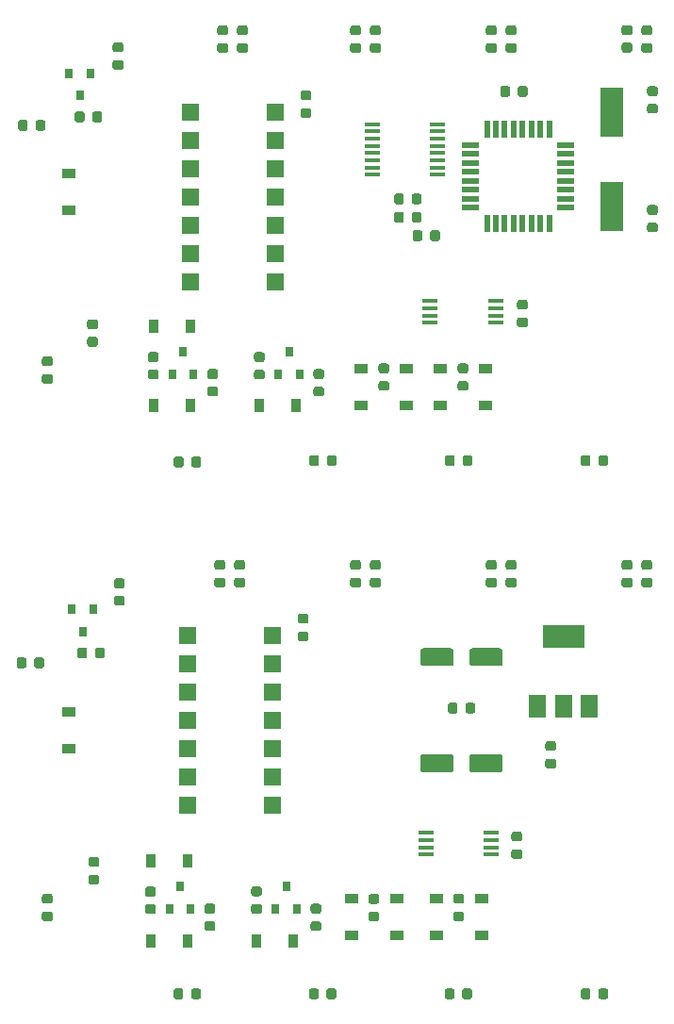
<source format=gbr>
G04 #@! TF.GenerationSoftware,KiCad,Pcbnew,(5.1.5)-3*
G04 #@! TF.CreationDate,2020-04-05T16:27:09-07:00*
G04 #@! TF.ProjectId,adsr-1x2,61647372-2d31-4783-922e-6b696361645f,rev?*
G04 #@! TF.SameCoordinates,Original*
G04 #@! TF.FileFunction,Paste,Bot*
G04 #@! TF.FilePolarity,Positive*
%FSLAX46Y46*%
G04 Gerber Fmt 4.6, Leading zero omitted, Abs format (unit mm)*
G04 Created by KiCad (PCBNEW (5.1.5)-3) date 2020-04-05 16:27:09*
%MOMM*%
%LPD*%
G04 APERTURE LIST*
%ADD10R,0.800000X0.900000*%
%ADD11C,0.100000*%
%ADD12R,2.000000X4.500000*%
%ADD13R,1.450000X0.450000*%
%ADD14R,1.500000X2.000000*%
%ADD15R,3.800000X2.000000*%
%ADD16R,0.600000X1.500000*%
%ADD17R,1.500000X0.600000*%
%ADD18R,1.475000X0.450000*%
%ADD19R,1.200000X0.900000*%
%ADD20R,0.900000X1.200000*%
%ADD21R,1.600000X1.600000*%
G04 APERTURE END LIST*
D10*
X26035000Y-34306000D03*
X25085000Y-36306000D03*
X26985000Y-36306000D03*
D11*
G36*
X49807691Y-69261053D02*
G01*
X49828926Y-69264203D01*
X49849750Y-69269419D01*
X49869962Y-69276651D01*
X49889368Y-69285830D01*
X49907781Y-69296866D01*
X49925024Y-69309654D01*
X49940930Y-69324070D01*
X49955346Y-69339976D01*
X49968134Y-69357219D01*
X49979170Y-69375632D01*
X49988349Y-69395038D01*
X49995581Y-69415250D01*
X50000797Y-69436074D01*
X50003947Y-69457309D01*
X50005000Y-69478750D01*
X50005000Y-69916250D01*
X50003947Y-69937691D01*
X50000797Y-69958926D01*
X49995581Y-69979750D01*
X49988349Y-69999962D01*
X49979170Y-70019368D01*
X49968134Y-70037781D01*
X49955346Y-70055024D01*
X49940930Y-70070930D01*
X49925024Y-70085346D01*
X49907781Y-70098134D01*
X49889368Y-70109170D01*
X49869962Y-70118349D01*
X49849750Y-70125581D01*
X49828926Y-70130797D01*
X49807691Y-70133947D01*
X49786250Y-70135000D01*
X49273750Y-70135000D01*
X49252309Y-70133947D01*
X49231074Y-70130797D01*
X49210250Y-70125581D01*
X49190038Y-70118349D01*
X49170632Y-70109170D01*
X49152219Y-70098134D01*
X49134976Y-70085346D01*
X49119070Y-70070930D01*
X49104654Y-70055024D01*
X49091866Y-70037781D01*
X49080830Y-70019368D01*
X49071651Y-69999962D01*
X49064419Y-69979750D01*
X49059203Y-69958926D01*
X49056053Y-69937691D01*
X49055000Y-69916250D01*
X49055000Y-69478750D01*
X49056053Y-69457309D01*
X49059203Y-69436074D01*
X49064419Y-69415250D01*
X49071651Y-69395038D01*
X49080830Y-69375632D01*
X49091866Y-69357219D01*
X49104654Y-69339976D01*
X49119070Y-69324070D01*
X49134976Y-69309654D01*
X49152219Y-69296866D01*
X49170632Y-69285830D01*
X49190038Y-69276651D01*
X49210250Y-69269419D01*
X49231074Y-69264203D01*
X49252309Y-69261053D01*
X49273750Y-69260000D01*
X49786250Y-69260000D01*
X49807691Y-69261053D01*
G37*
G36*
X49807691Y-70836053D02*
G01*
X49828926Y-70839203D01*
X49849750Y-70844419D01*
X49869962Y-70851651D01*
X49889368Y-70860830D01*
X49907781Y-70871866D01*
X49925024Y-70884654D01*
X49940930Y-70899070D01*
X49955346Y-70914976D01*
X49968134Y-70932219D01*
X49979170Y-70950632D01*
X49988349Y-70970038D01*
X49995581Y-70990250D01*
X50000797Y-71011074D01*
X50003947Y-71032309D01*
X50005000Y-71053750D01*
X50005000Y-71491250D01*
X50003947Y-71512691D01*
X50000797Y-71533926D01*
X49995581Y-71554750D01*
X49988349Y-71574962D01*
X49979170Y-71594368D01*
X49968134Y-71612781D01*
X49955346Y-71630024D01*
X49940930Y-71645930D01*
X49925024Y-71660346D01*
X49907781Y-71673134D01*
X49889368Y-71684170D01*
X49869962Y-71693349D01*
X49849750Y-71700581D01*
X49828926Y-71705797D01*
X49807691Y-71708947D01*
X49786250Y-71710000D01*
X49273750Y-71710000D01*
X49252309Y-71708947D01*
X49231074Y-71705797D01*
X49210250Y-71700581D01*
X49190038Y-71693349D01*
X49170632Y-71684170D01*
X49152219Y-71673134D01*
X49134976Y-71660346D01*
X49119070Y-71645930D01*
X49104654Y-71630024D01*
X49091866Y-71612781D01*
X49080830Y-71594368D01*
X49071651Y-71574962D01*
X49064419Y-71554750D01*
X49059203Y-71533926D01*
X49056053Y-71512691D01*
X49055000Y-71491250D01*
X49055000Y-71053750D01*
X49056053Y-71032309D01*
X49059203Y-71011074D01*
X49064419Y-70990250D01*
X49071651Y-70970038D01*
X49080830Y-70950632D01*
X49091866Y-70932219D01*
X49104654Y-70914976D01*
X49119070Y-70899070D01*
X49134976Y-70884654D01*
X49152219Y-70871866D01*
X49170632Y-70860830D01*
X49190038Y-70851651D01*
X49210250Y-70844419D01*
X49231074Y-70839203D01*
X49252309Y-70836053D01*
X49273750Y-70835000D01*
X49786250Y-70835000D01*
X49807691Y-70836053D01*
G37*
D10*
X7493000Y-59420000D03*
X8443000Y-57420000D03*
X6543000Y-57420000D03*
X25781000Y-82312000D03*
X24831000Y-84312000D03*
X26731000Y-84312000D03*
X16256000Y-82312000D03*
X15306000Y-84312000D03*
X17206000Y-84312000D03*
X7239000Y-11303000D03*
X8189000Y-9303000D03*
X6289000Y-9303000D03*
X16510000Y-34306000D03*
X15560000Y-36306000D03*
X17460000Y-36306000D03*
D12*
X54991000Y-21268000D03*
X54991000Y-12768000D03*
D13*
X44225000Y-79461000D03*
X44225000Y-78811000D03*
X44225000Y-78161000D03*
X44225000Y-77511000D03*
X38325000Y-77511000D03*
X38325000Y-78161000D03*
X38325000Y-78811000D03*
X38325000Y-79461000D03*
D14*
X52973000Y-66142000D03*
X48373000Y-66142000D03*
X50673000Y-66142000D03*
D15*
X50673000Y-59842000D03*
D13*
X44606000Y-31709000D03*
X44606000Y-31059000D03*
X44606000Y-30409000D03*
X44606000Y-29759000D03*
X38706000Y-29759000D03*
X38706000Y-30409000D03*
X38706000Y-31059000D03*
X38706000Y-31709000D03*
D11*
G36*
X11072691Y-54656053D02*
G01*
X11093926Y-54659203D01*
X11114750Y-54664419D01*
X11134962Y-54671651D01*
X11154368Y-54680830D01*
X11172781Y-54691866D01*
X11190024Y-54704654D01*
X11205930Y-54719070D01*
X11220346Y-54734976D01*
X11233134Y-54752219D01*
X11244170Y-54770632D01*
X11253349Y-54790038D01*
X11260581Y-54810250D01*
X11265797Y-54831074D01*
X11268947Y-54852309D01*
X11270000Y-54873750D01*
X11270000Y-55311250D01*
X11268947Y-55332691D01*
X11265797Y-55353926D01*
X11260581Y-55374750D01*
X11253349Y-55394962D01*
X11244170Y-55414368D01*
X11233134Y-55432781D01*
X11220346Y-55450024D01*
X11205930Y-55465930D01*
X11190024Y-55480346D01*
X11172781Y-55493134D01*
X11154368Y-55504170D01*
X11134962Y-55513349D01*
X11114750Y-55520581D01*
X11093926Y-55525797D01*
X11072691Y-55528947D01*
X11051250Y-55530000D01*
X10538750Y-55530000D01*
X10517309Y-55528947D01*
X10496074Y-55525797D01*
X10475250Y-55520581D01*
X10455038Y-55513349D01*
X10435632Y-55504170D01*
X10417219Y-55493134D01*
X10399976Y-55480346D01*
X10384070Y-55465930D01*
X10369654Y-55450024D01*
X10356866Y-55432781D01*
X10345830Y-55414368D01*
X10336651Y-55394962D01*
X10329419Y-55374750D01*
X10324203Y-55353926D01*
X10321053Y-55332691D01*
X10320000Y-55311250D01*
X10320000Y-54873750D01*
X10321053Y-54852309D01*
X10324203Y-54831074D01*
X10329419Y-54810250D01*
X10336651Y-54790038D01*
X10345830Y-54770632D01*
X10356866Y-54752219D01*
X10369654Y-54734976D01*
X10384070Y-54719070D01*
X10399976Y-54704654D01*
X10417219Y-54691866D01*
X10435632Y-54680830D01*
X10455038Y-54671651D01*
X10475250Y-54664419D01*
X10496074Y-54659203D01*
X10517309Y-54656053D01*
X10538750Y-54655000D01*
X11051250Y-54655000D01*
X11072691Y-54656053D01*
G37*
G36*
X11072691Y-56231053D02*
G01*
X11093926Y-56234203D01*
X11114750Y-56239419D01*
X11134962Y-56246651D01*
X11154368Y-56255830D01*
X11172781Y-56266866D01*
X11190024Y-56279654D01*
X11205930Y-56294070D01*
X11220346Y-56309976D01*
X11233134Y-56327219D01*
X11244170Y-56345632D01*
X11253349Y-56365038D01*
X11260581Y-56385250D01*
X11265797Y-56406074D01*
X11268947Y-56427309D01*
X11270000Y-56448750D01*
X11270000Y-56886250D01*
X11268947Y-56907691D01*
X11265797Y-56928926D01*
X11260581Y-56949750D01*
X11253349Y-56969962D01*
X11244170Y-56989368D01*
X11233134Y-57007781D01*
X11220346Y-57025024D01*
X11205930Y-57040930D01*
X11190024Y-57055346D01*
X11172781Y-57068134D01*
X11154368Y-57079170D01*
X11134962Y-57088349D01*
X11114750Y-57095581D01*
X11093926Y-57100797D01*
X11072691Y-57103947D01*
X11051250Y-57105000D01*
X10538750Y-57105000D01*
X10517309Y-57103947D01*
X10496074Y-57100797D01*
X10475250Y-57095581D01*
X10455038Y-57088349D01*
X10435632Y-57079170D01*
X10417219Y-57068134D01*
X10399976Y-57055346D01*
X10384070Y-57040930D01*
X10369654Y-57025024D01*
X10356866Y-57007781D01*
X10345830Y-56989368D01*
X10336651Y-56969962D01*
X10329419Y-56949750D01*
X10324203Y-56928926D01*
X10321053Y-56907691D01*
X10320000Y-56886250D01*
X10320000Y-56448750D01*
X10321053Y-56427309D01*
X10324203Y-56406074D01*
X10329419Y-56385250D01*
X10336651Y-56365038D01*
X10345830Y-56345632D01*
X10356866Y-56327219D01*
X10369654Y-56309976D01*
X10384070Y-56294070D01*
X10399976Y-56279654D01*
X10417219Y-56266866D01*
X10435632Y-56255830D01*
X10455038Y-56246651D01*
X10475250Y-56239419D01*
X10496074Y-56234203D01*
X10517309Y-56231053D01*
X10538750Y-56230000D01*
X11051250Y-56230000D01*
X11072691Y-56231053D01*
G37*
G36*
X9282691Y-60867053D02*
G01*
X9303926Y-60870203D01*
X9324750Y-60875419D01*
X9344962Y-60882651D01*
X9364368Y-60891830D01*
X9382781Y-60902866D01*
X9400024Y-60915654D01*
X9415930Y-60930070D01*
X9430346Y-60945976D01*
X9443134Y-60963219D01*
X9454170Y-60981632D01*
X9463349Y-61001038D01*
X9470581Y-61021250D01*
X9475797Y-61042074D01*
X9478947Y-61063309D01*
X9480000Y-61084750D01*
X9480000Y-61597250D01*
X9478947Y-61618691D01*
X9475797Y-61639926D01*
X9470581Y-61660750D01*
X9463349Y-61680962D01*
X9454170Y-61700368D01*
X9443134Y-61718781D01*
X9430346Y-61736024D01*
X9415930Y-61751930D01*
X9400024Y-61766346D01*
X9382781Y-61779134D01*
X9364368Y-61790170D01*
X9344962Y-61799349D01*
X9324750Y-61806581D01*
X9303926Y-61811797D01*
X9282691Y-61814947D01*
X9261250Y-61816000D01*
X8823750Y-61816000D01*
X8802309Y-61814947D01*
X8781074Y-61811797D01*
X8760250Y-61806581D01*
X8740038Y-61799349D01*
X8720632Y-61790170D01*
X8702219Y-61779134D01*
X8684976Y-61766346D01*
X8669070Y-61751930D01*
X8654654Y-61736024D01*
X8641866Y-61718781D01*
X8630830Y-61700368D01*
X8621651Y-61680962D01*
X8614419Y-61660750D01*
X8609203Y-61639926D01*
X8606053Y-61618691D01*
X8605000Y-61597250D01*
X8605000Y-61084750D01*
X8606053Y-61063309D01*
X8609203Y-61042074D01*
X8614419Y-61021250D01*
X8621651Y-61001038D01*
X8630830Y-60981632D01*
X8641866Y-60963219D01*
X8654654Y-60945976D01*
X8669070Y-60930070D01*
X8684976Y-60915654D01*
X8702219Y-60902866D01*
X8720632Y-60891830D01*
X8740038Y-60882651D01*
X8760250Y-60875419D01*
X8781074Y-60870203D01*
X8802309Y-60867053D01*
X8823750Y-60866000D01*
X9261250Y-60866000D01*
X9282691Y-60867053D01*
G37*
G36*
X7707691Y-60867053D02*
G01*
X7728926Y-60870203D01*
X7749750Y-60875419D01*
X7769962Y-60882651D01*
X7789368Y-60891830D01*
X7807781Y-60902866D01*
X7825024Y-60915654D01*
X7840930Y-60930070D01*
X7855346Y-60945976D01*
X7868134Y-60963219D01*
X7879170Y-60981632D01*
X7888349Y-61001038D01*
X7895581Y-61021250D01*
X7900797Y-61042074D01*
X7903947Y-61063309D01*
X7905000Y-61084750D01*
X7905000Y-61597250D01*
X7903947Y-61618691D01*
X7900797Y-61639926D01*
X7895581Y-61660750D01*
X7888349Y-61680962D01*
X7879170Y-61700368D01*
X7868134Y-61718781D01*
X7855346Y-61736024D01*
X7840930Y-61751930D01*
X7825024Y-61766346D01*
X7807781Y-61779134D01*
X7789368Y-61790170D01*
X7769962Y-61799349D01*
X7749750Y-61806581D01*
X7728926Y-61811797D01*
X7707691Y-61814947D01*
X7686250Y-61816000D01*
X7248750Y-61816000D01*
X7227309Y-61814947D01*
X7206074Y-61811797D01*
X7185250Y-61806581D01*
X7165038Y-61799349D01*
X7145632Y-61790170D01*
X7127219Y-61779134D01*
X7109976Y-61766346D01*
X7094070Y-61751930D01*
X7079654Y-61736024D01*
X7066866Y-61718781D01*
X7055830Y-61700368D01*
X7046651Y-61680962D01*
X7039419Y-61660750D01*
X7034203Y-61639926D01*
X7031053Y-61618691D01*
X7030000Y-61597250D01*
X7030000Y-61084750D01*
X7031053Y-61063309D01*
X7034203Y-61042074D01*
X7039419Y-61021250D01*
X7046651Y-61001038D01*
X7055830Y-60981632D01*
X7066866Y-60963219D01*
X7079654Y-60945976D01*
X7094070Y-60930070D01*
X7109976Y-60915654D01*
X7127219Y-60902866D01*
X7145632Y-60891830D01*
X7165038Y-60882651D01*
X7185250Y-60875419D01*
X7206074Y-60870203D01*
X7227309Y-60867053D01*
X7248750Y-60866000D01*
X7686250Y-60866000D01*
X7707691Y-60867053D01*
G37*
G36*
X58443691Y-54580053D02*
G01*
X58464926Y-54583203D01*
X58485750Y-54588419D01*
X58505962Y-54595651D01*
X58525368Y-54604830D01*
X58543781Y-54615866D01*
X58561024Y-54628654D01*
X58576930Y-54643070D01*
X58591346Y-54658976D01*
X58604134Y-54676219D01*
X58615170Y-54694632D01*
X58624349Y-54714038D01*
X58631581Y-54734250D01*
X58636797Y-54755074D01*
X58639947Y-54776309D01*
X58641000Y-54797750D01*
X58641000Y-55235250D01*
X58639947Y-55256691D01*
X58636797Y-55277926D01*
X58631581Y-55298750D01*
X58624349Y-55318962D01*
X58615170Y-55338368D01*
X58604134Y-55356781D01*
X58591346Y-55374024D01*
X58576930Y-55389930D01*
X58561024Y-55404346D01*
X58543781Y-55417134D01*
X58525368Y-55428170D01*
X58505962Y-55437349D01*
X58485750Y-55444581D01*
X58464926Y-55449797D01*
X58443691Y-55452947D01*
X58422250Y-55454000D01*
X57909750Y-55454000D01*
X57888309Y-55452947D01*
X57867074Y-55449797D01*
X57846250Y-55444581D01*
X57826038Y-55437349D01*
X57806632Y-55428170D01*
X57788219Y-55417134D01*
X57770976Y-55404346D01*
X57755070Y-55389930D01*
X57740654Y-55374024D01*
X57727866Y-55356781D01*
X57716830Y-55338368D01*
X57707651Y-55318962D01*
X57700419Y-55298750D01*
X57695203Y-55277926D01*
X57692053Y-55256691D01*
X57691000Y-55235250D01*
X57691000Y-54797750D01*
X57692053Y-54776309D01*
X57695203Y-54755074D01*
X57700419Y-54734250D01*
X57707651Y-54714038D01*
X57716830Y-54694632D01*
X57727866Y-54676219D01*
X57740654Y-54658976D01*
X57755070Y-54643070D01*
X57770976Y-54628654D01*
X57788219Y-54615866D01*
X57806632Y-54604830D01*
X57826038Y-54595651D01*
X57846250Y-54588419D01*
X57867074Y-54583203D01*
X57888309Y-54580053D01*
X57909750Y-54579000D01*
X58422250Y-54579000D01*
X58443691Y-54580053D01*
G37*
G36*
X58443691Y-53005053D02*
G01*
X58464926Y-53008203D01*
X58485750Y-53013419D01*
X58505962Y-53020651D01*
X58525368Y-53029830D01*
X58543781Y-53040866D01*
X58561024Y-53053654D01*
X58576930Y-53068070D01*
X58591346Y-53083976D01*
X58604134Y-53101219D01*
X58615170Y-53119632D01*
X58624349Y-53139038D01*
X58631581Y-53159250D01*
X58636797Y-53180074D01*
X58639947Y-53201309D01*
X58641000Y-53222750D01*
X58641000Y-53660250D01*
X58639947Y-53681691D01*
X58636797Y-53702926D01*
X58631581Y-53723750D01*
X58624349Y-53743962D01*
X58615170Y-53763368D01*
X58604134Y-53781781D01*
X58591346Y-53799024D01*
X58576930Y-53814930D01*
X58561024Y-53829346D01*
X58543781Y-53842134D01*
X58525368Y-53853170D01*
X58505962Y-53862349D01*
X58485750Y-53869581D01*
X58464926Y-53874797D01*
X58443691Y-53877947D01*
X58422250Y-53879000D01*
X57909750Y-53879000D01*
X57888309Y-53877947D01*
X57867074Y-53874797D01*
X57846250Y-53869581D01*
X57826038Y-53862349D01*
X57806632Y-53853170D01*
X57788219Y-53842134D01*
X57770976Y-53829346D01*
X57755070Y-53814930D01*
X57740654Y-53799024D01*
X57727866Y-53781781D01*
X57716830Y-53763368D01*
X57707651Y-53743962D01*
X57700419Y-53723750D01*
X57695203Y-53702926D01*
X57692053Y-53681691D01*
X57691000Y-53660250D01*
X57691000Y-53222750D01*
X57692053Y-53201309D01*
X57695203Y-53180074D01*
X57700419Y-53159250D01*
X57707651Y-53139038D01*
X57716830Y-53119632D01*
X57727866Y-53101219D01*
X57740654Y-53083976D01*
X57755070Y-53068070D01*
X57770976Y-53053654D01*
X57788219Y-53040866D01*
X57806632Y-53029830D01*
X57826038Y-53020651D01*
X57846250Y-53013419D01*
X57867074Y-53008203D01*
X57888309Y-53005053D01*
X57909750Y-53004000D01*
X58422250Y-53004000D01*
X58443691Y-53005053D01*
G37*
G36*
X3821691Y-61756053D02*
G01*
X3842926Y-61759203D01*
X3863750Y-61764419D01*
X3883962Y-61771651D01*
X3903368Y-61780830D01*
X3921781Y-61791866D01*
X3939024Y-61804654D01*
X3954930Y-61819070D01*
X3969346Y-61834976D01*
X3982134Y-61852219D01*
X3993170Y-61870632D01*
X4002349Y-61890038D01*
X4009581Y-61910250D01*
X4014797Y-61931074D01*
X4017947Y-61952309D01*
X4019000Y-61973750D01*
X4019000Y-62486250D01*
X4017947Y-62507691D01*
X4014797Y-62528926D01*
X4009581Y-62549750D01*
X4002349Y-62569962D01*
X3993170Y-62589368D01*
X3982134Y-62607781D01*
X3969346Y-62625024D01*
X3954930Y-62640930D01*
X3939024Y-62655346D01*
X3921781Y-62668134D01*
X3903368Y-62679170D01*
X3883962Y-62688349D01*
X3863750Y-62695581D01*
X3842926Y-62700797D01*
X3821691Y-62703947D01*
X3800250Y-62705000D01*
X3362750Y-62705000D01*
X3341309Y-62703947D01*
X3320074Y-62700797D01*
X3299250Y-62695581D01*
X3279038Y-62688349D01*
X3259632Y-62679170D01*
X3241219Y-62668134D01*
X3223976Y-62655346D01*
X3208070Y-62640930D01*
X3193654Y-62625024D01*
X3180866Y-62607781D01*
X3169830Y-62589368D01*
X3160651Y-62569962D01*
X3153419Y-62549750D01*
X3148203Y-62528926D01*
X3145053Y-62507691D01*
X3144000Y-62486250D01*
X3144000Y-61973750D01*
X3145053Y-61952309D01*
X3148203Y-61931074D01*
X3153419Y-61910250D01*
X3160651Y-61890038D01*
X3169830Y-61870632D01*
X3180866Y-61852219D01*
X3193654Y-61834976D01*
X3208070Y-61819070D01*
X3223976Y-61804654D01*
X3241219Y-61791866D01*
X3259632Y-61780830D01*
X3279038Y-61771651D01*
X3299250Y-61764419D01*
X3320074Y-61759203D01*
X3341309Y-61756053D01*
X3362750Y-61755000D01*
X3800250Y-61755000D01*
X3821691Y-61756053D01*
G37*
G36*
X2246691Y-61756053D02*
G01*
X2267926Y-61759203D01*
X2288750Y-61764419D01*
X2308962Y-61771651D01*
X2328368Y-61780830D01*
X2346781Y-61791866D01*
X2364024Y-61804654D01*
X2379930Y-61819070D01*
X2394346Y-61834976D01*
X2407134Y-61852219D01*
X2418170Y-61870632D01*
X2427349Y-61890038D01*
X2434581Y-61910250D01*
X2439797Y-61931074D01*
X2442947Y-61952309D01*
X2444000Y-61973750D01*
X2444000Y-62486250D01*
X2442947Y-62507691D01*
X2439797Y-62528926D01*
X2434581Y-62549750D01*
X2427349Y-62569962D01*
X2418170Y-62589368D01*
X2407134Y-62607781D01*
X2394346Y-62625024D01*
X2379930Y-62640930D01*
X2364024Y-62655346D01*
X2346781Y-62668134D01*
X2328368Y-62679170D01*
X2308962Y-62688349D01*
X2288750Y-62695581D01*
X2267926Y-62700797D01*
X2246691Y-62703947D01*
X2225250Y-62705000D01*
X1787750Y-62705000D01*
X1766309Y-62703947D01*
X1745074Y-62700797D01*
X1724250Y-62695581D01*
X1704038Y-62688349D01*
X1684632Y-62679170D01*
X1666219Y-62668134D01*
X1648976Y-62655346D01*
X1633070Y-62640930D01*
X1618654Y-62625024D01*
X1605866Y-62607781D01*
X1594830Y-62589368D01*
X1585651Y-62569962D01*
X1578419Y-62549750D01*
X1573203Y-62528926D01*
X1570053Y-62507691D01*
X1569000Y-62486250D01*
X1569000Y-61973750D01*
X1570053Y-61952309D01*
X1573203Y-61931074D01*
X1578419Y-61910250D01*
X1585651Y-61890038D01*
X1594830Y-61870632D01*
X1605866Y-61852219D01*
X1618654Y-61834976D01*
X1633070Y-61819070D01*
X1648976Y-61804654D01*
X1666219Y-61791866D01*
X1684632Y-61780830D01*
X1704038Y-61771651D01*
X1724250Y-61764419D01*
X1745074Y-61759203D01*
X1766309Y-61756053D01*
X1787750Y-61755000D01*
X2225250Y-61755000D01*
X2246691Y-61756053D01*
G37*
G36*
X33932691Y-84577553D02*
G01*
X33953926Y-84580703D01*
X33974750Y-84585919D01*
X33994962Y-84593151D01*
X34014368Y-84602330D01*
X34032781Y-84613366D01*
X34050024Y-84626154D01*
X34065930Y-84640570D01*
X34080346Y-84656476D01*
X34093134Y-84673719D01*
X34104170Y-84692132D01*
X34113349Y-84711538D01*
X34120581Y-84731750D01*
X34125797Y-84752574D01*
X34128947Y-84773809D01*
X34130000Y-84795250D01*
X34130000Y-85232750D01*
X34128947Y-85254191D01*
X34125797Y-85275426D01*
X34120581Y-85296250D01*
X34113349Y-85316462D01*
X34104170Y-85335868D01*
X34093134Y-85354281D01*
X34080346Y-85371524D01*
X34065930Y-85387430D01*
X34050024Y-85401846D01*
X34032781Y-85414634D01*
X34014368Y-85425670D01*
X33994962Y-85434849D01*
X33974750Y-85442081D01*
X33953926Y-85447297D01*
X33932691Y-85450447D01*
X33911250Y-85451500D01*
X33398750Y-85451500D01*
X33377309Y-85450447D01*
X33356074Y-85447297D01*
X33335250Y-85442081D01*
X33315038Y-85434849D01*
X33295632Y-85425670D01*
X33277219Y-85414634D01*
X33259976Y-85401846D01*
X33244070Y-85387430D01*
X33229654Y-85371524D01*
X33216866Y-85354281D01*
X33205830Y-85335868D01*
X33196651Y-85316462D01*
X33189419Y-85296250D01*
X33184203Y-85275426D01*
X33181053Y-85254191D01*
X33180000Y-85232750D01*
X33180000Y-84795250D01*
X33181053Y-84773809D01*
X33184203Y-84752574D01*
X33189419Y-84731750D01*
X33196651Y-84711538D01*
X33205830Y-84692132D01*
X33216866Y-84673719D01*
X33229654Y-84656476D01*
X33244070Y-84640570D01*
X33259976Y-84626154D01*
X33277219Y-84613366D01*
X33295632Y-84602330D01*
X33315038Y-84593151D01*
X33335250Y-84585919D01*
X33356074Y-84580703D01*
X33377309Y-84577553D01*
X33398750Y-84576500D01*
X33911250Y-84576500D01*
X33932691Y-84577553D01*
G37*
G36*
X33932691Y-83002553D02*
G01*
X33953926Y-83005703D01*
X33974750Y-83010919D01*
X33994962Y-83018151D01*
X34014368Y-83027330D01*
X34032781Y-83038366D01*
X34050024Y-83051154D01*
X34065930Y-83065570D01*
X34080346Y-83081476D01*
X34093134Y-83098719D01*
X34104170Y-83117132D01*
X34113349Y-83136538D01*
X34120581Y-83156750D01*
X34125797Y-83177574D01*
X34128947Y-83198809D01*
X34130000Y-83220250D01*
X34130000Y-83657750D01*
X34128947Y-83679191D01*
X34125797Y-83700426D01*
X34120581Y-83721250D01*
X34113349Y-83741462D01*
X34104170Y-83760868D01*
X34093134Y-83779281D01*
X34080346Y-83796524D01*
X34065930Y-83812430D01*
X34050024Y-83826846D01*
X34032781Y-83839634D01*
X34014368Y-83850670D01*
X33994962Y-83859849D01*
X33974750Y-83867081D01*
X33953926Y-83872297D01*
X33932691Y-83875447D01*
X33911250Y-83876500D01*
X33398750Y-83876500D01*
X33377309Y-83875447D01*
X33356074Y-83872297D01*
X33335250Y-83867081D01*
X33315038Y-83859849D01*
X33295632Y-83850670D01*
X33277219Y-83839634D01*
X33259976Y-83826846D01*
X33244070Y-83812430D01*
X33229654Y-83796524D01*
X33216866Y-83779281D01*
X33205830Y-83760868D01*
X33196651Y-83741462D01*
X33189419Y-83721250D01*
X33184203Y-83700426D01*
X33181053Y-83679191D01*
X33180000Y-83657750D01*
X33180000Y-83220250D01*
X33181053Y-83198809D01*
X33184203Y-83177574D01*
X33189419Y-83156750D01*
X33196651Y-83136538D01*
X33205830Y-83117132D01*
X33216866Y-83098719D01*
X33229654Y-83081476D01*
X33244070Y-83065570D01*
X33259976Y-83051154D01*
X33277219Y-83038366D01*
X33295632Y-83027330D01*
X33315038Y-83018151D01*
X33335250Y-83010919D01*
X33356074Y-83005703D01*
X33377309Y-83002553D01*
X33398750Y-83001500D01*
X33911250Y-83001500D01*
X33932691Y-83002553D01*
G37*
G36*
X41552691Y-84552053D02*
G01*
X41573926Y-84555203D01*
X41594750Y-84560419D01*
X41614962Y-84567651D01*
X41634368Y-84576830D01*
X41652781Y-84587866D01*
X41670024Y-84600654D01*
X41685930Y-84615070D01*
X41700346Y-84630976D01*
X41713134Y-84648219D01*
X41724170Y-84666632D01*
X41733349Y-84686038D01*
X41740581Y-84706250D01*
X41745797Y-84727074D01*
X41748947Y-84748309D01*
X41750000Y-84769750D01*
X41750000Y-85207250D01*
X41748947Y-85228691D01*
X41745797Y-85249926D01*
X41740581Y-85270750D01*
X41733349Y-85290962D01*
X41724170Y-85310368D01*
X41713134Y-85328781D01*
X41700346Y-85346024D01*
X41685930Y-85361930D01*
X41670024Y-85376346D01*
X41652781Y-85389134D01*
X41634368Y-85400170D01*
X41614962Y-85409349D01*
X41594750Y-85416581D01*
X41573926Y-85421797D01*
X41552691Y-85424947D01*
X41531250Y-85426000D01*
X41018750Y-85426000D01*
X40997309Y-85424947D01*
X40976074Y-85421797D01*
X40955250Y-85416581D01*
X40935038Y-85409349D01*
X40915632Y-85400170D01*
X40897219Y-85389134D01*
X40879976Y-85376346D01*
X40864070Y-85361930D01*
X40849654Y-85346024D01*
X40836866Y-85328781D01*
X40825830Y-85310368D01*
X40816651Y-85290962D01*
X40809419Y-85270750D01*
X40804203Y-85249926D01*
X40801053Y-85228691D01*
X40800000Y-85207250D01*
X40800000Y-84769750D01*
X40801053Y-84748309D01*
X40804203Y-84727074D01*
X40809419Y-84706250D01*
X40816651Y-84686038D01*
X40825830Y-84666632D01*
X40836866Y-84648219D01*
X40849654Y-84630976D01*
X40864070Y-84615070D01*
X40879976Y-84600654D01*
X40897219Y-84587866D01*
X40915632Y-84576830D01*
X40935038Y-84567651D01*
X40955250Y-84560419D01*
X40976074Y-84555203D01*
X40997309Y-84552053D01*
X41018750Y-84551000D01*
X41531250Y-84551000D01*
X41552691Y-84552053D01*
G37*
G36*
X41552691Y-82977053D02*
G01*
X41573926Y-82980203D01*
X41594750Y-82985419D01*
X41614962Y-82992651D01*
X41634368Y-83001830D01*
X41652781Y-83012866D01*
X41670024Y-83025654D01*
X41685930Y-83040070D01*
X41700346Y-83055976D01*
X41713134Y-83073219D01*
X41724170Y-83091632D01*
X41733349Y-83111038D01*
X41740581Y-83131250D01*
X41745797Y-83152074D01*
X41748947Y-83173309D01*
X41750000Y-83194750D01*
X41750000Y-83632250D01*
X41748947Y-83653691D01*
X41745797Y-83674926D01*
X41740581Y-83695750D01*
X41733349Y-83715962D01*
X41724170Y-83735368D01*
X41713134Y-83753781D01*
X41700346Y-83771024D01*
X41685930Y-83786930D01*
X41670024Y-83801346D01*
X41652781Y-83814134D01*
X41634368Y-83825170D01*
X41614962Y-83834349D01*
X41594750Y-83841581D01*
X41573926Y-83846797D01*
X41552691Y-83849947D01*
X41531250Y-83851000D01*
X41018750Y-83851000D01*
X40997309Y-83849947D01*
X40976074Y-83846797D01*
X40955250Y-83841581D01*
X40935038Y-83834349D01*
X40915632Y-83825170D01*
X40897219Y-83814134D01*
X40879976Y-83801346D01*
X40864070Y-83786930D01*
X40849654Y-83771024D01*
X40836866Y-83753781D01*
X40825830Y-83735368D01*
X40816651Y-83715962D01*
X40809419Y-83695750D01*
X40804203Y-83674926D01*
X40801053Y-83653691D01*
X40800000Y-83632250D01*
X40800000Y-83194750D01*
X40801053Y-83173309D01*
X40804203Y-83152074D01*
X40809419Y-83131250D01*
X40816651Y-83111038D01*
X40825830Y-83091632D01*
X40836866Y-83073219D01*
X40849654Y-83055976D01*
X40864070Y-83040070D01*
X40879976Y-83025654D01*
X40897219Y-83012866D01*
X40915632Y-83001830D01*
X40935038Y-82992651D01*
X40955250Y-82985419D01*
X40976074Y-82980203D01*
X40997309Y-82977053D01*
X41018750Y-82976000D01*
X41531250Y-82976000D01*
X41552691Y-82977053D01*
G37*
G36*
X46251691Y-54580053D02*
G01*
X46272926Y-54583203D01*
X46293750Y-54588419D01*
X46313962Y-54595651D01*
X46333368Y-54604830D01*
X46351781Y-54615866D01*
X46369024Y-54628654D01*
X46384930Y-54643070D01*
X46399346Y-54658976D01*
X46412134Y-54676219D01*
X46423170Y-54694632D01*
X46432349Y-54714038D01*
X46439581Y-54734250D01*
X46444797Y-54755074D01*
X46447947Y-54776309D01*
X46449000Y-54797750D01*
X46449000Y-55235250D01*
X46447947Y-55256691D01*
X46444797Y-55277926D01*
X46439581Y-55298750D01*
X46432349Y-55318962D01*
X46423170Y-55338368D01*
X46412134Y-55356781D01*
X46399346Y-55374024D01*
X46384930Y-55389930D01*
X46369024Y-55404346D01*
X46351781Y-55417134D01*
X46333368Y-55428170D01*
X46313962Y-55437349D01*
X46293750Y-55444581D01*
X46272926Y-55449797D01*
X46251691Y-55452947D01*
X46230250Y-55454000D01*
X45717750Y-55454000D01*
X45696309Y-55452947D01*
X45675074Y-55449797D01*
X45654250Y-55444581D01*
X45634038Y-55437349D01*
X45614632Y-55428170D01*
X45596219Y-55417134D01*
X45578976Y-55404346D01*
X45563070Y-55389930D01*
X45548654Y-55374024D01*
X45535866Y-55356781D01*
X45524830Y-55338368D01*
X45515651Y-55318962D01*
X45508419Y-55298750D01*
X45503203Y-55277926D01*
X45500053Y-55256691D01*
X45499000Y-55235250D01*
X45499000Y-54797750D01*
X45500053Y-54776309D01*
X45503203Y-54755074D01*
X45508419Y-54734250D01*
X45515651Y-54714038D01*
X45524830Y-54694632D01*
X45535866Y-54676219D01*
X45548654Y-54658976D01*
X45563070Y-54643070D01*
X45578976Y-54628654D01*
X45596219Y-54615866D01*
X45614632Y-54604830D01*
X45634038Y-54595651D01*
X45654250Y-54588419D01*
X45675074Y-54583203D01*
X45696309Y-54580053D01*
X45717750Y-54579000D01*
X46230250Y-54579000D01*
X46251691Y-54580053D01*
G37*
G36*
X46251691Y-53005053D02*
G01*
X46272926Y-53008203D01*
X46293750Y-53013419D01*
X46313962Y-53020651D01*
X46333368Y-53029830D01*
X46351781Y-53040866D01*
X46369024Y-53053654D01*
X46384930Y-53068070D01*
X46399346Y-53083976D01*
X46412134Y-53101219D01*
X46423170Y-53119632D01*
X46432349Y-53139038D01*
X46439581Y-53159250D01*
X46444797Y-53180074D01*
X46447947Y-53201309D01*
X46449000Y-53222750D01*
X46449000Y-53660250D01*
X46447947Y-53681691D01*
X46444797Y-53702926D01*
X46439581Y-53723750D01*
X46432349Y-53743962D01*
X46423170Y-53763368D01*
X46412134Y-53781781D01*
X46399346Y-53799024D01*
X46384930Y-53814930D01*
X46369024Y-53829346D01*
X46351781Y-53842134D01*
X46333368Y-53853170D01*
X46313962Y-53862349D01*
X46293750Y-53869581D01*
X46272926Y-53874797D01*
X46251691Y-53877947D01*
X46230250Y-53879000D01*
X45717750Y-53879000D01*
X45696309Y-53877947D01*
X45675074Y-53874797D01*
X45654250Y-53869581D01*
X45634038Y-53862349D01*
X45614632Y-53853170D01*
X45596219Y-53842134D01*
X45578976Y-53829346D01*
X45563070Y-53814930D01*
X45548654Y-53799024D01*
X45535866Y-53781781D01*
X45524830Y-53763368D01*
X45515651Y-53743962D01*
X45508419Y-53723750D01*
X45503203Y-53702926D01*
X45500053Y-53681691D01*
X45499000Y-53660250D01*
X45499000Y-53222750D01*
X45500053Y-53201309D01*
X45503203Y-53180074D01*
X45508419Y-53159250D01*
X45515651Y-53139038D01*
X45524830Y-53119632D01*
X45535866Y-53101219D01*
X45548654Y-53083976D01*
X45563070Y-53068070D01*
X45578976Y-53053654D01*
X45596219Y-53040866D01*
X45614632Y-53029830D01*
X45634038Y-53020651D01*
X45654250Y-53013419D01*
X45675074Y-53008203D01*
X45696309Y-53005053D01*
X45717750Y-53004000D01*
X46230250Y-53004000D01*
X46251691Y-53005053D01*
G37*
G36*
X23391691Y-83891553D02*
G01*
X23412926Y-83894703D01*
X23433750Y-83899919D01*
X23453962Y-83907151D01*
X23473368Y-83916330D01*
X23491781Y-83927366D01*
X23509024Y-83940154D01*
X23524930Y-83954570D01*
X23539346Y-83970476D01*
X23552134Y-83987719D01*
X23563170Y-84006132D01*
X23572349Y-84025538D01*
X23579581Y-84045750D01*
X23584797Y-84066574D01*
X23587947Y-84087809D01*
X23589000Y-84109250D01*
X23589000Y-84546750D01*
X23587947Y-84568191D01*
X23584797Y-84589426D01*
X23579581Y-84610250D01*
X23572349Y-84630462D01*
X23563170Y-84649868D01*
X23552134Y-84668281D01*
X23539346Y-84685524D01*
X23524930Y-84701430D01*
X23509024Y-84715846D01*
X23491781Y-84728634D01*
X23473368Y-84739670D01*
X23453962Y-84748849D01*
X23433750Y-84756081D01*
X23412926Y-84761297D01*
X23391691Y-84764447D01*
X23370250Y-84765500D01*
X22857750Y-84765500D01*
X22836309Y-84764447D01*
X22815074Y-84761297D01*
X22794250Y-84756081D01*
X22774038Y-84748849D01*
X22754632Y-84739670D01*
X22736219Y-84728634D01*
X22718976Y-84715846D01*
X22703070Y-84701430D01*
X22688654Y-84685524D01*
X22675866Y-84668281D01*
X22664830Y-84649868D01*
X22655651Y-84630462D01*
X22648419Y-84610250D01*
X22643203Y-84589426D01*
X22640053Y-84568191D01*
X22639000Y-84546750D01*
X22639000Y-84109250D01*
X22640053Y-84087809D01*
X22643203Y-84066574D01*
X22648419Y-84045750D01*
X22655651Y-84025538D01*
X22664830Y-84006132D01*
X22675866Y-83987719D01*
X22688654Y-83970476D01*
X22703070Y-83954570D01*
X22718976Y-83940154D01*
X22736219Y-83927366D01*
X22754632Y-83916330D01*
X22774038Y-83907151D01*
X22794250Y-83899919D01*
X22815074Y-83894703D01*
X22836309Y-83891553D01*
X22857750Y-83890500D01*
X23370250Y-83890500D01*
X23391691Y-83891553D01*
G37*
G36*
X23391691Y-82316553D02*
G01*
X23412926Y-82319703D01*
X23433750Y-82324919D01*
X23453962Y-82332151D01*
X23473368Y-82341330D01*
X23491781Y-82352366D01*
X23509024Y-82365154D01*
X23524930Y-82379570D01*
X23539346Y-82395476D01*
X23552134Y-82412719D01*
X23563170Y-82431132D01*
X23572349Y-82450538D01*
X23579581Y-82470750D01*
X23584797Y-82491574D01*
X23587947Y-82512809D01*
X23589000Y-82534250D01*
X23589000Y-82971750D01*
X23587947Y-82993191D01*
X23584797Y-83014426D01*
X23579581Y-83035250D01*
X23572349Y-83055462D01*
X23563170Y-83074868D01*
X23552134Y-83093281D01*
X23539346Y-83110524D01*
X23524930Y-83126430D01*
X23509024Y-83140846D01*
X23491781Y-83153634D01*
X23473368Y-83164670D01*
X23453962Y-83173849D01*
X23433750Y-83181081D01*
X23412926Y-83186297D01*
X23391691Y-83189447D01*
X23370250Y-83190500D01*
X22857750Y-83190500D01*
X22836309Y-83189447D01*
X22815074Y-83186297D01*
X22794250Y-83181081D01*
X22774038Y-83173849D01*
X22754632Y-83164670D01*
X22736219Y-83153634D01*
X22718976Y-83140846D01*
X22703070Y-83126430D01*
X22688654Y-83110524D01*
X22675866Y-83093281D01*
X22664830Y-83074868D01*
X22655651Y-83055462D01*
X22648419Y-83035250D01*
X22643203Y-83014426D01*
X22640053Y-82993191D01*
X22639000Y-82971750D01*
X22639000Y-82534250D01*
X22640053Y-82512809D01*
X22643203Y-82491574D01*
X22648419Y-82470750D01*
X22655651Y-82450538D01*
X22664830Y-82431132D01*
X22675866Y-82412719D01*
X22688654Y-82395476D01*
X22703070Y-82379570D01*
X22718976Y-82365154D01*
X22736219Y-82352366D01*
X22754632Y-82341330D01*
X22774038Y-82332151D01*
X22794250Y-82324919D01*
X22815074Y-82319703D01*
X22836309Y-82316553D01*
X22857750Y-82315500D01*
X23370250Y-82315500D01*
X23391691Y-82316553D01*
G37*
G36*
X13866691Y-83917053D02*
G01*
X13887926Y-83920203D01*
X13908750Y-83925419D01*
X13928962Y-83932651D01*
X13948368Y-83941830D01*
X13966781Y-83952866D01*
X13984024Y-83965654D01*
X13999930Y-83980070D01*
X14014346Y-83995976D01*
X14027134Y-84013219D01*
X14038170Y-84031632D01*
X14047349Y-84051038D01*
X14054581Y-84071250D01*
X14059797Y-84092074D01*
X14062947Y-84113309D01*
X14064000Y-84134750D01*
X14064000Y-84572250D01*
X14062947Y-84593691D01*
X14059797Y-84614926D01*
X14054581Y-84635750D01*
X14047349Y-84655962D01*
X14038170Y-84675368D01*
X14027134Y-84693781D01*
X14014346Y-84711024D01*
X13999930Y-84726930D01*
X13984024Y-84741346D01*
X13966781Y-84754134D01*
X13948368Y-84765170D01*
X13928962Y-84774349D01*
X13908750Y-84781581D01*
X13887926Y-84786797D01*
X13866691Y-84789947D01*
X13845250Y-84791000D01*
X13332750Y-84791000D01*
X13311309Y-84789947D01*
X13290074Y-84786797D01*
X13269250Y-84781581D01*
X13249038Y-84774349D01*
X13229632Y-84765170D01*
X13211219Y-84754134D01*
X13193976Y-84741346D01*
X13178070Y-84726930D01*
X13163654Y-84711024D01*
X13150866Y-84693781D01*
X13139830Y-84675368D01*
X13130651Y-84655962D01*
X13123419Y-84635750D01*
X13118203Y-84614926D01*
X13115053Y-84593691D01*
X13114000Y-84572250D01*
X13114000Y-84134750D01*
X13115053Y-84113309D01*
X13118203Y-84092074D01*
X13123419Y-84071250D01*
X13130651Y-84051038D01*
X13139830Y-84031632D01*
X13150866Y-84013219D01*
X13163654Y-83995976D01*
X13178070Y-83980070D01*
X13193976Y-83965654D01*
X13211219Y-83952866D01*
X13229632Y-83941830D01*
X13249038Y-83932651D01*
X13269250Y-83925419D01*
X13290074Y-83920203D01*
X13311309Y-83917053D01*
X13332750Y-83916000D01*
X13845250Y-83916000D01*
X13866691Y-83917053D01*
G37*
G36*
X13866691Y-82342053D02*
G01*
X13887926Y-82345203D01*
X13908750Y-82350419D01*
X13928962Y-82357651D01*
X13948368Y-82366830D01*
X13966781Y-82377866D01*
X13984024Y-82390654D01*
X13999930Y-82405070D01*
X14014346Y-82420976D01*
X14027134Y-82438219D01*
X14038170Y-82456632D01*
X14047349Y-82476038D01*
X14054581Y-82496250D01*
X14059797Y-82517074D01*
X14062947Y-82538309D01*
X14064000Y-82559750D01*
X14064000Y-82997250D01*
X14062947Y-83018691D01*
X14059797Y-83039926D01*
X14054581Y-83060750D01*
X14047349Y-83080962D01*
X14038170Y-83100368D01*
X14027134Y-83118781D01*
X14014346Y-83136024D01*
X13999930Y-83151930D01*
X13984024Y-83166346D01*
X13966781Y-83179134D01*
X13948368Y-83190170D01*
X13928962Y-83199349D01*
X13908750Y-83206581D01*
X13887926Y-83211797D01*
X13866691Y-83214947D01*
X13845250Y-83216000D01*
X13332750Y-83216000D01*
X13311309Y-83214947D01*
X13290074Y-83211797D01*
X13269250Y-83206581D01*
X13249038Y-83199349D01*
X13229632Y-83190170D01*
X13211219Y-83179134D01*
X13193976Y-83166346D01*
X13178070Y-83151930D01*
X13163654Y-83136024D01*
X13150866Y-83118781D01*
X13139830Y-83100368D01*
X13130651Y-83080962D01*
X13123419Y-83060750D01*
X13118203Y-83039926D01*
X13115053Y-83018691D01*
X13114000Y-82997250D01*
X13114000Y-82559750D01*
X13115053Y-82538309D01*
X13118203Y-82517074D01*
X13123419Y-82496250D01*
X13130651Y-82476038D01*
X13139830Y-82456632D01*
X13150866Y-82438219D01*
X13163654Y-82420976D01*
X13178070Y-82405070D01*
X13193976Y-82390654D01*
X13211219Y-82377866D01*
X13229632Y-82366830D01*
X13249038Y-82357651D01*
X13269250Y-82350419D01*
X13290074Y-82345203D01*
X13311309Y-82342053D01*
X13332750Y-82341000D01*
X13845250Y-82341000D01*
X13866691Y-82342053D01*
G37*
G36*
X34059691Y-54580053D02*
G01*
X34080926Y-54583203D01*
X34101750Y-54588419D01*
X34121962Y-54595651D01*
X34141368Y-54604830D01*
X34159781Y-54615866D01*
X34177024Y-54628654D01*
X34192930Y-54643070D01*
X34207346Y-54658976D01*
X34220134Y-54676219D01*
X34231170Y-54694632D01*
X34240349Y-54714038D01*
X34247581Y-54734250D01*
X34252797Y-54755074D01*
X34255947Y-54776309D01*
X34257000Y-54797750D01*
X34257000Y-55235250D01*
X34255947Y-55256691D01*
X34252797Y-55277926D01*
X34247581Y-55298750D01*
X34240349Y-55318962D01*
X34231170Y-55338368D01*
X34220134Y-55356781D01*
X34207346Y-55374024D01*
X34192930Y-55389930D01*
X34177024Y-55404346D01*
X34159781Y-55417134D01*
X34141368Y-55428170D01*
X34121962Y-55437349D01*
X34101750Y-55444581D01*
X34080926Y-55449797D01*
X34059691Y-55452947D01*
X34038250Y-55454000D01*
X33525750Y-55454000D01*
X33504309Y-55452947D01*
X33483074Y-55449797D01*
X33462250Y-55444581D01*
X33442038Y-55437349D01*
X33422632Y-55428170D01*
X33404219Y-55417134D01*
X33386976Y-55404346D01*
X33371070Y-55389930D01*
X33356654Y-55374024D01*
X33343866Y-55356781D01*
X33332830Y-55338368D01*
X33323651Y-55318962D01*
X33316419Y-55298750D01*
X33311203Y-55277926D01*
X33308053Y-55256691D01*
X33307000Y-55235250D01*
X33307000Y-54797750D01*
X33308053Y-54776309D01*
X33311203Y-54755074D01*
X33316419Y-54734250D01*
X33323651Y-54714038D01*
X33332830Y-54694632D01*
X33343866Y-54676219D01*
X33356654Y-54658976D01*
X33371070Y-54643070D01*
X33386976Y-54628654D01*
X33404219Y-54615866D01*
X33422632Y-54604830D01*
X33442038Y-54595651D01*
X33462250Y-54588419D01*
X33483074Y-54583203D01*
X33504309Y-54580053D01*
X33525750Y-54579000D01*
X34038250Y-54579000D01*
X34059691Y-54580053D01*
G37*
G36*
X34059691Y-53005053D02*
G01*
X34080926Y-53008203D01*
X34101750Y-53013419D01*
X34121962Y-53020651D01*
X34141368Y-53029830D01*
X34159781Y-53040866D01*
X34177024Y-53053654D01*
X34192930Y-53068070D01*
X34207346Y-53083976D01*
X34220134Y-53101219D01*
X34231170Y-53119632D01*
X34240349Y-53139038D01*
X34247581Y-53159250D01*
X34252797Y-53180074D01*
X34255947Y-53201309D01*
X34257000Y-53222750D01*
X34257000Y-53660250D01*
X34255947Y-53681691D01*
X34252797Y-53702926D01*
X34247581Y-53723750D01*
X34240349Y-53743962D01*
X34231170Y-53763368D01*
X34220134Y-53781781D01*
X34207346Y-53799024D01*
X34192930Y-53814930D01*
X34177024Y-53829346D01*
X34159781Y-53842134D01*
X34141368Y-53853170D01*
X34121962Y-53862349D01*
X34101750Y-53869581D01*
X34080926Y-53874797D01*
X34059691Y-53877947D01*
X34038250Y-53879000D01*
X33525750Y-53879000D01*
X33504309Y-53877947D01*
X33483074Y-53874797D01*
X33462250Y-53869581D01*
X33442038Y-53862349D01*
X33422632Y-53853170D01*
X33404219Y-53842134D01*
X33386976Y-53829346D01*
X33371070Y-53814930D01*
X33356654Y-53799024D01*
X33343866Y-53781781D01*
X33332830Y-53763368D01*
X33323651Y-53743962D01*
X33316419Y-53723750D01*
X33311203Y-53702926D01*
X33308053Y-53681691D01*
X33307000Y-53660250D01*
X33307000Y-53222750D01*
X33308053Y-53201309D01*
X33311203Y-53180074D01*
X33316419Y-53159250D01*
X33323651Y-53139038D01*
X33332830Y-53119632D01*
X33343866Y-53101219D01*
X33356654Y-53083976D01*
X33371070Y-53068070D01*
X33386976Y-53053654D01*
X33404219Y-53040866D01*
X33422632Y-53029830D01*
X33442038Y-53020651D01*
X33462250Y-53013419D01*
X33483074Y-53008203D01*
X33504309Y-53005053D01*
X33525750Y-53004000D01*
X34038250Y-53004000D01*
X34059691Y-53005053D01*
G37*
G36*
X8786691Y-79675053D02*
G01*
X8807926Y-79678203D01*
X8828750Y-79683419D01*
X8848962Y-79690651D01*
X8868368Y-79699830D01*
X8886781Y-79710866D01*
X8904024Y-79723654D01*
X8919930Y-79738070D01*
X8934346Y-79753976D01*
X8947134Y-79771219D01*
X8958170Y-79789632D01*
X8967349Y-79809038D01*
X8974581Y-79829250D01*
X8979797Y-79850074D01*
X8982947Y-79871309D01*
X8984000Y-79892750D01*
X8984000Y-80330250D01*
X8982947Y-80351691D01*
X8979797Y-80372926D01*
X8974581Y-80393750D01*
X8967349Y-80413962D01*
X8958170Y-80433368D01*
X8947134Y-80451781D01*
X8934346Y-80469024D01*
X8919930Y-80484930D01*
X8904024Y-80499346D01*
X8886781Y-80512134D01*
X8868368Y-80523170D01*
X8848962Y-80532349D01*
X8828750Y-80539581D01*
X8807926Y-80544797D01*
X8786691Y-80547947D01*
X8765250Y-80549000D01*
X8252750Y-80549000D01*
X8231309Y-80547947D01*
X8210074Y-80544797D01*
X8189250Y-80539581D01*
X8169038Y-80532349D01*
X8149632Y-80523170D01*
X8131219Y-80512134D01*
X8113976Y-80499346D01*
X8098070Y-80484930D01*
X8083654Y-80469024D01*
X8070866Y-80451781D01*
X8059830Y-80433368D01*
X8050651Y-80413962D01*
X8043419Y-80393750D01*
X8038203Y-80372926D01*
X8035053Y-80351691D01*
X8034000Y-80330250D01*
X8034000Y-79892750D01*
X8035053Y-79871309D01*
X8038203Y-79850074D01*
X8043419Y-79829250D01*
X8050651Y-79809038D01*
X8059830Y-79789632D01*
X8070866Y-79771219D01*
X8083654Y-79753976D01*
X8098070Y-79738070D01*
X8113976Y-79723654D01*
X8131219Y-79710866D01*
X8149632Y-79699830D01*
X8169038Y-79690651D01*
X8189250Y-79683419D01*
X8210074Y-79678203D01*
X8231309Y-79675053D01*
X8252750Y-79674000D01*
X8765250Y-79674000D01*
X8786691Y-79675053D01*
G37*
G36*
X8786691Y-81250053D02*
G01*
X8807926Y-81253203D01*
X8828750Y-81258419D01*
X8848962Y-81265651D01*
X8868368Y-81274830D01*
X8886781Y-81285866D01*
X8904024Y-81298654D01*
X8919930Y-81313070D01*
X8934346Y-81328976D01*
X8947134Y-81346219D01*
X8958170Y-81364632D01*
X8967349Y-81384038D01*
X8974581Y-81404250D01*
X8979797Y-81425074D01*
X8982947Y-81446309D01*
X8984000Y-81467750D01*
X8984000Y-81905250D01*
X8982947Y-81926691D01*
X8979797Y-81947926D01*
X8974581Y-81968750D01*
X8967349Y-81988962D01*
X8958170Y-82008368D01*
X8947134Y-82026781D01*
X8934346Y-82044024D01*
X8919930Y-82059930D01*
X8904024Y-82074346D01*
X8886781Y-82087134D01*
X8868368Y-82098170D01*
X8848962Y-82107349D01*
X8828750Y-82114581D01*
X8807926Y-82119797D01*
X8786691Y-82122947D01*
X8765250Y-82124000D01*
X8252750Y-82124000D01*
X8231309Y-82122947D01*
X8210074Y-82119797D01*
X8189250Y-82114581D01*
X8169038Y-82107349D01*
X8149632Y-82098170D01*
X8131219Y-82087134D01*
X8113976Y-82074346D01*
X8098070Y-82059930D01*
X8083654Y-82044024D01*
X8070866Y-82026781D01*
X8059830Y-82008368D01*
X8050651Y-81988962D01*
X8043419Y-81968750D01*
X8038203Y-81947926D01*
X8035053Y-81926691D01*
X8034000Y-81905250D01*
X8034000Y-81467750D01*
X8035053Y-81446309D01*
X8038203Y-81425074D01*
X8043419Y-81404250D01*
X8050651Y-81384038D01*
X8059830Y-81364632D01*
X8070866Y-81346219D01*
X8083654Y-81328976D01*
X8098070Y-81313070D01*
X8113976Y-81298654D01*
X8131219Y-81285866D01*
X8149632Y-81274830D01*
X8169038Y-81265651D01*
X8189250Y-81258419D01*
X8210074Y-81253203D01*
X8231309Y-81250053D01*
X8252750Y-81249000D01*
X8765250Y-81249000D01*
X8786691Y-81250053D01*
G37*
G36*
X4595691Y-82977053D02*
G01*
X4616926Y-82980203D01*
X4637750Y-82985419D01*
X4657962Y-82992651D01*
X4677368Y-83001830D01*
X4695781Y-83012866D01*
X4713024Y-83025654D01*
X4728930Y-83040070D01*
X4743346Y-83055976D01*
X4756134Y-83073219D01*
X4767170Y-83091632D01*
X4776349Y-83111038D01*
X4783581Y-83131250D01*
X4788797Y-83152074D01*
X4791947Y-83173309D01*
X4793000Y-83194750D01*
X4793000Y-83632250D01*
X4791947Y-83653691D01*
X4788797Y-83674926D01*
X4783581Y-83695750D01*
X4776349Y-83715962D01*
X4767170Y-83735368D01*
X4756134Y-83753781D01*
X4743346Y-83771024D01*
X4728930Y-83786930D01*
X4713024Y-83801346D01*
X4695781Y-83814134D01*
X4677368Y-83825170D01*
X4657962Y-83834349D01*
X4637750Y-83841581D01*
X4616926Y-83846797D01*
X4595691Y-83849947D01*
X4574250Y-83851000D01*
X4061750Y-83851000D01*
X4040309Y-83849947D01*
X4019074Y-83846797D01*
X3998250Y-83841581D01*
X3978038Y-83834349D01*
X3958632Y-83825170D01*
X3940219Y-83814134D01*
X3922976Y-83801346D01*
X3907070Y-83786930D01*
X3892654Y-83771024D01*
X3879866Y-83753781D01*
X3868830Y-83735368D01*
X3859651Y-83715962D01*
X3852419Y-83695750D01*
X3847203Y-83674926D01*
X3844053Y-83653691D01*
X3843000Y-83632250D01*
X3843000Y-83194750D01*
X3844053Y-83173309D01*
X3847203Y-83152074D01*
X3852419Y-83131250D01*
X3859651Y-83111038D01*
X3868830Y-83091632D01*
X3879866Y-83073219D01*
X3892654Y-83055976D01*
X3907070Y-83040070D01*
X3922976Y-83025654D01*
X3940219Y-83012866D01*
X3958632Y-83001830D01*
X3978038Y-82992651D01*
X3998250Y-82985419D01*
X4019074Y-82980203D01*
X4040309Y-82977053D01*
X4061750Y-82976000D01*
X4574250Y-82976000D01*
X4595691Y-82977053D01*
G37*
G36*
X4595691Y-84552053D02*
G01*
X4616926Y-84555203D01*
X4637750Y-84560419D01*
X4657962Y-84567651D01*
X4677368Y-84576830D01*
X4695781Y-84587866D01*
X4713024Y-84600654D01*
X4728930Y-84615070D01*
X4743346Y-84630976D01*
X4756134Y-84648219D01*
X4767170Y-84666632D01*
X4776349Y-84686038D01*
X4783581Y-84706250D01*
X4788797Y-84727074D01*
X4791947Y-84748309D01*
X4793000Y-84769750D01*
X4793000Y-85207250D01*
X4791947Y-85228691D01*
X4788797Y-85249926D01*
X4783581Y-85270750D01*
X4776349Y-85290962D01*
X4767170Y-85310368D01*
X4756134Y-85328781D01*
X4743346Y-85346024D01*
X4728930Y-85361930D01*
X4713024Y-85376346D01*
X4695781Y-85389134D01*
X4677368Y-85400170D01*
X4657962Y-85409349D01*
X4637750Y-85416581D01*
X4616926Y-85421797D01*
X4595691Y-85424947D01*
X4574250Y-85426000D01*
X4061750Y-85426000D01*
X4040309Y-85424947D01*
X4019074Y-85421797D01*
X3998250Y-85416581D01*
X3978038Y-85409349D01*
X3958632Y-85400170D01*
X3940219Y-85389134D01*
X3922976Y-85376346D01*
X3907070Y-85361930D01*
X3892654Y-85346024D01*
X3879866Y-85328781D01*
X3868830Y-85310368D01*
X3859651Y-85290962D01*
X3852419Y-85270750D01*
X3847203Y-85249926D01*
X3844053Y-85228691D01*
X3843000Y-85207250D01*
X3843000Y-84769750D01*
X3844053Y-84748309D01*
X3847203Y-84727074D01*
X3852419Y-84706250D01*
X3859651Y-84686038D01*
X3868830Y-84666632D01*
X3879866Y-84648219D01*
X3892654Y-84630976D01*
X3907070Y-84615070D01*
X3922976Y-84600654D01*
X3940219Y-84587866D01*
X3958632Y-84576830D01*
X3978038Y-84567651D01*
X3998250Y-84560419D01*
X4019074Y-84555203D01*
X4040309Y-84552053D01*
X4061750Y-84551000D01*
X4574250Y-84551000D01*
X4595691Y-84552053D01*
G37*
G36*
X28725691Y-83866053D02*
G01*
X28746926Y-83869203D01*
X28767750Y-83874419D01*
X28787962Y-83881651D01*
X28807368Y-83890830D01*
X28825781Y-83901866D01*
X28843024Y-83914654D01*
X28858930Y-83929070D01*
X28873346Y-83944976D01*
X28886134Y-83962219D01*
X28897170Y-83980632D01*
X28906349Y-84000038D01*
X28913581Y-84020250D01*
X28918797Y-84041074D01*
X28921947Y-84062309D01*
X28923000Y-84083750D01*
X28923000Y-84521250D01*
X28921947Y-84542691D01*
X28918797Y-84563926D01*
X28913581Y-84584750D01*
X28906349Y-84604962D01*
X28897170Y-84624368D01*
X28886134Y-84642781D01*
X28873346Y-84660024D01*
X28858930Y-84675930D01*
X28843024Y-84690346D01*
X28825781Y-84703134D01*
X28807368Y-84714170D01*
X28787962Y-84723349D01*
X28767750Y-84730581D01*
X28746926Y-84735797D01*
X28725691Y-84738947D01*
X28704250Y-84740000D01*
X28191750Y-84740000D01*
X28170309Y-84738947D01*
X28149074Y-84735797D01*
X28128250Y-84730581D01*
X28108038Y-84723349D01*
X28088632Y-84714170D01*
X28070219Y-84703134D01*
X28052976Y-84690346D01*
X28037070Y-84675930D01*
X28022654Y-84660024D01*
X28009866Y-84642781D01*
X27998830Y-84624368D01*
X27989651Y-84604962D01*
X27982419Y-84584750D01*
X27977203Y-84563926D01*
X27974053Y-84542691D01*
X27973000Y-84521250D01*
X27973000Y-84083750D01*
X27974053Y-84062309D01*
X27977203Y-84041074D01*
X27982419Y-84020250D01*
X27989651Y-84000038D01*
X27998830Y-83980632D01*
X28009866Y-83962219D01*
X28022654Y-83944976D01*
X28037070Y-83929070D01*
X28052976Y-83914654D01*
X28070219Y-83901866D01*
X28088632Y-83890830D01*
X28108038Y-83881651D01*
X28128250Y-83874419D01*
X28149074Y-83869203D01*
X28170309Y-83866053D01*
X28191750Y-83865000D01*
X28704250Y-83865000D01*
X28725691Y-83866053D01*
G37*
G36*
X28725691Y-85441053D02*
G01*
X28746926Y-85444203D01*
X28767750Y-85449419D01*
X28787962Y-85456651D01*
X28807368Y-85465830D01*
X28825781Y-85476866D01*
X28843024Y-85489654D01*
X28858930Y-85504070D01*
X28873346Y-85519976D01*
X28886134Y-85537219D01*
X28897170Y-85555632D01*
X28906349Y-85575038D01*
X28913581Y-85595250D01*
X28918797Y-85616074D01*
X28921947Y-85637309D01*
X28923000Y-85658750D01*
X28923000Y-86096250D01*
X28921947Y-86117691D01*
X28918797Y-86138926D01*
X28913581Y-86159750D01*
X28906349Y-86179962D01*
X28897170Y-86199368D01*
X28886134Y-86217781D01*
X28873346Y-86235024D01*
X28858930Y-86250930D01*
X28843024Y-86265346D01*
X28825781Y-86278134D01*
X28807368Y-86289170D01*
X28787962Y-86298349D01*
X28767750Y-86305581D01*
X28746926Y-86310797D01*
X28725691Y-86313947D01*
X28704250Y-86315000D01*
X28191750Y-86315000D01*
X28170309Y-86313947D01*
X28149074Y-86310797D01*
X28128250Y-86305581D01*
X28108038Y-86298349D01*
X28088632Y-86289170D01*
X28070219Y-86278134D01*
X28052976Y-86265346D01*
X28037070Y-86250930D01*
X28022654Y-86235024D01*
X28009866Y-86217781D01*
X27998830Y-86199368D01*
X27989651Y-86179962D01*
X27982419Y-86159750D01*
X27977203Y-86138926D01*
X27974053Y-86117691D01*
X27973000Y-86096250D01*
X27973000Y-85658750D01*
X27974053Y-85637309D01*
X27977203Y-85616074D01*
X27982419Y-85595250D01*
X27989651Y-85575038D01*
X27998830Y-85555632D01*
X28009866Y-85537219D01*
X28022654Y-85519976D01*
X28037070Y-85504070D01*
X28052976Y-85489654D01*
X28070219Y-85476866D01*
X28088632Y-85465830D01*
X28108038Y-85456651D01*
X28128250Y-85449419D01*
X28149074Y-85444203D01*
X28170309Y-85441053D01*
X28191750Y-85440000D01*
X28704250Y-85440000D01*
X28725691Y-85441053D01*
G37*
G36*
X19200691Y-83866053D02*
G01*
X19221926Y-83869203D01*
X19242750Y-83874419D01*
X19262962Y-83881651D01*
X19282368Y-83890830D01*
X19300781Y-83901866D01*
X19318024Y-83914654D01*
X19333930Y-83929070D01*
X19348346Y-83944976D01*
X19361134Y-83962219D01*
X19372170Y-83980632D01*
X19381349Y-84000038D01*
X19388581Y-84020250D01*
X19393797Y-84041074D01*
X19396947Y-84062309D01*
X19398000Y-84083750D01*
X19398000Y-84521250D01*
X19396947Y-84542691D01*
X19393797Y-84563926D01*
X19388581Y-84584750D01*
X19381349Y-84604962D01*
X19372170Y-84624368D01*
X19361134Y-84642781D01*
X19348346Y-84660024D01*
X19333930Y-84675930D01*
X19318024Y-84690346D01*
X19300781Y-84703134D01*
X19282368Y-84714170D01*
X19262962Y-84723349D01*
X19242750Y-84730581D01*
X19221926Y-84735797D01*
X19200691Y-84738947D01*
X19179250Y-84740000D01*
X18666750Y-84740000D01*
X18645309Y-84738947D01*
X18624074Y-84735797D01*
X18603250Y-84730581D01*
X18583038Y-84723349D01*
X18563632Y-84714170D01*
X18545219Y-84703134D01*
X18527976Y-84690346D01*
X18512070Y-84675930D01*
X18497654Y-84660024D01*
X18484866Y-84642781D01*
X18473830Y-84624368D01*
X18464651Y-84604962D01*
X18457419Y-84584750D01*
X18452203Y-84563926D01*
X18449053Y-84542691D01*
X18448000Y-84521250D01*
X18448000Y-84083750D01*
X18449053Y-84062309D01*
X18452203Y-84041074D01*
X18457419Y-84020250D01*
X18464651Y-84000038D01*
X18473830Y-83980632D01*
X18484866Y-83962219D01*
X18497654Y-83944976D01*
X18512070Y-83929070D01*
X18527976Y-83914654D01*
X18545219Y-83901866D01*
X18563632Y-83890830D01*
X18583038Y-83881651D01*
X18603250Y-83874419D01*
X18624074Y-83869203D01*
X18645309Y-83866053D01*
X18666750Y-83865000D01*
X19179250Y-83865000D01*
X19200691Y-83866053D01*
G37*
G36*
X19200691Y-85441053D02*
G01*
X19221926Y-85444203D01*
X19242750Y-85449419D01*
X19262962Y-85456651D01*
X19282368Y-85465830D01*
X19300781Y-85476866D01*
X19318024Y-85489654D01*
X19333930Y-85504070D01*
X19348346Y-85519976D01*
X19361134Y-85537219D01*
X19372170Y-85555632D01*
X19381349Y-85575038D01*
X19388581Y-85595250D01*
X19393797Y-85616074D01*
X19396947Y-85637309D01*
X19398000Y-85658750D01*
X19398000Y-86096250D01*
X19396947Y-86117691D01*
X19393797Y-86138926D01*
X19388581Y-86159750D01*
X19381349Y-86179962D01*
X19372170Y-86199368D01*
X19361134Y-86217781D01*
X19348346Y-86235024D01*
X19333930Y-86250930D01*
X19318024Y-86265346D01*
X19300781Y-86278134D01*
X19282368Y-86289170D01*
X19262962Y-86298349D01*
X19242750Y-86305581D01*
X19221926Y-86310797D01*
X19200691Y-86313947D01*
X19179250Y-86315000D01*
X18666750Y-86315000D01*
X18645309Y-86313947D01*
X18624074Y-86310797D01*
X18603250Y-86305581D01*
X18583038Y-86298349D01*
X18563632Y-86289170D01*
X18545219Y-86278134D01*
X18527976Y-86265346D01*
X18512070Y-86250930D01*
X18497654Y-86235024D01*
X18484866Y-86217781D01*
X18473830Y-86199368D01*
X18464651Y-86179962D01*
X18457419Y-86159750D01*
X18452203Y-86138926D01*
X18449053Y-86117691D01*
X18448000Y-86096250D01*
X18448000Y-85658750D01*
X18449053Y-85637309D01*
X18452203Y-85616074D01*
X18457419Y-85595250D01*
X18464651Y-85575038D01*
X18473830Y-85555632D01*
X18484866Y-85537219D01*
X18497654Y-85519976D01*
X18512070Y-85504070D01*
X18527976Y-85489654D01*
X18545219Y-85476866D01*
X18563632Y-85465830D01*
X18583038Y-85456651D01*
X18603250Y-85449419D01*
X18624074Y-85444203D01*
X18645309Y-85441053D01*
X18666750Y-85440000D01*
X19179250Y-85440000D01*
X19200691Y-85441053D01*
G37*
G36*
X21867691Y-54580053D02*
G01*
X21888926Y-54583203D01*
X21909750Y-54588419D01*
X21929962Y-54595651D01*
X21949368Y-54604830D01*
X21967781Y-54615866D01*
X21985024Y-54628654D01*
X22000930Y-54643070D01*
X22015346Y-54658976D01*
X22028134Y-54676219D01*
X22039170Y-54694632D01*
X22048349Y-54714038D01*
X22055581Y-54734250D01*
X22060797Y-54755074D01*
X22063947Y-54776309D01*
X22065000Y-54797750D01*
X22065000Y-55235250D01*
X22063947Y-55256691D01*
X22060797Y-55277926D01*
X22055581Y-55298750D01*
X22048349Y-55318962D01*
X22039170Y-55338368D01*
X22028134Y-55356781D01*
X22015346Y-55374024D01*
X22000930Y-55389930D01*
X21985024Y-55404346D01*
X21967781Y-55417134D01*
X21949368Y-55428170D01*
X21929962Y-55437349D01*
X21909750Y-55444581D01*
X21888926Y-55449797D01*
X21867691Y-55452947D01*
X21846250Y-55454000D01*
X21333750Y-55454000D01*
X21312309Y-55452947D01*
X21291074Y-55449797D01*
X21270250Y-55444581D01*
X21250038Y-55437349D01*
X21230632Y-55428170D01*
X21212219Y-55417134D01*
X21194976Y-55404346D01*
X21179070Y-55389930D01*
X21164654Y-55374024D01*
X21151866Y-55356781D01*
X21140830Y-55338368D01*
X21131651Y-55318962D01*
X21124419Y-55298750D01*
X21119203Y-55277926D01*
X21116053Y-55256691D01*
X21115000Y-55235250D01*
X21115000Y-54797750D01*
X21116053Y-54776309D01*
X21119203Y-54755074D01*
X21124419Y-54734250D01*
X21131651Y-54714038D01*
X21140830Y-54694632D01*
X21151866Y-54676219D01*
X21164654Y-54658976D01*
X21179070Y-54643070D01*
X21194976Y-54628654D01*
X21212219Y-54615866D01*
X21230632Y-54604830D01*
X21250038Y-54595651D01*
X21270250Y-54588419D01*
X21291074Y-54583203D01*
X21312309Y-54580053D01*
X21333750Y-54579000D01*
X21846250Y-54579000D01*
X21867691Y-54580053D01*
G37*
G36*
X21867691Y-53005053D02*
G01*
X21888926Y-53008203D01*
X21909750Y-53013419D01*
X21929962Y-53020651D01*
X21949368Y-53029830D01*
X21967781Y-53040866D01*
X21985024Y-53053654D01*
X22000930Y-53068070D01*
X22015346Y-53083976D01*
X22028134Y-53101219D01*
X22039170Y-53119632D01*
X22048349Y-53139038D01*
X22055581Y-53159250D01*
X22060797Y-53180074D01*
X22063947Y-53201309D01*
X22065000Y-53222750D01*
X22065000Y-53660250D01*
X22063947Y-53681691D01*
X22060797Y-53702926D01*
X22055581Y-53723750D01*
X22048349Y-53743962D01*
X22039170Y-53763368D01*
X22028134Y-53781781D01*
X22015346Y-53799024D01*
X22000930Y-53814930D01*
X21985024Y-53829346D01*
X21967781Y-53842134D01*
X21949368Y-53853170D01*
X21929962Y-53862349D01*
X21909750Y-53869581D01*
X21888926Y-53874797D01*
X21867691Y-53877947D01*
X21846250Y-53879000D01*
X21333750Y-53879000D01*
X21312309Y-53877947D01*
X21291074Y-53874797D01*
X21270250Y-53869581D01*
X21250038Y-53862349D01*
X21230632Y-53853170D01*
X21212219Y-53842134D01*
X21194976Y-53829346D01*
X21179070Y-53814930D01*
X21164654Y-53799024D01*
X21151866Y-53781781D01*
X21140830Y-53763368D01*
X21131651Y-53743962D01*
X21124419Y-53723750D01*
X21119203Y-53702926D01*
X21116053Y-53681691D01*
X21115000Y-53660250D01*
X21115000Y-53222750D01*
X21116053Y-53201309D01*
X21119203Y-53180074D01*
X21124419Y-53159250D01*
X21131651Y-53139038D01*
X21140830Y-53119632D01*
X21151866Y-53101219D01*
X21164654Y-53083976D01*
X21179070Y-53068070D01*
X21194976Y-53053654D01*
X21212219Y-53040866D01*
X21230632Y-53029830D01*
X21250038Y-53020651D01*
X21270250Y-53013419D01*
X21291074Y-53008203D01*
X21312309Y-53005053D01*
X21333750Y-53004000D01*
X21846250Y-53004000D01*
X21867691Y-53005053D01*
G37*
G36*
X47255691Y-10448053D02*
G01*
X47276926Y-10451203D01*
X47297750Y-10456419D01*
X47317962Y-10463651D01*
X47337368Y-10472830D01*
X47355781Y-10483866D01*
X47373024Y-10496654D01*
X47388930Y-10511070D01*
X47403346Y-10526976D01*
X47416134Y-10544219D01*
X47427170Y-10562632D01*
X47436349Y-10582038D01*
X47443581Y-10602250D01*
X47448797Y-10623074D01*
X47451947Y-10644309D01*
X47453000Y-10665750D01*
X47453000Y-11178250D01*
X47451947Y-11199691D01*
X47448797Y-11220926D01*
X47443581Y-11241750D01*
X47436349Y-11261962D01*
X47427170Y-11281368D01*
X47416134Y-11299781D01*
X47403346Y-11317024D01*
X47388930Y-11332930D01*
X47373024Y-11347346D01*
X47355781Y-11360134D01*
X47337368Y-11371170D01*
X47317962Y-11380349D01*
X47297750Y-11387581D01*
X47276926Y-11392797D01*
X47255691Y-11395947D01*
X47234250Y-11397000D01*
X46796750Y-11397000D01*
X46775309Y-11395947D01*
X46754074Y-11392797D01*
X46733250Y-11387581D01*
X46713038Y-11380349D01*
X46693632Y-11371170D01*
X46675219Y-11360134D01*
X46657976Y-11347346D01*
X46642070Y-11332930D01*
X46627654Y-11317024D01*
X46614866Y-11299781D01*
X46603830Y-11281368D01*
X46594651Y-11261962D01*
X46587419Y-11241750D01*
X46582203Y-11220926D01*
X46579053Y-11199691D01*
X46578000Y-11178250D01*
X46578000Y-10665750D01*
X46579053Y-10644309D01*
X46582203Y-10623074D01*
X46587419Y-10602250D01*
X46594651Y-10582038D01*
X46603830Y-10562632D01*
X46614866Y-10544219D01*
X46627654Y-10526976D01*
X46642070Y-10511070D01*
X46657976Y-10496654D01*
X46675219Y-10483866D01*
X46693632Y-10472830D01*
X46713038Y-10463651D01*
X46733250Y-10456419D01*
X46754074Y-10451203D01*
X46775309Y-10448053D01*
X46796750Y-10447000D01*
X47234250Y-10447000D01*
X47255691Y-10448053D01*
G37*
G36*
X45680691Y-10448053D02*
G01*
X45701926Y-10451203D01*
X45722750Y-10456419D01*
X45742962Y-10463651D01*
X45762368Y-10472830D01*
X45780781Y-10483866D01*
X45798024Y-10496654D01*
X45813930Y-10511070D01*
X45828346Y-10526976D01*
X45841134Y-10544219D01*
X45852170Y-10562632D01*
X45861349Y-10582038D01*
X45868581Y-10602250D01*
X45873797Y-10623074D01*
X45876947Y-10644309D01*
X45878000Y-10665750D01*
X45878000Y-11178250D01*
X45876947Y-11199691D01*
X45873797Y-11220926D01*
X45868581Y-11241750D01*
X45861349Y-11261962D01*
X45852170Y-11281368D01*
X45841134Y-11299781D01*
X45828346Y-11317024D01*
X45813930Y-11332930D01*
X45798024Y-11347346D01*
X45780781Y-11360134D01*
X45762368Y-11371170D01*
X45742962Y-11380349D01*
X45722750Y-11387581D01*
X45701926Y-11392797D01*
X45680691Y-11395947D01*
X45659250Y-11397000D01*
X45221750Y-11397000D01*
X45200309Y-11395947D01*
X45179074Y-11392797D01*
X45158250Y-11387581D01*
X45138038Y-11380349D01*
X45118632Y-11371170D01*
X45100219Y-11360134D01*
X45082976Y-11347346D01*
X45067070Y-11332930D01*
X45052654Y-11317024D01*
X45039866Y-11299781D01*
X45028830Y-11281368D01*
X45019651Y-11261962D01*
X45012419Y-11241750D01*
X45007203Y-11220926D01*
X45004053Y-11199691D01*
X45003000Y-11178250D01*
X45003000Y-10665750D01*
X45004053Y-10644309D01*
X45007203Y-10623074D01*
X45012419Y-10602250D01*
X45019651Y-10582038D01*
X45028830Y-10562632D01*
X45039866Y-10544219D01*
X45052654Y-10526976D01*
X45067070Y-10511070D01*
X45082976Y-10496654D01*
X45100219Y-10483866D01*
X45118632Y-10472830D01*
X45138038Y-10463651D01*
X45158250Y-10456419D01*
X45179074Y-10451203D01*
X45200309Y-10448053D01*
X45221750Y-10447000D01*
X45659250Y-10447000D01*
X45680691Y-10448053D01*
G37*
G36*
X52919691Y-91474053D02*
G01*
X52940926Y-91477203D01*
X52961750Y-91482419D01*
X52981962Y-91489651D01*
X53001368Y-91498830D01*
X53019781Y-91509866D01*
X53037024Y-91522654D01*
X53052930Y-91537070D01*
X53067346Y-91552976D01*
X53080134Y-91570219D01*
X53091170Y-91588632D01*
X53100349Y-91608038D01*
X53107581Y-91628250D01*
X53112797Y-91649074D01*
X53115947Y-91670309D01*
X53117000Y-91691750D01*
X53117000Y-92204250D01*
X53115947Y-92225691D01*
X53112797Y-92246926D01*
X53107581Y-92267750D01*
X53100349Y-92287962D01*
X53091170Y-92307368D01*
X53080134Y-92325781D01*
X53067346Y-92343024D01*
X53052930Y-92358930D01*
X53037024Y-92373346D01*
X53019781Y-92386134D01*
X53001368Y-92397170D01*
X52981962Y-92406349D01*
X52961750Y-92413581D01*
X52940926Y-92418797D01*
X52919691Y-92421947D01*
X52898250Y-92423000D01*
X52460750Y-92423000D01*
X52439309Y-92421947D01*
X52418074Y-92418797D01*
X52397250Y-92413581D01*
X52377038Y-92406349D01*
X52357632Y-92397170D01*
X52339219Y-92386134D01*
X52321976Y-92373346D01*
X52306070Y-92358930D01*
X52291654Y-92343024D01*
X52278866Y-92325781D01*
X52267830Y-92307368D01*
X52258651Y-92287962D01*
X52251419Y-92267750D01*
X52246203Y-92246926D01*
X52243053Y-92225691D01*
X52242000Y-92204250D01*
X52242000Y-91691750D01*
X52243053Y-91670309D01*
X52246203Y-91649074D01*
X52251419Y-91628250D01*
X52258651Y-91608038D01*
X52267830Y-91588632D01*
X52278866Y-91570219D01*
X52291654Y-91552976D01*
X52306070Y-91537070D01*
X52321976Y-91522654D01*
X52339219Y-91509866D01*
X52357632Y-91498830D01*
X52377038Y-91489651D01*
X52397250Y-91482419D01*
X52418074Y-91477203D01*
X52439309Y-91474053D01*
X52460750Y-91473000D01*
X52898250Y-91473000D01*
X52919691Y-91474053D01*
G37*
G36*
X54494691Y-91474053D02*
G01*
X54515926Y-91477203D01*
X54536750Y-91482419D01*
X54556962Y-91489651D01*
X54576368Y-91498830D01*
X54594781Y-91509866D01*
X54612024Y-91522654D01*
X54627930Y-91537070D01*
X54642346Y-91552976D01*
X54655134Y-91570219D01*
X54666170Y-91588632D01*
X54675349Y-91608038D01*
X54682581Y-91628250D01*
X54687797Y-91649074D01*
X54690947Y-91670309D01*
X54692000Y-91691750D01*
X54692000Y-92204250D01*
X54690947Y-92225691D01*
X54687797Y-92246926D01*
X54682581Y-92267750D01*
X54675349Y-92287962D01*
X54666170Y-92307368D01*
X54655134Y-92325781D01*
X54642346Y-92343024D01*
X54627930Y-92358930D01*
X54612024Y-92373346D01*
X54594781Y-92386134D01*
X54576368Y-92397170D01*
X54556962Y-92406349D01*
X54536750Y-92413581D01*
X54515926Y-92418797D01*
X54494691Y-92421947D01*
X54473250Y-92423000D01*
X54035750Y-92423000D01*
X54014309Y-92421947D01*
X53993074Y-92418797D01*
X53972250Y-92413581D01*
X53952038Y-92406349D01*
X53932632Y-92397170D01*
X53914219Y-92386134D01*
X53896976Y-92373346D01*
X53881070Y-92358930D01*
X53866654Y-92343024D01*
X53853866Y-92325781D01*
X53842830Y-92307368D01*
X53833651Y-92287962D01*
X53826419Y-92267750D01*
X53821203Y-92246926D01*
X53818053Y-92225691D01*
X53817000Y-92204250D01*
X53817000Y-91691750D01*
X53818053Y-91670309D01*
X53821203Y-91649074D01*
X53826419Y-91628250D01*
X53833651Y-91608038D01*
X53842830Y-91588632D01*
X53853866Y-91570219D01*
X53866654Y-91552976D01*
X53881070Y-91537070D01*
X53896976Y-91522654D01*
X53914219Y-91509866D01*
X53932632Y-91498830D01*
X53952038Y-91489651D01*
X53972250Y-91482419D01*
X53993074Y-91477203D01*
X54014309Y-91474053D01*
X54035750Y-91473000D01*
X54473250Y-91473000D01*
X54494691Y-91474053D01*
G37*
G36*
X40702191Y-91474053D02*
G01*
X40723426Y-91477203D01*
X40744250Y-91482419D01*
X40764462Y-91489651D01*
X40783868Y-91498830D01*
X40802281Y-91509866D01*
X40819524Y-91522654D01*
X40835430Y-91537070D01*
X40849846Y-91552976D01*
X40862634Y-91570219D01*
X40873670Y-91588632D01*
X40882849Y-91608038D01*
X40890081Y-91628250D01*
X40895297Y-91649074D01*
X40898447Y-91670309D01*
X40899500Y-91691750D01*
X40899500Y-92204250D01*
X40898447Y-92225691D01*
X40895297Y-92246926D01*
X40890081Y-92267750D01*
X40882849Y-92287962D01*
X40873670Y-92307368D01*
X40862634Y-92325781D01*
X40849846Y-92343024D01*
X40835430Y-92358930D01*
X40819524Y-92373346D01*
X40802281Y-92386134D01*
X40783868Y-92397170D01*
X40764462Y-92406349D01*
X40744250Y-92413581D01*
X40723426Y-92418797D01*
X40702191Y-92421947D01*
X40680750Y-92423000D01*
X40243250Y-92423000D01*
X40221809Y-92421947D01*
X40200574Y-92418797D01*
X40179750Y-92413581D01*
X40159538Y-92406349D01*
X40140132Y-92397170D01*
X40121719Y-92386134D01*
X40104476Y-92373346D01*
X40088570Y-92358930D01*
X40074154Y-92343024D01*
X40061366Y-92325781D01*
X40050330Y-92307368D01*
X40041151Y-92287962D01*
X40033919Y-92267750D01*
X40028703Y-92246926D01*
X40025553Y-92225691D01*
X40024500Y-92204250D01*
X40024500Y-91691750D01*
X40025553Y-91670309D01*
X40028703Y-91649074D01*
X40033919Y-91628250D01*
X40041151Y-91608038D01*
X40050330Y-91588632D01*
X40061366Y-91570219D01*
X40074154Y-91552976D01*
X40088570Y-91537070D01*
X40104476Y-91522654D01*
X40121719Y-91509866D01*
X40140132Y-91498830D01*
X40159538Y-91489651D01*
X40179750Y-91482419D01*
X40200574Y-91477203D01*
X40221809Y-91474053D01*
X40243250Y-91473000D01*
X40680750Y-91473000D01*
X40702191Y-91474053D01*
G37*
G36*
X42277191Y-91474053D02*
G01*
X42298426Y-91477203D01*
X42319250Y-91482419D01*
X42339462Y-91489651D01*
X42358868Y-91498830D01*
X42377281Y-91509866D01*
X42394524Y-91522654D01*
X42410430Y-91537070D01*
X42424846Y-91552976D01*
X42437634Y-91570219D01*
X42448670Y-91588632D01*
X42457849Y-91608038D01*
X42465081Y-91628250D01*
X42470297Y-91649074D01*
X42473447Y-91670309D01*
X42474500Y-91691750D01*
X42474500Y-92204250D01*
X42473447Y-92225691D01*
X42470297Y-92246926D01*
X42465081Y-92267750D01*
X42457849Y-92287962D01*
X42448670Y-92307368D01*
X42437634Y-92325781D01*
X42424846Y-92343024D01*
X42410430Y-92358930D01*
X42394524Y-92373346D01*
X42377281Y-92386134D01*
X42358868Y-92397170D01*
X42339462Y-92406349D01*
X42319250Y-92413581D01*
X42298426Y-92418797D01*
X42277191Y-92421947D01*
X42255750Y-92423000D01*
X41818250Y-92423000D01*
X41796809Y-92421947D01*
X41775574Y-92418797D01*
X41754750Y-92413581D01*
X41734538Y-92406349D01*
X41715132Y-92397170D01*
X41696719Y-92386134D01*
X41679476Y-92373346D01*
X41663570Y-92358930D01*
X41649154Y-92343024D01*
X41636366Y-92325781D01*
X41625330Y-92307368D01*
X41616151Y-92287962D01*
X41608919Y-92267750D01*
X41603703Y-92246926D01*
X41600553Y-92225691D01*
X41599500Y-92204250D01*
X41599500Y-91691750D01*
X41600553Y-91670309D01*
X41603703Y-91649074D01*
X41608919Y-91628250D01*
X41616151Y-91608038D01*
X41625330Y-91588632D01*
X41636366Y-91570219D01*
X41649154Y-91552976D01*
X41663570Y-91537070D01*
X41679476Y-91522654D01*
X41696719Y-91509866D01*
X41715132Y-91498830D01*
X41734538Y-91489651D01*
X41754750Y-91482419D01*
X41775574Y-91477203D01*
X41796809Y-91474053D01*
X41818250Y-91473000D01*
X42255750Y-91473000D01*
X42277191Y-91474053D01*
G37*
G36*
X28510191Y-91474053D02*
G01*
X28531426Y-91477203D01*
X28552250Y-91482419D01*
X28572462Y-91489651D01*
X28591868Y-91498830D01*
X28610281Y-91509866D01*
X28627524Y-91522654D01*
X28643430Y-91537070D01*
X28657846Y-91552976D01*
X28670634Y-91570219D01*
X28681670Y-91588632D01*
X28690849Y-91608038D01*
X28698081Y-91628250D01*
X28703297Y-91649074D01*
X28706447Y-91670309D01*
X28707500Y-91691750D01*
X28707500Y-92204250D01*
X28706447Y-92225691D01*
X28703297Y-92246926D01*
X28698081Y-92267750D01*
X28690849Y-92287962D01*
X28681670Y-92307368D01*
X28670634Y-92325781D01*
X28657846Y-92343024D01*
X28643430Y-92358930D01*
X28627524Y-92373346D01*
X28610281Y-92386134D01*
X28591868Y-92397170D01*
X28572462Y-92406349D01*
X28552250Y-92413581D01*
X28531426Y-92418797D01*
X28510191Y-92421947D01*
X28488750Y-92423000D01*
X28051250Y-92423000D01*
X28029809Y-92421947D01*
X28008574Y-92418797D01*
X27987750Y-92413581D01*
X27967538Y-92406349D01*
X27948132Y-92397170D01*
X27929719Y-92386134D01*
X27912476Y-92373346D01*
X27896570Y-92358930D01*
X27882154Y-92343024D01*
X27869366Y-92325781D01*
X27858330Y-92307368D01*
X27849151Y-92287962D01*
X27841919Y-92267750D01*
X27836703Y-92246926D01*
X27833553Y-92225691D01*
X27832500Y-92204250D01*
X27832500Y-91691750D01*
X27833553Y-91670309D01*
X27836703Y-91649074D01*
X27841919Y-91628250D01*
X27849151Y-91608038D01*
X27858330Y-91588632D01*
X27869366Y-91570219D01*
X27882154Y-91552976D01*
X27896570Y-91537070D01*
X27912476Y-91522654D01*
X27929719Y-91509866D01*
X27948132Y-91498830D01*
X27967538Y-91489651D01*
X27987750Y-91482419D01*
X28008574Y-91477203D01*
X28029809Y-91474053D01*
X28051250Y-91473000D01*
X28488750Y-91473000D01*
X28510191Y-91474053D01*
G37*
G36*
X30085191Y-91474053D02*
G01*
X30106426Y-91477203D01*
X30127250Y-91482419D01*
X30147462Y-91489651D01*
X30166868Y-91498830D01*
X30185281Y-91509866D01*
X30202524Y-91522654D01*
X30218430Y-91537070D01*
X30232846Y-91552976D01*
X30245634Y-91570219D01*
X30256670Y-91588632D01*
X30265849Y-91608038D01*
X30273081Y-91628250D01*
X30278297Y-91649074D01*
X30281447Y-91670309D01*
X30282500Y-91691750D01*
X30282500Y-92204250D01*
X30281447Y-92225691D01*
X30278297Y-92246926D01*
X30273081Y-92267750D01*
X30265849Y-92287962D01*
X30256670Y-92307368D01*
X30245634Y-92325781D01*
X30232846Y-92343024D01*
X30218430Y-92358930D01*
X30202524Y-92373346D01*
X30185281Y-92386134D01*
X30166868Y-92397170D01*
X30147462Y-92406349D01*
X30127250Y-92413581D01*
X30106426Y-92418797D01*
X30085191Y-92421947D01*
X30063750Y-92423000D01*
X29626250Y-92423000D01*
X29604809Y-92421947D01*
X29583574Y-92418797D01*
X29562750Y-92413581D01*
X29542538Y-92406349D01*
X29523132Y-92397170D01*
X29504719Y-92386134D01*
X29487476Y-92373346D01*
X29471570Y-92358930D01*
X29457154Y-92343024D01*
X29444366Y-92325781D01*
X29433330Y-92307368D01*
X29424151Y-92287962D01*
X29416919Y-92267750D01*
X29411703Y-92246926D01*
X29408553Y-92225691D01*
X29407500Y-92204250D01*
X29407500Y-91691750D01*
X29408553Y-91670309D01*
X29411703Y-91649074D01*
X29416919Y-91628250D01*
X29424151Y-91608038D01*
X29433330Y-91588632D01*
X29444366Y-91570219D01*
X29457154Y-91552976D01*
X29471570Y-91537070D01*
X29487476Y-91522654D01*
X29504719Y-91509866D01*
X29523132Y-91498830D01*
X29542538Y-91489651D01*
X29562750Y-91482419D01*
X29583574Y-91477203D01*
X29604809Y-91474053D01*
X29626250Y-91473000D01*
X30063750Y-91473000D01*
X30085191Y-91474053D01*
G37*
G36*
X16343691Y-91474053D02*
G01*
X16364926Y-91477203D01*
X16385750Y-91482419D01*
X16405962Y-91489651D01*
X16425368Y-91498830D01*
X16443781Y-91509866D01*
X16461024Y-91522654D01*
X16476930Y-91537070D01*
X16491346Y-91552976D01*
X16504134Y-91570219D01*
X16515170Y-91588632D01*
X16524349Y-91608038D01*
X16531581Y-91628250D01*
X16536797Y-91649074D01*
X16539947Y-91670309D01*
X16541000Y-91691750D01*
X16541000Y-92204250D01*
X16539947Y-92225691D01*
X16536797Y-92246926D01*
X16531581Y-92267750D01*
X16524349Y-92287962D01*
X16515170Y-92307368D01*
X16504134Y-92325781D01*
X16491346Y-92343024D01*
X16476930Y-92358930D01*
X16461024Y-92373346D01*
X16443781Y-92386134D01*
X16425368Y-92397170D01*
X16405962Y-92406349D01*
X16385750Y-92413581D01*
X16364926Y-92418797D01*
X16343691Y-92421947D01*
X16322250Y-92423000D01*
X15884750Y-92423000D01*
X15863309Y-92421947D01*
X15842074Y-92418797D01*
X15821250Y-92413581D01*
X15801038Y-92406349D01*
X15781632Y-92397170D01*
X15763219Y-92386134D01*
X15745976Y-92373346D01*
X15730070Y-92358930D01*
X15715654Y-92343024D01*
X15702866Y-92325781D01*
X15691830Y-92307368D01*
X15682651Y-92287962D01*
X15675419Y-92267750D01*
X15670203Y-92246926D01*
X15667053Y-92225691D01*
X15666000Y-92204250D01*
X15666000Y-91691750D01*
X15667053Y-91670309D01*
X15670203Y-91649074D01*
X15675419Y-91628250D01*
X15682651Y-91608038D01*
X15691830Y-91588632D01*
X15702866Y-91570219D01*
X15715654Y-91552976D01*
X15730070Y-91537070D01*
X15745976Y-91522654D01*
X15763219Y-91509866D01*
X15781632Y-91498830D01*
X15801038Y-91489651D01*
X15821250Y-91482419D01*
X15842074Y-91477203D01*
X15863309Y-91474053D01*
X15884750Y-91473000D01*
X16322250Y-91473000D01*
X16343691Y-91474053D01*
G37*
G36*
X17918691Y-91474053D02*
G01*
X17939926Y-91477203D01*
X17960750Y-91482419D01*
X17980962Y-91489651D01*
X18000368Y-91498830D01*
X18018781Y-91509866D01*
X18036024Y-91522654D01*
X18051930Y-91537070D01*
X18066346Y-91552976D01*
X18079134Y-91570219D01*
X18090170Y-91588632D01*
X18099349Y-91608038D01*
X18106581Y-91628250D01*
X18111797Y-91649074D01*
X18114947Y-91670309D01*
X18116000Y-91691750D01*
X18116000Y-92204250D01*
X18114947Y-92225691D01*
X18111797Y-92246926D01*
X18106581Y-92267750D01*
X18099349Y-92287962D01*
X18090170Y-92307368D01*
X18079134Y-92325781D01*
X18066346Y-92343024D01*
X18051930Y-92358930D01*
X18036024Y-92373346D01*
X18018781Y-92386134D01*
X18000368Y-92397170D01*
X17980962Y-92406349D01*
X17960750Y-92413581D01*
X17939926Y-92418797D01*
X17918691Y-92421947D01*
X17897250Y-92423000D01*
X17459750Y-92423000D01*
X17438309Y-92421947D01*
X17417074Y-92418797D01*
X17396250Y-92413581D01*
X17376038Y-92406349D01*
X17356632Y-92397170D01*
X17338219Y-92386134D01*
X17320976Y-92373346D01*
X17305070Y-92358930D01*
X17290654Y-92343024D01*
X17277866Y-92325781D01*
X17266830Y-92307368D01*
X17257651Y-92287962D01*
X17250419Y-92267750D01*
X17245203Y-92246926D01*
X17242053Y-92225691D01*
X17241000Y-92204250D01*
X17241000Y-91691750D01*
X17242053Y-91670309D01*
X17245203Y-91649074D01*
X17250419Y-91628250D01*
X17257651Y-91608038D01*
X17266830Y-91588632D01*
X17277866Y-91570219D01*
X17290654Y-91552976D01*
X17305070Y-91537070D01*
X17320976Y-91522654D01*
X17338219Y-91509866D01*
X17356632Y-91498830D01*
X17376038Y-91489651D01*
X17396250Y-91482419D01*
X17417074Y-91477203D01*
X17438309Y-91474053D01*
X17459750Y-91473000D01*
X17897250Y-91473000D01*
X17918691Y-91474053D01*
G37*
G36*
X52919691Y-43595053D02*
G01*
X52940926Y-43598203D01*
X52961750Y-43603419D01*
X52981962Y-43610651D01*
X53001368Y-43619830D01*
X53019781Y-43630866D01*
X53037024Y-43643654D01*
X53052930Y-43658070D01*
X53067346Y-43673976D01*
X53080134Y-43691219D01*
X53091170Y-43709632D01*
X53100349Y-43729038D01*
X53107581Y-43749250D01*
X53112797Y-43770074D01*
X53115947Y-43791309D01*
X53117000Y-43812750D01*
X53117000Y-44325250D01*
X53115947Y-44346691D01*
X53112797Y-44367926D01*
X53107581Y-44388750D01*
X53100349Y-44408962D01*
X53091170Y-44428368D01*
X53080134Y-44446781D01*
X53067346Y-44464024D01*
X53052930Y-44479930D01*
X53037024Y-44494346D01*
X53019781Y-44507134D01*
X53001368Y-44518170D01*
X52981962Y-44527349D01*
X52961750Y-44534581D01*
X52940926Y-44539797D01*
X52919691Y-44542947D01*
X52898250Y-44544000D01*
X52460750Y-44544000D01*
X52439309Y-44542947D01*
X52418074Y-44539797D01*
X52397250Y-44534581D01*
X52377038Y-44527349D01*
X52357632Y-44518170D01*
X52339219Y-44507134D01*
X52321976Y-44494346D01*
X52306070Y-44479930D01*
X52291654Y-44464024D01*
X52278866Y-44446781D01*
X52267830Y-44428368D01*
X52258651Y-44408962D01*
X52251419Y-44388750D01*
X52246203Y-44367926D01*
X52243053Y-44346691D01*
X52242000Y-44325250D01*
X52242000Y-43812750D01*
X52243053Y-43791309D01*
X52246203Y-43770074D01*
X52251419Y-43749250D01*
X52258651Y-43729038D01*
X52267830Y-43709632D01*
X52278866Y-43691219D01*
X52291654Y-43673976D01*
X52306070Y-43658070D01*
X52321976Y-43643654D01*
X52339219Y-43630866D01*
X52357632Y-43619830D01*
X52377038Y-43610651D01*
X52397250Y-43603419D01*
X52418074Y-43598203D01*
X52439309Y-43595053D01*
X52460750Y-43594000D01*
X52898250Y-43594000D01*
X52919691Y-43595053D01*
G37*
G36*
X54494691Y-43595053D02*
G01*
X54515926Y-43598203D01*
X54536750Y-43603419D01*
X54556962Y-43610651D01*
X54576368Y-43619830D01*
X54594781Y-43630866D01*
X54612024Y-43643654D01*
X54627930Y-43658070D01*
X54642346Y-43673976D01*
X54655134Y-43691219D01*
X54666170Y-43709632D01*
X54675349Y-43729038D01*
X54682581Y-43749250D01*
X54687797Y-43770074D01*
X54690947Y-43791309D01*
X54692000Y-43812750D01*
X54692000Y-44325250D01*
X54690947Y-44346691D01*
X54687797Y-44367926D01*
X54682581Y-44388750D01*
X54675349Y-44408962D01*
X54666170Y-44428368D01*
X54655134Y-44446781D01*
X54642346Y-44464024D01*
X54627930Y-44479930D01*
X54612024Y-44494346D01*
X54594781Y-44507134D01*
X54576368Y-44518170D01*
X54556962Y-44527349D01*
X54536750Y-44534581D01*
X54515926Y-44539797D01*
X54494691Y-44542947D01*
X54473250Y-44544000D01*
X54035750Y-44544000D01*
X54014309Y-44542947D01*
X53993074Y-44539797D01*
X53972250Y-44534581D01*
X53952038Y-44527349D01*
X53932632Y-44518170D01*
X53914219Y-44507134D01*
X53896976Y-44494346D01*
X53881070Y-44479930D01*
X53866654Y-44464024D01*
X53853866Y-44446781D01*
X53842830Y-44428368D01*
X53833651Y-44408962D01*
X53826419Y-44388750D01*
X53821203Y-44367926D01*
X53818053Y-44346691D01*
X53817000Y-44325250D01*
X53817000Y-43812750D01*
X53818053Y-43791309D01*
X53821203Y-43770074D01*
X53826419Y-43749250D01*
X53833651Y-43729038D01*
X53842830Y-43709632D01*
X53853866Y-43691219D01*
X53866654Y-43673976D01*
X53881070Y-43658070D01*
X53896976Y-43643654D01*
X53914219Y-43630866D01*
X53932632Y-43619830D01*
X53952038Y-43610651D01*
X53972250Y-43603419D01*
X53993074Y-43598203D01*
X54014309Y-43595053D01*
X54035750Y-43594000D01*
X54473250Y-43594000D01*
X54494691Y-43595053D01*
G37*
G36*
X40727691Y-43595053D02*
G01*
X40748926Y-43598203D01*
X40769750Y-43603419D01*
X40789962Y-43610651D01*
X40809368Y-43619830D01*
X40827781Y-43630866D01*
X40845024Y-43643654D01*
X40860930Y-43658070D01*
X40875346Y-43673976D01*
X40888134Y-43691219D01*
X40899170Y-43709632D01*
X40908349Y-43729038D01*
X40915581Y-43749250D01*
X40920797Y-43770074D01*
X40923947Y-43791309D01*
X40925000Y-43812750D01*
X40925000Y-44325250D01*
X40923947Y-44346691D01*
X40920797Y-44367926D01*
X40915581Y-44388750D01*
X40908349Y-44408962D01*
X40899170Y-44428368D01*
X40888134Y-44446781D01*
X40875346Y-44464024D01*
X40860930Y-44479930D01*
X40845024Y-44494346D01*
X40827781Y-44507134D01*
X40809368Y-44518170D01*
X40789962Y-44527349D01*
X40769750Y-44534581D01*
X40748926Y-44539797D01*
X40727691Y-44542947D01*
X40706250Y-44544000D01*
X40268750Y-44544000D01*
X40247309Y-44542947D01*
X40226074Y-44539797D01*
X40205250Y-44534581D01*
X40185038Y-44527349D01*
X40165632Y-44518170D01*
X40147219Y-44507134D01*
X40129976Y-44494346D01*
X40114070Y-44479930D01*
X40099654Y-44464024D01*
X40086866Y-44446781D01*
X40075830Y-44428368D01*
X40066651Y-44408962D01*
X40059419Y-44388750D01*
X40054203Y-44367926D01*
X40051053Y-44346691D01*
X40050000Y-44325250D01*
X40050000Y-43812750D01*
X40051053Y-43791309D01*
X40054203Y-43770074D01*
X40059419Y-43749250D01*
X40066651Y-43729038D01*
X40075830Y-43709632D01*
X40086866Y-43691219D01*
X40099654Y-43673976D01*
X40114070Y-43658070D01*
X40129976Y-43643654D01*
X40147219Y-43630866D01*
X40165632Y-43619830D01*
X40185038Y-43610651D01*
X40205250Y-43603419D01*
X40226074Y-43598203D01*
X40247309Y-43595053D01*
X40268750Y-43594000D01*
X40706250Y-43594000D01*
X40727691Y-43595053D01*
G37*
G36*
X42302691Y-43595053D02*
G01*
X42323926Y-43598203D01*
X42344750Y-43603419D01*
X42364962Y-43610651D01*
X42384368Y-43619830D01*
X42402781Y-43630866D01*
X42420024Y-43643654D01*
X42435930Y-43658070D01*
X42450346Y-43673976D01*
X42463134Y-43691219D01*
X42474170Y-43709632D01*
X42483349Y-43729038D01*
X42490581Y-43749250D01*
X42495797Y-43770074D01*
X42498947Y-43791309D01*
X42500000Y-43812750D01*
X42500000Y-44325250D01*
X42498947Y-44346691D01*
X42495797Y-44367926D01*
X42490581Y-44388750D01*
X42483349Y-44408962D01*
X42474170Y-44428368D01*
X42463134Y-44446781D01*
X42450346Y-44464024D01*
X42435930Y-44479930D01*
X42420024Y-44494346D01*
X42402781Y-44507134D01*
X42384368Y-44518170D01*
X42364962Y-44527349D01*
X42344750Y-44534581D01*
X42323926Y-44539797D01*
X42302691Y-44542947D01*
X42281250Y-44544000D01*
X41843750Y-44544000D01*
X41822309Y-44542947D01*
X41801074Y-44539797D01*
X41780250Y-44534581D01*
X41760038Y-44527349D01*
X41740632Y-44518170D01*
X41722219Y-44507134D01*
X41704976Y-44494346D01*
X41689070Y-44479930D01*
X41674654Y-44464024D01*
X41661866Y-44446781D01*
X41650830Y-44428368D01*
X41641651Y-44408962D01*
X41634419Y-44388750D01*
X41629203Y-44367926D01*
X41626053Y-44346691D01*
X41625000Y-44325250D01*
X41625000Y-43812750D01*
X41626053Y-43791309D01*
X41629203Y-43770074D01*
X41634419Y-43749250D01*
X41641651Y-43729038D01*
X41650830Y-43709632D01*
X41661866Y-43691219D01*
X41674654Y-43673976D01*
X41689070Y-43658070D01*
X41704976Y-43643654D01*
X41722219Y-43630866D01*
X41740632Y-43619830D01*
X41760038Y-43610651D01*
X41780250Y-43603419D01*
X41801074Y-43598203D01*
X41822309Y-43595053D01*
X41843750Y-43594000D01*
X42281250Y-43594000D01*
X42302691Y-43595053D01*
G37*
G36*
X28535691Y-43595053D02*
G01*
X28556926Y-43598203D01*
X28577750Y-43603419D01*
X28597962Y-43610651D01*
X28617368Y-43619830D01*
X28635781Y-43630866D01*
X28653024Y-43643654D01*
X28668930Y-43658070D01*
X28683346Y-43673976D01*
X28696134Y-43691219D01*
X28707170Y-43709632D01*
X28716349Y-43729038D01*
X28723581Y-43749250D01*
X28728797Y-43770074D01*
X28731947Y-43791309D01*
X28733000Y-43812750D01*
X28733000Y-44325250D01*
X28731947Y-44346691D01*
X28728797Y-44367926D01*
X28723581Y-44388750D01*
X28716349Y-44408962D01*
X28707170Y-44428368D01*
X28696134Y-44446781D01*
X28683346Y-44464024D01*
X28668930Y-44479930D01*
X28653024Y-44494346D01*
X28635781Y-44507134D01*
X28617368Y-44518170D01*
X28597962Y-44527349D01*
X28577750Y-44534581D01*
X28556926Y-44539797D01*
X28535691Y-44542947D01*
X28514250Y-44544000D01*
X28076750Y-44544000D01*
X28055309Y-44542947D01*
X28034074Y-44539797D01*
X28013250Y-44534581D01*
X27993038Y-44527349D01*
X27973632Y-44518170D01*
X27955219Y-44507134D01*
X27937976Y-44494346D01*
X27922070Y-44479930D01*
X27907654Y-44464024D01*
X27894866Y-44446781D01*
X27883830Y-44428368D01*
X27874651Y-44408962D01*
X27867419Y-44388750D01*
X27862203Y-44367926D01*
X27859053Y-44346691D01*
X27858000Y-44325250D01*
X27858000Y-43812750D01*
X27859053Y-43791309D01*
X27862203Y-43770074D01*
X27867419Y-43749250D01*
X27874651Y-43729038D01*
X27883830Y-43709632D01*
X27894866Y-43691219D01*
X27907654Y-43673976D01*
X27922070Y-43658070D01*
X27937976Y-43643654D01*
X27955219Y-43630866D01*
X27973632Y-43619830D01*
X27993038Y-43610651D01*
X28013250Y-43603419D01*
X28034074Y-43598203D01*
X28055309Y-43595053D01*
X28076750Y-43594000D01*
X28514250Y-43594000D01*
X28535691Y-43595053D01*
G37*
G36*
X30110691Y-43595053D02*
G01*
X30131926Y-43598203D01*
X30152750Y-43603419D01*
X30172962Y-43610651D01*
X30192368Y-43619830D01*
X30210781Y-43630866D01*
X30228024Y-43643654D01*
X30243930Y-43658070D01*
X30258346Y-43673976D01*
X30271134Y-43691219D01*
X30282170Y-43709632D01*
X30291349Y-43729038D01*
X30298581Y-43749250D01*
X30303797Y-43770074D01*
X30306947Y-43791309D01*
X30308000Y-43812750D01*
X30308000Y-44325250D01*
X30306947Y-44346691D01*
X30303797Y-44367926D01*
X30298581Y-44388750D01*
X30291349Y-44408962D01*
X30282170Y-44428368D01*
X30271134Y-44446781D01*
X30258346Y-44464024D01*
X30243930Y-44479930D01*
X30228024Y-44494346D01*
X30210781Y-44507134D01*
X30192368Y-44518170D01*
X30172962Y-44527349D01*
X30152750Y-44534581D01*
X30131926Y-44539797D01*
X30110691Y-44542947D01*
X30089250Y-44544000D01*
X29651750Y-44544000D01*
X29630309Y-44542947D01*
X29609074Y-44539797D01*
X29588250Y-44534581D01*
X29568038Y-44527349D01*
X29548632Y-44518170D01*
X29530219Y-44507134D01*
X29512976Y-44494346D01*
X29497070Y-44479930D01*
X29482654Y-44464024D01*
X29469866Y-44446781D01*
X29458830Y-44428368D01*
X29449651Y-44408962D01*
X29442419Y-44388750D01*
X29437203Y-44367926D01*
X29434053Y-44346691D01*
X29433000Y-44325250D01*
X29433000Y-43812750D01*
X29434053Y-43791309D01*
X29437203Y-43770074D01*
X29442419Y-43749250D01*
X29449651Y-43729038D01*
X29458830Y-43709632D01*
X29469866Y-43691219D01*
X29482654Y-43673976D01*
X29497070Y-43658070D01*
X29512976Y-43643654D01*
X29530219Y-43630866D01*
X29548632Y-43619830D01*
X29568038Y-43610651D01*
X29588250Y-43603419D01*
X29609074Y-43598203D01*
X29630309Y-43595053D01*
X29651750Y-43594000D01*
X30089250Y-43594000D01*
X30110691Y-43595053D01*
G37*
G36*
X16369191Y-43722053D02*
G01*
X16390426Y-43725203D01*
X16411250Y-43730419D01*
X16431462Y-43737651D01*
X16450868Y-43746830D01*
X16469281Y-43757866D01*
X16486524Y-43770654D01*
X16502430Y-43785070D01*
X16516846Y-43800976D01*
X16529634Y-43818219D01*
X16540670Y-43836632D01*
X16549849Y-43856038D01*
X16557081Y-43876250D01*
X16562297Y-43897074D01*
X16565447Y-43918309D01*
X16566500Y-43939750D01*
X16566500Y-44452250D01*
X16565447Y-44473691D01*
X16562297Y-44494926D01*
X16557081Y-44515750D01*
X16549849Y-44535962D01*
X16540670Y-44555368D01*
X16529634Y-44573781D01*
X16516846Y-44591024D01*
X16502430Y-44606930D01*
X16486524Y-44621346D01*
X16469281Y-44634134D01*
X16450868Y-44645170D01*
X16431462Y-44654349D01*
X16411250Y-44661581D01*
X16390426Y-44666797D01*
X16369191Y-44669947D01*
X16347750Y-44671000D01*
X15910250Y-44671000D01*
X15888809Y-44669947D01*
X15867574Y-44666797D01*
X15846750Y-44661581D01*
X15826538Y-44654349D01*
X15807132Y-44645170D01*
X15788719Y-44634134D01*
X15771476Y-44621346D01*
X15755570Y-44606930D01*
X15741154Y-44591024D01*
X15728366Y-44573781D01*
X15717330Y-44555368D01*
X15708151Y-44535962D01*
X15700919Y-44515750D01*
X15695703Y-44494926D01*
X15692553Y-44473691D01*
X15691500Y-44452250D01*
X15691500Y-43939750D01*
X15692553Y-43918309D01*
X15695703Y-43897074D01*
X15700919Y-43876250D01*
X15708151Y-43856038D01*
X15717330Y-43836632D01*
X15728366Y-43818219D01*
X15741154Y-43800976D01*
X15755570Y-43785070D01*
X15771476Y-43770654D01*
X15788719Y-43757866D01*
X15807132Y-43746830D01*
X15826538Y-43737651D01*
X15846750Y-43730419D01*
X15867574Y-43725203D01*
X15888809Y-43722053D01*
X15910250Y-43721000D01*
X16347750Y-43721000D01*
X16369191Y-43722053D01*
G37*
G36*
X17944191Y-43722053D02*
G01*
X17965426Y-43725203D01*
X17986250Y-43730419D01*
X18006462Y-43737651D01*
X18025868Y-43746830D01*
X18044281Y-43757866D01*
X18061524Y-43770654D01*
X18077430Y-43785070D01*
X18091846Y-43800976D01*
X18104634Y-43818219D01*
X18115670Y-43836632D01*
X18124849Y-43856038D01*
X18132081Y-43876250D01*
X18137297Y-43897074D01*
X18140447Y-43918309D01*
X18141500Y-43939750D01*
X18141500Y-44452250D01*
X18140447Y-44473691D01*
X18137297Y-44494926D01*
X18132081Y-44515750D01*
X18124849Y-44535962D01*
X18115670Y-44555368D01*
X18104634Y-44573781D01*
X18091846Y-44591024D01*
X18077430Y-44606930D01*
X18061524Y-44621346D01*
X18044281Y-44634134D01*
X18025868Y-44645170D01*
X18006462Y-44654349D01*
X17986250Y-44661581D01*
X17965426Y-44666797D01*
X17944191Y-44669947D01*
X17922750Y-44671000D01*
X17485250Y-44671000D01*
X17463809Y-44669947D01*
X17442574Y-44666797D01*
X17421750Y-44661581D01*
X17401538Y-44654349D01*
X17382132Y-44645170D01*
X17363719Y-44634134D01*
X17346476Y-44621346D01*
X17330570Y-44606930D01*
X17316154Y-44591024D01*
X17303366Y-44573781D01*
X17292330Y-44555368D01*
X17283151Y-44535962D01*
X17275919Y-44515750D01*
X17270703Y-44494926D01*
X17267553Y-44473691D01*
X17266500Y-44452250D01*
X17266500Y-43939750D01*
X17267553Y-43918309D01*
X17270703Y-43897074D01*
X17275919Y-43876250D01*
X17283151Y-43856038D01*
X17292330Y-43836632D01*
X17303366Y-43818219D01*
X17316154Y-43800976D01*
X17330570Y-43785070D01*
X17346476Y-43770654D01*
X17363719Y-43757866D01*
X17382132Y-43746830D01*
X17401538Y-43737651D01*
X17421750Y-43730419D01*
X17442574Y-43725203D01*
X17463809Y-43722053D01*
X17485250Y-43721000D01*
X17922750Y-43721000D01*
X17944191Y-43722053D01*
G37*
G36*
X10945691Y-6523053D02*
G01*
X10966926Y-6526203D01*
X10987750Y-6531419D01*
X11007962Y-6538651D01*
X11027368Y-6547830D01*
X11045781Y-6558866D01*
X11063024Y-6571654D01*
X11078930Y-6586070D01*
X11093346Y-6601976D01*
X11106134Y-6619219D01*
X11117170Y-6637632D01*
X11126349Y-6657038D01*
X11133581Y-6677250D01*
X11138797Y-6698074D01*
X11141947Y-6719309D01*
X11143000Y-6740750D01*
X11143000Y-7178250D01*
X11141947Y-7199691D01*
X11138797Y-7220926D01*
X11133581Y-7241750D01*
X11126349Y-7261962D01*
X11117170Y-7281368D01*
X11106134Y-7299781D01*
X11093346Y-7317024D01*
X11078930Y-7332930D01*
X11063024Y-7347346D01*
X11045781Y-7360134D01*
X11027368Y-7371170D01*
X11007962Y-7380349D01*
X10987750Y-7387581D01*
X10966926Y-7392797D01*
X10945691Y-7395947D01*
X10924250Y-7397000D01*
X10411750Y-7397000D01*
X10390309Y-7395947D01*
X10369074Y-7392797D01*
X10348250Y-7387581D01*
X10328038Y-7380349D01*
X10308632Y-7371170D01*
X10290219Y-7360134D01*
X10272976Y-7347346D01*
X10257070Y-7332930D01*
X10242654Y-7317024D01*
X10229866Y-7299781D01*
X10218830Y-7281368D01*
X10209651Y-7261962D01*
X10202419Y-7241750D01*
X10197203Y-7220926D01*
X10194053Y-7199691D01*
X10193000Y-7178250D01*
X10193000Y-6740750D01*
X10194053Y-6719309D01*
X10197203Y-6698074D01*
X10202419Y-6677250D01*
X10209651Y-6657038D01*
X10218830Y-6637632D01*
X10229866Y-6619219D01*
X10242654Y-6601976D01*
X10257070Y-6586070D01*
X10272976Y-6571654D01*
X10290219Y-6558866D01*
X10308632Y-6547830D01*
X10328038Y-6538651D01*
X10348250Y-6531419D01*
X10369074Y-6526203D01*
X10390309Y-6523053D01*
X10411750Y-6522000D01*
X10924250Y-6522000D01*
X10945691Y-6523053D01*
G37*
G36*
X10945691Y-8098053D02*
G01*
X10966926Y-8101203D01*
X10987750Y-8106419D01*
X11007962Y-8113651D01*
X11027368Y-8122830D01*
X11045781Y-8133866D01*
X11063024Y-8146654D01*
X11078930Y-8161070D01*
X11093346Y-8176976D01*
X11106134Y-8194219D01*
X11117170Y-8212632D01*
X11126349Y-8232038D01*
X11133581Y-8252250D01*
X11138797Y-8273074D01*
X11141947Y-8294309D01*
X11143000Y-8315750D01*
X11143000Y-8753250D01*
X11141947Y-8774691D01*
X11138797Y-8795926D01*
X11133581Y-8816750D01*
X11126349Y-8836962D01*
X11117170Y-8856368D01*
X11106134Y-8874781D01*
X11093346Y-8892024D01*
X11078930Y-8907930D01*
X11063024Y-8922346D01*
X11045781Y-8935134D01*
X11027368Y-8946170D01*
X11007962Y-8955349D01*
X10987750Y-8962581D01*
X10966926Y-8967797D01*
X10945691Y-8970947D01*
X10924250Y-8972000D01*
X10411750Y-8972000D01*
X10390309Y-8970947D01*
X10369074Y-8967797D01*
X10348250Y-8962581D01*
X10328038Y-8955349D01*
X10308632Y-8946170D01*
X10290219Y-8935134D01*
X10272976Y-8922346D01*
X10257070Y-8907930D01*
X10242654Y-8892024D01*
X10229866Y-8874781D01*
X10218830Y-8856368D01*
X10209651Y-8836962D01*
X10202419Y-8816750D01*
X10197203Y-8795926D01*
X10194053Y-8774691D01*
X10193000Y-8753250D01*
X10193000Y-8315750D01*
X10194053Y-8294309D01*
X10197203Y-8273074D01*
X10202419Y-8252250D01*
X10209651Y-8232038D01*
X10218830Y-8212632D01*
X10229866Y-8194219D01*
X10242654Y-8176976D01*
X10257070Y-8161070D01*
X10272976Y-8146654D01*
X10290219Y-8133866D01*
X10308632Y-8122830D01*
X10328038Y-8113651D01*
X10348250Y-8106419D01*
X10369074Y-8101203D01*
X10390309Y-8098053D01*
X10411750Y-8097000D01*
X10924250Y-8097000D01*
X10945691Y-8098053D01*
G37*
G36*
X9054191Y-12734053D02*
G01*
X9075426Y-12737203D01*
X9096250Y-12742419D01*
X9116462Y-12749651D01*
X9135868Y-12758830D01*
X9154281Y-12769866D01*
X9171524Y-12782654D01*
X9187430Y-12797070D01*
X9201846Y-12812976D01*
X9214634Y-12830219D01*
X9225670Y-12848632D01*
X9234849Y-12868038D01*
X9242081Y-12888250D01*
X9247297Y-12909074D01*
X9250447Y-12930309D01*
X9251500Y-12951750D01*
X9251500Y-13464250D01*
X9250447Y-13485691D01*
X9247297Y-13506926D01*
X9242081Y-13527750D01*
X9234849Y-13547962D01*
X9225670Y-13567368D01*
X9214634Y-13585781D01*
X9201846Y-13603024D01*
X9187430Y-13618930D01*
X9171524Y-13633346D01*
X9154281Y-13646134D01*
X9135868Y-13657170D01*
X9116462Y-13666349D01*
X9096250Y-13673581D01*
X9075426Y-13678797D01*
X9054191Y-13681947D01*
X9032750Y-13683000D01*
X8595250Y-13683000D01*
X8573809Y-13681947D01*
X8552574Y-13678797D01*
X8531750Y-13673581D01*
X8511538Y-13666349D01*
X8492132Y-13657170D01*
X8473719Y-13646134D01*
X8456476Y-13633346D01*
X8440570Y-13618930D01*
X8426154Y-13603024D01*
X8413366Y-13585781D01*
X8402330Y-13567368D01*
X8393151Y-13547962D01*
X8385919Y-13527750D01*
X8380703Y-13506926D01*
X8377553Y-13485691D01*
X8376500Y-13464250D01*
X8376500Y-12951750D01*
X8377553Y-12930309D01*
X8380703Y-12909074D01*
X8385919Y-12888250D01*
X8393151Y-12868038D01*
X8402330Y-12848632D01*
X8413366Y-12830219D01*
X8426154Y-12812976D01*
X8440570Y-12797070D01*
X8456476Y-12782654D01*
X8473719Y-12769866D01*
X8492132Y-12758830D01*
X8511538Y-12749651D01*
X8531750Y-12742419D01*
X8552574Y-12737203D01*
X8573809Y-12734053D01*
X8595250Y-12733000D01*
X9032750Y-12733000D01*
X9054191Y-12734053D01*
G37*
G36*
X7479191Y-12734053D02*
G01*
X7500426Y-12737203D01*
X7521250Y-12742419D01*
X7541462Y-12749651D01*
X7560868Y-12758830D01*
X7579281Y-12769866D01*
X7596524Y-12782654D01*
X7612430Y-12797070D01*
X7626846Y-12812976D01*
X7639634Y-12830219D01*
X7650670Y-12848632D01*
X7659849Y-12868038D01*
X7667081Y-12888250D01*
X7672297Y-12909074D01*
X7675447Y-12930309D01*
X7676500Y-12951750D01*
X7676500Y-13464250D01*
X7675447Y-13485691D01*
X7672297Y-13506926D01*
X7667081Y-13527750D01*
X7659849Y-13547962D01*
X7650670Y-13567368D01*
X7639634Y-13585781D01*
X7626846Y-13603024D01*
X7612430Y-13618930D01*
X7596524Y-13633346D01*
X7579281Y-13646134D01*
X7560868Y-13657170D01*
X7541462Y-13666349D01*
X7521250Y-13673581D01*
X7500426Y-13678797D01*
X7479191Y-13681947D01*
X7457750Y-13683000D01*
X7020250Y-13683000D01*
X6998809Y-13681947D01*
X6977574Y-13678797D01*
X6956750Y-13673581D01*
X6936538Y-13666349D01*
X6917132Y-13657170D01*
X6898719Y-13646134D01*
X6881476Y-13633346D01*
X6865570Y-13618930D01*
X6851154Y-13603024D01*
X6838366Y-13585781D01*
X6827330Y-13567368D01*
X6818151Y-13547962D01*
X6810919Y-13527750D01*
X6805703Y-13506926D01*
X6802553Y-13485691D01*
X6801500Y-13464250D01*
X6801500Y-12951750D01*
X6802553Y-12930309D01*
X6805703Y-12909074D01*
X6810919Y-12888250D01*
X6818151Y-12868038D01*
X6827330Y-12848632D01*
X6838366Y-12830219D01*
X6851154Y-12812976D01*
X6865570Y-12797070D01*
X6881476Y-12782654D01*
X6898719Y-12769866D01*
X6917132Y-12758830D01*
X6936538Y-12749651D01*
X6956750Y-12742419D01*
X6977574Y-12737203D01*
X6998809Y-12734053D01*
X7020250Y-12733000D01*
X7457750Y-12733000D01*
X7479191Y-12734053D01*
G37*
G36*
X58443691Y-6574053D02*
G01*
X58464926Y-6577203D01*
X58485750Y-6582419D01*
X58505962Y-6589651D01*
X58525368Y-6598830D01*
X58543781Y-6609866D01*
X58561024Y-6622654D01*
X58576930Y-6637070D01*
X58591346Y-6652976D01*
X58604134Y-6670219D01*
X58615170Y-6688632D01*
X58624349Y-6708038D01*
X58631581Y-6728250D01*
X58636797Y-6749074D01*
X58639947Y-6770309D01*
X58641000Y-6791750D01*
X58641000Y-7229250D01*
X58639947Y-7250691D01*
X58636797Y-7271926D01*
X58631581Y-7292750D01*
X58624349Y-7312962D01*
X58615170Y-7332368D01*
X58604134Y-7350781D01*
X58591346Y-7368024D01*
X58576930Y-7383930D01*
X58561024Y-7398346D01*
X58543781Y-7411134D01*
X58525368Y-7422170D01*
X58505962Y-7431349D01*
X58485750Y-7438581D01*
X58464926Y-7443797D01*
X58443691Y-7446947D01*
X58422250Y-7448000D01*
X57909750Y-7448000D01*
X57888309Y-7446947D01*
X57867074Y-7443797D01*
X57846250Y-7438581D01*
X57826038Y-7431349D01*
X57806632Y-7422170D01*
X57788219Y-7411134D01*
X57770976Y-7398346D01*
X57755070Y-7383930D01*
X57740654Y-7368024D01*
X57727866Y-7350781D01*
X57716830Y-7332368D01*
X57707651Y-7312962D01*
X57700419Y-7292750D01*
X57695203Y-7271926D01*
X57692053Y-7250691D01*
X57691000Y-7229250D01*
X57691000Y-6791750D01*
X57692053Y-6770309D01*
X57695203Y-6749074D01*
X57700419Y-6728250D01*
X57707651Y-6708038D01*
X57716830Y-6688632D01*
X57727866Y-6670219D01*
X57740654Y-6652976D01*
X57755070Y-6637070D01*
X57770976Y-6622654D01*
X57788219Y-6609866D01*
X57806632Y-6598830D01*
X57826038Y-6589651D01*
X57846250Y-6582419D01*
X57867074Y-6577203D01*
X57888309Y-6574053D01*
X57909750Y-6573000D01*
X58422250Y-6573000D01*
X58443691Y-6574053D01*
G37*
G36*
X58443691Y-4999053D02*
G01*
X58464926Y-5002203D01*
X58485750Y-5007419D01*
X58505962Y-5014651D01*
X58525368Y-5023830D01*
X58543781Y-5034866D01*
X58561024Y-5047654D01*
X58576930Y-5062070D01*
X58591346Y-5077976D01*
X58604134Y-5095219D01*
X58615170Y-5113632D01*
X58624349Y-5133038D01*
X58631581Y-5153250D01*
X58636797Y-5174074D01*
X58639947Y-5195309D01*
X58641000Y-5216750D01*
X58641000Y-5654250D01*
X58639947Y-5675691D01*
X58636797Y-5696926D01*
X58631581Y-5717750D01*
X58624349Y-5737962D01*
X58615170Y-5757368D01*
X58604134Y-5775781D01*
X58591346Y-5793024D01*
X58576930Y-5808930D01*
X58561024Y-5823346D01*
X58543781Y-5836134D01*
X58525368Y-5847170D01*
X58505962Y-5856349D01*
X58485750Y-5863581D01*
X58464926Y-5868797D01*
X58443691Y-5871947D01*
X58422250Y-5873000D01*
X57909750Y-5873000D01*
X57888309Y-5871947D01*
X57867074Y-5868797D01*
X57846250Y-5863581D01*
X57826038Y-5856349D01*
X57806632Y-5847170D01*
X57788219Y-5836134D01*
X57770976Y-5823346D01*
X57755070Y-5808930D01*
X57740654Y-5793024D01*
X57727866Y-5775781D01*
X57716830Y-5757368D01*
X57707651Y-5737962D01*
X57700419Y-5717750D01*
X57695203Y-5696926D01*
X57692053Y-5675691D01*
X57691000Y-5654250D01*
X57691000Y-5216750D01*
X57692053Y-5195309D01*
X57695203Y-5174074D01*
X57700419Y-5153250D01*
X57707651Y-5133038D01*
X57716830Y-5113632D01*
X57727866Y-5095219D01*
X57740654Y-5077976D01*
X57755070Y-5062070D01*
X57770976Y-5047654D01*
X57788219Y-5034866D01*
X57806632Y-5023830D01*
X57826038Y-5014651D01*
X57846250Y-5007419D01*
X57867074Y-5002203D01*
X57888309Y-4999053D01*
X57909750Y-4998000D01*
X58422250Y-4998000D01*
X58443691Y-4999053D01*
G37*
G36*
X3948691Y-13496053D02*
G01*
X3969926Y-13499203D01*
X3990750Y-13504419D01*
X4010962Y-13511651D01*
X4030368Y-13520830D01*
X4048781Y-13531866D01*
X4066024Y-13544654D01*
X4081930Y-13559070D01*
X4096346Y-13574976D01*
X4109134Y-13592219D01*
X4120170Y-13610632D01*
X4129349Y-13630038D01*
X4136581Y-13650250D01*
X4141797Y-13671074D01*
X4144947Y-13692309D01*
X4146000Y-13713750D01*
X4146000Y-14226250D01*
X4144947Y-14247691D01*
X4141797Y-14268926D01*
X4136581Y-14289750D01*
X4129349Y-14309962D01*
X4120170Y-14329368D01*
X4109134Y-14347781D01*
X4096346Y-14365024D01*
X4081930Y-14380930D01*
X4066024Y-14395346D01*
X4048781Y-14408134D01*
X4030368Y-14419170D01*
X4010962Y-14428349D01*
X3990750Y-14435581D01*
X3969926Y-14440797D01*
X3948691Y-14443947D01*
X3927250Y-14445000D01*
X3489750Y-14445000D01*
X3468309Y-14443947D01*
X3447074Y-14440797D01*
X3426250Y-14435581D01*
X3406038Y-14428349D01*
X3386632Y-14419170D01*
X3368219Y-14408134D01*
X3350976Y-14395346D01*
X3335070Y-14380930D01*
X3320654Y-14365024D01*
X3307866Y-14347781D01*
X3296830Y-14329368D01*
X3287651Y-14309962D01*
X3280419Y-14289750D01*
X3275203Y-14268926D01*
X3272053Y-14247691D01*
X3271000Y-14226250D01*
X3271000Y-13713750D01*
X3272053Y-13692309D01*
X3275203Y-13671074D01*
X3280419Y-13650250D01*
X3287651Y-13630038D01*
X3296830Y-13610632D01*
X3307866Y-13592219D01*
X3320654Y-13574976D01*
X3335070Y-13559070D01*
X3350976Y-13544654D01*
X3368219Y-13531866D01*
X3386632Y-13520830D01*
X3406038Y-13511651D01*
X3426250Y-13504419D01*
X3447074Y-13499203D01*
X3468309Y-13496053D01*
X3489750Y-13495000D01*
X3927250Y-13495000D01*
X3948691Y-13496053D01*
G37*
G36*
X2373691Y-13496053D02*
G01*
X2394926Y-13499203D01*
X2415750Y-13504419D01*
X2435962Y-13511651D01*
X2455368Y-13520830D01*
X2473781Y-13531866D01*
X2491024Y-13544654D01*
X2506930Y-13559070D01*
X2521346Y-13574976D01*
X2534134Y-13592219D01*
X2545170Y-13610632D01*
X2554349Y-13630038D01*
X2561581Y-13650250D01*
X2566797Y-13671074D01*
X2569947Y-13692309D01*
X2571000Y-13713750D01*
X2571000Y-14226250D01*
X2569947Y-14247691D01*
X2566797Y-14268926D01*
X2561581Y-14289750D01*
X2554349Y-14309962D01*
X2545170Y-14329368D01*
X2534134Y-14347781D01*
X2521346Y-14365024D01*
X2506930Y-14380930D01*
X2491024Y-14395346D01*
X2473781Y-14408134D01*
X2455368Y-14419170D01*
X2435962Y-14428349D01*
X2415750Y-14435581D01*
X2394926Y-14440797D01*
X2373691Y-14443947D01*
X2352250Y-14445000D01*
X1914750Y-14445000D01*
X1893309Y-14443947D01*
X1872074Y-14440797D01*
X1851250Y-14435581D01*
X1831038Y-14428349D01*
X1811632Y-14419170D01*
X1793219Y-14408134D01*
X1775976Y-14395346D01*
X1760070Y-14380930D01*
X1745654Y-14365024D01*
X1732866Y-14347781D01*
X1721830Y-14329368D01*
X1712651Y-14309962D01*
X1705419Y-14289750D01*
X1700203Y-14268926D01*
X1697053Y-14247691D01*
X1696000Y-14226250D01*
X1696000Y-13713750D01*
X1697053Y-13692309D01*
X1700203Y-13671074D01*
X1705419Y-13650250D01*
X1712651Y-13630038D01*
X1721830Y-13610632D01*
X1732866Y-13592219D01*
X1745654Y-13574976D01*
X1760070Y-13559070D01*
X1775976Y-13544654D01*
X1793219Y-13531866D01*
X1811632Y-13520830D01*
X1831038Y-13511651D01*
X1851250Y-13504419D01*
X1872074Y-13499203D01*
X1893309Y-13496053D01*
X1914750Y-13495000D01*
X2352250Y-13495000D01*
X2373691Y-13496053D01*
G37*
G36*
X34821691Y-36927053D02*
G01*
X34842926Y-36930203D01*
X34863750Y-36935419D01*
X34883962Y-36942651D01*
X34903368Y-36951830D01*
X34921781Y-36962866D01*
X34939024Y-36975654D01*
X34954930Y-36990070D01*
X34969346Y-37005976D01*
X34982134Y-37023219D01*
X34993170Y-37041632D01*
X35002349Y-37061038D01*
X35009581Y-37081250D01*
X35014797Y-37102074D01*
X35017947Y-37123309D01*
X35019000Y-37144750D01*
X35019000Y-37582250D01*
X35017947Y-37603691D01*
X35014797Y-37624926D01*
X35009581Y-37645750D01*
X35002349Y-37665962D01*
X34993170Y-37685368D01*
X34982134Y-37703781D01*
X34969346Y-37721024D01*
X34954930Y-37736930D01*
X34939024Y-37751346D01*
X34921781Y-37764134D01*
X34903368Y-37775170D01*
X34883962Y-37784349D01*
X34863750Y-37791581D01*
X34842926Y-37796797D01*
X34821691Y-37799947D01*
X34800250Y-37801000D01*
X34287750Y-37801000D01*
X34266309Y-37799947D01*
X34245074Y-37796797D01*
X34224250Y-37791581D01*
X34204038Y-37784349D01*
X34184632Y-37775170D01*
X34166219Y-37764134D01*
X34148976Y-37751346D01*
X34133070Y-37736930D01*
X34118654Y-37721024D01*
X34105866Y-37703781D01*
X34094830Y-37685368D01*
X34085651Y-37665962D01*
X34078419Y-37645750D01*
X34073203Y-37624926D01*
X34070053Y-37603691D01*
X34069000Y-37582250D01*
X34069000Y-37144750D01*
X34070053Y-37123309D01*
X34073203Y-37102074D01*
X34078419Y-37081250D01*
X34085651Y-37061038D01*
X34094830Y-37041632D01*
X34105866Y-37023219D01*
X34118654Y-37005976D01*
X34133070Y-36990070D01*
X34148976Y-36975654D01*
X34166219Y-36962866D01*
X34184632Y-36951830D01*
X34204038Y-36942651D01*
X34224250Y-36935419D01*
X34245074Y-36930203D01*
X34266309Y-36927053D01*
X34287750Y-36926000D01*
X34800250Y-36926000D01*
X34821691Y-36927053D01*
G37*
G36*
X34821691Y-35352053D02*
G01*
X34842926Y-35355203D01*
X34863750Y-35360419D01*
X34883962Y-35367651D01*
X34903368Y-35376830D01*
X34921781Y-35387866D01*
X34939024Y-35400654D01*
X34954930Y-35415070D01*
X34969346Y-35430976D01*
X34982134Y-35448219D01*
X34993170Y-35466632D01*
X35002349Y-35486038D01*
X35009581Y-35506250D01*
X35014797Y-35527074D01*
X35017947Y-35548309D01*
X35019000Y-35569750D01*
X35019000Y-36007250D01*
X35017947Y-36028691D01*
X35014797Y-36049926D01*
X35009581Y-36070750D01*
X35002349Y-36090962D01*
X34993170Y-36110368D01*
X34982134Y-36128781D01*
X34969346Y-36146024D01*
X34954930Y-36161930D01*
X34939024Y-36176346D01*
X34921781Y-36189134D01*
X34903368Y-36200170D01*
X34883962Y-36209349D01*
X34863750Y-36216581D01*
X34842926Y-36221797D01*
X34821691Y-36224947D01*
X34800250Y-36226000D01*
X34287750Y-36226000D01*
X34266309Y-36224947D01*
X34245074Y-36221797D01*
X34224250Y-36216581D01*
X34204038Y-36209349D01*
X34184632Y-36200170D01*
X34166219Y-36189134D01*
X34148976Y-36176346D01*
X34133070Y-36161930D01*
X34118654Y-36146024D01*
X34105866Y-36128781D01*
X34094830Y-36110368D01*
X34085651Y-36090962D01*
X34078419Y-36070750D01*
X34073203Y-36049926D01*
X34070053Y-36028691D01*
X34069000Y-36007250D01*
X34069000Y-35569750D01*
X34070053Y-35548309D01*
X34073203Y-35527074D01*
X34078419Y-35506250D01*
X34085651Y-35486038D01*
X34094830Y-35466632D01*
X34105866Y-35448219D01*
X34118654Y-35430976D01*
X34133070Y-35415070D01*
X34148976Y-35400654D01*
X34166219Y-35387866D01*
X34184632Y-35376830D01*
X34204038Y-35367651D01*
X34224250Y-35360419D01*
X34245074Y-35355203D01*
X34266309Y-35352053D01*
X34287750Y-35351000D01*
X34800250Y-35351000D01*
X34821691Y-35352053D01*
G37*
G36*
X41933691Y-36927053D02*
G01*
X41954926Y-36930203D01*
X41975750Y-36935419D01*
X41995962Y-36942651D01*
X42015368Y-36951830D01*
X42033781Y-36962866D01*
X42051024Y-36975654D01*
X42066930Y-36990070D01*
X42081346Y-37005976D01*
X42094134Y-37023219D01*
X42105170Y-37041632D01*
X42114349Y-37061038D01*
X42121581Y-37081250D01*
X42126797Y-37102074D01*
X42129947Y-37123309D01*
X42131000Y-37144750D01*
X42131000Y-37582250D01*
X42129947Y-37603691D01*
X42126797Y-37624926D01*
X42121581Y-37645750D01*
X42114349Y-37665962D01*
X42105170Y-37685368D01*
X42094134Y-37703781D01*
X42081346Y-37721024D01*
X42066930Y-37736930D01*
X42051024Y-37751346D01*
X42033781Y-37764134D01*
X42015368Y-37775170D01*
X41995962Y-37784349D01*
X41975750Y-37791581D01*
X41954926Y-37796797D01*
X41933691Y-37799947D01*
X41912250Y-37801000D01*
X41399750Y-37801000D01*
X41378309Y-37799947D01*
X41357074Y-37796797D01*
X41336250Y-37791581D01*
X41316038Y-37784349D01*
X41296632Y-37775170D01*
X41278219Y-37764134D01*
X41260976Y-37751346D01*
X41245070Y-37736930D01*
X41230654Y-37721024D01*
X41217866Y-37703781D01*
X41206830Y-37685368D01*
X41197651Y-37665962D01*
X41190419Y-37645750D01*
X41185203Y-37624926D01*
X41182053Y-37603691D01*
X41181000Y-37582250D01*
X41181000Y-37144750D01*
X41182053Y-37123309D01*
X41185203Y-37102074D01*
X41190419Y-37081250D01*
X41197651Y-37061038D01*
X41206830Y-37041632D01*
X41217866Y-37023219D01*
X41230654Y-37005976D01*
X41245070Y-36990070D01*
X41260976Y-36975654D01*
X41278219Y-36962866D01*
X41296632Y-36951830D01*
X41316038Y-36942651D01*
X41336250Y-36935419D01*
X41357074Y-36930203D01*
X41378309Y-36927053D01*
X41399750Y-36926000D01*
X41912250Y-36926000D01*
X41933691Y-36927053D01*
G37*
G36*
X41933691Y-35352053D02*
G01*
X41954926Y-35355203D01*
X41975750Y-35360419D01*
X41995962Y-35367651D01*
X42015368Y-35376830D01*
X42033781Y-35387866D01*
X42051024Y-35400654D01*
X42066930Y-35415070D01*
X42081346Y-35430976D01*
X42094134Y-35448219D01*
X42105170Y-35466632D01*
X42114349Y-35486038D01*
X42121581Y-35506250D01*
X42126797Y-35527074D01*
X42129947Y-35548309D01*
X42131000Y-35569750D01*
X42131000Y-36007250D01*
X42129947Y-36028691D01*
X42126797Y-36049926D01*
X42121581Y-36070750D01*
X42114349Y-36090962D01*
X42105170Y-36110368D01*
X42094134Y-36128781D01*
X42081346Y-36146024D01*
X42066930Y-36161930D01*
X42051024Y-36176346D01*
X42033781Y-36189134D01*
X42015368Y-36200170D01*
X41995962Y-36209349D01*
X41975750Y-36216581D01*
X41954926Y-36221797D01*
X41933691Y-36224947D01*
X41912250Y-36226000D01*
X41399750Y-36226000D01*
X41378309Y-36224947D01*
X41357074Y-36221797D01*
X41336250Y-36216581D01*
X41316038Y-36209349D01*
X41296632Y-36200170D01*
X41278219Y-36189134D01*
X41260976Y-36176346D01*
X41245070Y-36161930D01*
X41230654Y-36146024D01*
X41217866Y-36128781D01*
X41206830Y-36110368D01*
X41197651Y-36090962D01*
X41190419Y-36070750D01*
X41185203Y-36049926D01*
X41182053Y-36028691D01*
X41181000Y-36007250D01*
X41181000Y-35569750D01*
X41182053Y-35548309D01*
X41185203Y-35527074D01*
X41190419Y-35506250D01*
X41197651Y-35486038D01*
X41206830Y-35466632D01*
X41217866Y-35448219D01*
X41230654Y-35430976D01*
X41245070Y-35415070D01*
X41260976Y-35400654D01*
X41278219Y-35387866D01*
X41296632Y-35376830D01*
X41316038Y-35367651D01*
X41336250Y-35360419D01*
X41357074Y-35355203D01*
X41378309Y-35352053D01*
X41399750Y-35351000D01*
X41912250Y-35351000D01*
X41933691Y-35352053D01*
G37*
G36*
X46251691Y-6574053D02*
G01*
X46272926Y-6577203D01*
X46293750Y-6582419D01*
X46313962Y-6589651D01*
X46333368Y-6598830D01*
X46351781Y-6609866D01*
X46369024Y-6622654D01*
X46384930Y-6637070D01*
X46399346Y-6652976D01*
X46412134Y-6670219D01*
X46423170Y-6688632D01*
X46432349Y-6708038D01*
X46439581Y-6728250D01*
X46444797Y-6749074D01*
X46447947Y-6770309D01*
X46449000Y-6791750D01*
X46449000Y-7229250D01*
X46447947Y-7250691D01*
X46444797Y-7271926D01*
X46439581Y-7292750D01*
X46432349Y-7312962D01*
X46423170Y-7332368D01*
X46412134Y-7350781D01*
X46399346Y-7368024D01*
X46384930Y-7383930D01*
X46369024Y-7398346D01*
X46351781Y-7411134D01*
X46333368Y-7422170D01*
X46313962Y-7431349D01*
X46293750Y-7438581D01*
X46272926Y-7443797D01*
X46251691Y-7446947D01*
X46230250Y-7448000D01*
X45717750Y-7448000D01*
X45696309Y-7446947D01*
X45675074Y-7443797D01*
X45654250Y-7438581D01*
X45634038Y-7431349D01*
X45614632Y-7422170D01*
X45596219Y-7411134D01*
X45578976Y-7398346D01*
X45563070Y-7383930D01*
X45548654Y-7368024D01*
X45535866Y-7350781D01*
X45524830Y-7332368D01*
X45515651Y-7312962D01*
X45508419Y-7292750D01*
X45503203Y-7271926D01*
X45500053Y-7250691D01*
X45499000Y-7229250D01*
X45499000Y-6791750D01*
X45500053Y-6770309D01*
X45503203Y-6749074D01*
X45508419Y-6728250D01*
X45515651Y-6708038D01*
X45524830Y-6688632D01*
X45535866Y-6670219D01*
X45548654Y-6652976D01*
X45563070Y-6637070D01*
X45578976Y-6622654D01*
X45596219Y-6609866D01*
X45614632Y-6598830D01*
X45634038Y-6589651D01*
X45654250Y-6582419D01*
X45675074Y-6577203D01*
X45696309Y-6574053D01*
X45717750Y-6573000D01*
X46230250Y-6573000D01*
X46251691Y-6574053D01*
G37*
G36*
X46251691Y-4999053D02*
G01*
X46272926Y-5002203D01*
X46293750Y-5007419D01*
X46313962Y-5014651D01*
X46333368Y-5023830D01*
X46351781Y-5034866D01*
X46369024Y-5047654D01*
X46384930Y-5062070D01*
X46399346Y-5077976D01*
X46412134Y-5095219D01*
X46423170Y-5113632D01*
X46432349Y-5133038D01*
X46439581Y-5153250D01*
X46444797Y-5174074D01*
X46447947Y-5195309D01*
X46449000Y-5216750D01*
X46449000Y-5654250D01*
X46447947Y-5675691D01*
X46444797Y-5696926D01*
X46439581Y-5717750D01*
X46432349Y-5737962D01*
X46423170Y-5757368D01*
X46412134Y-5775781D01*
X46399346Y-5793024D01*
X46384930Y-5808930D01*
X46369024Y-5823346D01*
X46351781Y-5836134D01*
X46333368Y-5847170D01*
X46313962Y-5856349D01*
X46293750Y-5863581D01*
X46272926Y-5868797D01*
X46251691Y-5871947D01*
X46230250Y-5873000D01*
X45717750Y-5873000D01*
X45696309Y-5871947D01*
X45675074Y-5868797D01*
X45654250Y-5863581D01*
X45634038Y-5856349D01*
X45614632Y-5847170D01*
X45596219Y-5836134D01*
X45578976Y-5823346D01*
X45563070Y-5808930D01*
X45548654Y-5793024D01*
X45535866Y-5775781D01*
X45524830Y-5757368D01*
X45515651Y-5737962D01*
X45508419Y-5717750D01*
X45503203Y-5696926D01*
X45500053Y-5675691D01*
X45499000Y-5654250D01*
X45499000Y-5216750D01*
X45500053Y-5195309D01*
X45503203Y-5174074D01*
X45508419Y-5153250D01*
X45515651Y-5133038D01*
X45524830Y-5113632D01*
X45535866Y-5095219D01*
X45548654Y-5077976D01*
X45563070Y-5062070D01*
X45578976Y-5047654D01*
X45596219Y-5034866D01*
X45614632Y-5023830D01*
X45634038Y-5014651D01*
X45654250Y-5007419D01*
X45675074Y-5002203D01*
X45696309Y-4999053D01*
X45717750Y-4998000D01*
X46230250Y-4998000D01*
X46251691Y-4999053D01*
G37*
G36*
X23645691Y-35911053D02*
G01*
X23666926Y-35914203D01*
X23687750Y-35919419D01*
X23707962Y-35926651D01*
X23727368Y-35935830D01*
X23745781Y-35946866D01*
X23763024Y-35959654D01*
X23778930Y-35974070D01*
X23793346Y-35989976D01*
X23806134Y-36007219D01*
X23817170Y-36025632D01*
X23826349Y-36045038D01*
X23833581Y-36065250D01*
X23838797Y-36086074D01*
X23841947Y-36107309D01*
X23843000Y-36128750D01*
X23843000Y-36566250D01*
X23841947Y-36587691D01*
X23838797Y-36608926D01*
X23833581Y-36629750D01*
X23826349Y-36649962D01*
X23817170Y-36669368D01*
X23806134Y-36687781D01*
X23793346Y-36705024D01*
X23778930Y-36720930D01*
X23763024Y-36735346D01*
X23745781Y-36748134D01*
X23727368Y-36759170D01*
X23707962Y-36768349D01*
X23687750Y-36775581D01*
X23666926Y-36780797D01*
X23645691Y-36783947D01*
X23624250Y-36785000D01*
X23111750Y-36785000D01*
X23090309Y-36783947D01*
X23069074Y-36780797D01*
X23048250Y-36775581D01*
X23028038Y-36768349D01*
X23008632Y-36759170D01*
X22990219Y-36748134D01*
X22972976Y-36735346D01*
X22957070Y-36720930D01*
X22942654Y-36705024D01*
X22929866Y-36687781D01*
X22918830Y-36669368D01*
X22909651Y-36649962D01*
X22902419Y-36629750D01*
X22897203Y-36608926D01*
X22894053Y-36587691D01*
X22893000Y-36566250D01*
X22893000Y-36128750D01*
X22894053Y-36107309D01*
X22897203Y-36086074D01*
X22902419Y-36065250D01*
X22909651Y-36045038D01*
X22918830Y-36025632D01*
X22929866Y-36007219D01*
X22942654Y-35989976D01*
X22957070Y-35974070D01*
X22972976Y-35959654D01*
X22990219Y-35946866D01*
X23008632Y-35935830D01*
X23028038Y-35926651D01*
X23048250Y-35919419D01*
X23069074Y-35914203D01*
X23090309Y-35911053D01*
X23111750Y-35910000D01*
X23624250Y-35910000D01*
X23645691Y-35911053D01*
G37*
G36*
X23645691Y-34336053D02*
G01*
X23666926Y-34339203D01*
X23687750Y-34344419D01*
X23707962Y-34351651D01*
X23727368Y-34360830D01*
X23745781Y-34371866D01*
X23763024Y-34384654D01*
X23778930Y-34399070D01*
X23793346Y-34414976D01*
X23806134Y-34432219D01*
X23817170Y-34450632D01*
X23826349Y-34470038D01*
X23833581Y-34490250D01*
X23838797Y-34511074D01*
X23841947Y-34532309D01*
X23843000Y-34553750D01*
X23843000Y-34991250D01*
X23841947Y-35012691D01*
X23838797Y-35033926D01*
X23833581Y-35054750D01*
X23826349Y-35074962D01*
X23817170Y-35094368D01*
X23806134Y-35112781D01*
X23793346Y-35130024D01*
X23778930Y-35145930D01*
X23763024Y-35160346D01*
X23745781Y-35173134D01*
X23727368Y-35184170D01*
X23707962Y-35193349D01*
X23687750Y-35200581D01*
X23666926Y-35205797D01*
X23645691Y-35208947D01*
X23624250Y-35210000D01*
X23111750Y-35210000D01*
X23090309Y-35208947D01*
X23069074Y-35205797D01*
X23048250Y-35200581D01*
X23028038Y-35193349D01*
X23008632Y-35184170D01*
X22990219Y-35173134D01*
X22972976Y-35160346D01*
X22957070Y-35145930D01*
X22942654Y-35130024D01*
X22929866Y-35112781D01*
X22918830Y-35094368D01*
X22909651Y-35074962D01*
X22902419Y-35054750D01*
X22897203Y-35033926D01*
X22894053Y-35012691D01*
X22893000Y-34991250D01*
X22893000Y-34553750D01*
X22894053Y-34532309D01*
X22897203Y-34511074D01*
X22902419Y-34490250D01*
X22909651Y-34470038D01*
X22918830Y-34450632D01*
X22929866Y-34432219D01*
X22942654Y-34414976D01*
X22957070Y-34399070D01*
X22972976Y-34384654D01*
X22990219Y-34371866D01*
X23008632Y-34360830D01*
X23028038Y-34351651D01*
X23048250Y-34344419D01*
X23069074Y-34339203D01*
X23090309Y-34336053D01*
X23111750Y-34335000D01*
X23624250Y-34335000D01*
X23645691Y-34336053D01*
G37*
G36*
X14120691Y-35911053D02*
G01*
X14141926Y-35914203D01*
X14162750Y-35919419D01*
X14182962Y-35926651D01*
X14202368Y-35935830D01*
X14220781Y-35946866D01*
X14238024Y-35959654D01*
X14253930Y-35974070D01*
X14268346Y-35989976D01*
X14281134Y-36007219D01*
X14292170Y-36025632D01*
X14301349Y-36045038D01*
X14308581Y-36065250D01*
X14313797Y-36086074D01*
X14316947Y-36107309D01*
X14318000Y-36128750D01*
X14318000Y-36566250D01*
X14316947Y-36587691D01*
X14313797Y-36608926D01*
X14308581Y-36629750D01*
X14301349Y-36649962D01*
X14292170Y-36669368D01*
X14281134Y-36687781D01*
X14268346Y-36705024D01*
X14253930Y-36720930D01*
X14238024Y-36735346D01*
X14220781Y-36748134D01*
X14202368Y-36759170D01*
X14182962Y-36768349D01*
X14162750Y-36775581D01*
X14141926Y-36780797D01*
X14120691Y-36783947D01*
X14099250Y-36785000D01*
X13586750Y-36785000D01*
X13565309Y-36783947D01*
X13544074Y-36780797D01*
X13523250Y-36775581D01*
X13503038Y-36768349D01*
X13483632Y-36759170D01*
X13465219Y-36748134D01*
X13447976Y-36735346D01*
X13432070Y-36720930D01*
X13417654Y-36705024D01*
X13404866Y-36687781D01*
X13393830Y-36669368D01*
X13384651Y-36649962D01*
X13377419Y-36629750D01*
X13372203Y-36608926D01*
X13369053Y-36587691D01*
X13368000Y-36566250D01*
X13368000Y-36128750D01*
X13369053Y-36107309D01*
X13372203Y-36086074D01*
X13377419Y-36065250D01*
X13384651Y-36045038D01*
X13393830Y-36025632D01*
X13404866Y-36007219D01*
X13417654Y-35989976D01*
X13432070Y-35974070D01*
X13447976Y-35959654D01*
X13465219Y-35946866D01*
X13483632Y-35935830D01*
X13503038Y-35926651D01*
X13523250Y-35919419D01*
X13544074Y-35914203D01*
X13565309Y-35911053D01*
X13586750Y-35910000D01*
X14099250Y-35910000D01*
X14120691Y-35911053D01*
G37*
G36*
X14120691Y-34336053D02*
G01*
X14141926Y-34339203D01*
X14162750Y-34344419D01*
X14182962Y-34351651D01*
X14202368Y-34360830D01*
X14220781Y-34371866D01*
X14238024Y-34384654D01*
X14253930Y-34399070D01*
X14268346Y-34414976D01*
X14281134Y-34432219D01*
X14292170Y-34450632D01*
X14301349Y-34470038D01*
X14308581Y-34490250D01*
X14313797Y-34511074D01*
X14316947Y-34532309D01*
X14318000Y-34553750D01*
X14318000Y-34991250D01*
X14316947Y-35012691D01*
X14313797Y-35033926D01*
X14308581Y-35054750D01*
X14301349Y-35074962D01*
X14292170Y-35094368D01*
X14281134Y-35112781D01*
X14268346Y-35130024D01*
X14253930Y-35145930D01*
X14238024Y-35160346D01*
X14220781Y-35173134D01*
X14202368Y-35184170D01*
X14182962Y-35193349D01*
X14162750Y-35200581D01*
X14141926Y-35205797D01*
X14120691Y-35208947D01*
X14099250Y-35210000D01*
X13586750Y-35210000D01*
X13565309Y-35208947D01*
X13544074Y-35205797D01*
X13523250Y-35200581D01*
X13503038Y-35193349D01*
X13483632Y-35184170D01*
X13465219Y-35173134D01*
X13447976Y-35160346D01*
X13432070Y-35145930D01*
X13417654Y-35130024D01*
X13404866Y-35112781D01*
X13393830Y-35094368D01*
X13384651Y-35074962D01*
X13377419Y-35054750D01*
X13372203Y-35033926D01*
X13369053Y-35012691D01*
X13368000Y-34991250D01*
X13368000Y-34553750D01*
X13369053Y-34532309D01*
X13372203Y-34511074D01*
X13377419Y-34490250D01*
X13384651Y-34470038D01*
X13393830Y-34450632D01*
X13404866Y-34432219D01*
X13417654Y-34414976D01*
X13432070Y-34399070D01*
X13447976Y-34384654D01*
X13465219Y-34371866D01*
X13483632Y-34360830D01*
X13503038Y-34351651D01*
X13523250Y-34344419D01*
X13544074Y-34339203D01*
X13565309Y-34336053D01*
X13586750Y-34335000D01*
X14099250Y-34335000D01*
X14120691Y-34336053D01*
G37*
G36*
X34059691Y-6574053D02*
G01*
X34080926Y-6577203D01*
X34101750Y-6582419D01*
X34121962Y-6589651D01*
X34141368Y-6598830D01*
X34159781Y-6609866D01*
X34177024Y-6622654D01*
X34192930Y-6637070D01*
X34207346Y-6652976D01*
X34220134Y-6670219D01*
X34231170Y-6688632D01*
X34240349Y-6708038D01*
X34247581Y-6728250D01*
X34252797Y-6749074D01*
X34255947Y-6770309D01*
X34257000Y-6791750D01*
X34257000Y-7229250D01*
X34255947Y-7250691D01*
X34252797Y-7271926D01*
X34247581Y-7292750D01*
X34240349Y-7312962D01*
X34231170Y-7332368D01*
X34220134Y-7350781D01*
X34207346Y-7368024D01*
X34192930Y-7383930D01*
X34177024Y-7398346D01*
X34159781Y-7411134D01*
X34141368Y-7422170D01*
X34121962Y-7431349D01*
X34101750Y-7438581D01*
X34080926Y-7443797D01*
X34059691Y-7446947D01*
X34038250Y-7448000D01*
X33525750Y-7448000D01*
X33504309Y-7446947D01*
X33483074Y-7443797D01*
X33462250Y-7438581D01*
X33442038Y-7431349D01*
X33422632Y-7422170D01*
X33404219Y-7411134D01*
X33386976Y-7398346D01*
X33371070Y-7383930D01*
X33356654Y-7368024D01*
X33343866Y-7350781D01*
X33332830Y-7332368D01*
X33323651Y-7312962D01*
X33316419Y-7292750D01*
X33311203Y-7271926D01*
X33308053Y-7250691D01*
X33307000Y-7229250D01*
X33307000Y-6791750D01*
X33308053Y-6770309D01*
X33311203Y-6749074D01*
X33316419Y-6728250D01*
X33323651Y-6708038D01*
X33332830Y-6688632D01*
X33343866Y-6670219D01*
X33356654Y-6652976D01*
X33371070Y-6637070D01*
X33386976Y-6622654D01*
X33404219Y-6609866D01*
X33422632Y-6598830D01*
X33442038Y-6589651D01*
X33462250Y-6582419D01*
X33483074Y-6577203D01*
X33504309Y-6574053D01*
X33525750Y-6573000D01*
X34038250Y-6573000D01*
X34059691Y-6574053D01*
G37*
G36*
X34059691Y-4999053D02*
G01*
X34080926Y-5002203D01*
X34101750Y-5007419D01*
X34121962Y-5014651D01*
X34141368Y-5023830D01*
X34159781Y-5034866D01*
X34177024Y-5047654D01*
X34192930Y-5062070D01*
X34207346Y-5077976D01*
X34220134Y-5095219D01*
X34231170Y-5113632D01*
X34240349Y-5133038D01*
X34247581Y-5153250D01*
X34252797Y-5174074D01*
X34255947Y-5195309D01*
X34257000Y-5216750D01*
X34257000Y-5654250D01*
X34255947Y-5675691D01*
X34252797Y-5696926D01*
X34247581Y-5717750D01*
X34240349Y-5737962D01*
X34231170Y-5757368D01*
X34220134Y-5775781D01*
X34207346Y-5793024D01*
X34192930Y-5808930D01*
X34177024Y-5823346D01*
X34159781Y-5836134D01*
X34141368Y-5847170D01*
X34121962Y-5856349D01*
X34101750Y-5863581D01*
X34080926Y-5868797D01*
X34059691Y-5871947D01*
X34038250Y-5873000D01*
X33525750Y-5873000D01*
X33504309Y-5871947D01*
X33483074Y-5868797D01*
X33462250Y-5863581D01*
X33442038Y-5856349D01*
X33422632Y-5847170D01*
X33404219Y-5836134D01*
X33386976Y-5823346D01*
X33371070Y-5808930D01*
X33356654Y-5793024D01*
X33343866Y-5775781D01*
X33332830Y-5757368D01*
X33323651Y-5737962D01*
X33316419Y-5717750D01*
X33311203Y-5696926D01*
X33308053Y-5675691D01*
X33307000Y-5654250D01*
X33307000Y-5216750D01*
X33308053Y-5195309D01*
X33311203Y-5174074D01*
X33316419Y-5153250D01*
X33323651Y-5133038D01*
X33332830Y-5113632D01*
X33343866Y-5095219D01*
X33356654Y-5077976D01*
X33371070Y-5062070D01*
X33386976Y-5047654D01*
X33404219Y-5034866D01*
X33422632Y-5023830D01*
X33442038Y-5014651D01*
X33462250Y-5007419D01*
X33483074Y-5002203D01*
X33504309Y-4999053D01*
X33525750Y-4998000D01*
X34038250Y-4998000D01*
X34059691Y-4999053D01*
G37*
G36*
X8659691Y-31389553D02*
G01*
X8680926Y-31392703D01*
X8701750Y-31397919D01*
X8721962Y-31405151D01*
X8741368Y-31414330D01*
X8759781Y-31425366D01*
X8777024Y-31438154D01*
X8792930Y-31452570D01*
X8807346Y-31468476D01*
X8820134Y-31485719D01*
X8831170Y-31504132D01*
X8840349Y-31523538D01*
X8847581Y-31543750D01*
X8852797Y-31564574D01*
X8855947Y-31585809D01*
X8857000Y-31607250D01*
X8857000Y-32044750D01*
X8855947Y-32066191D01*
X8852797Y-32087426D01*
X8847581Y-32108250D01*
X8840349Y-32128462D01*
X8831170Y-32147868D01*
X8820134Y-32166281D01*
X8807346Y-32183524D01*
X8792930Y-32199430D01*
X8777024Y-32213846D01*
X8759781Y-32226634D01*
X8741368Y-32237670D01*
X8721962Y-32246849D01*
X8701750Y-32254081D01*
X8680926Y-32259297D01*
X8659691Y-32262447D01*
X8638250Y-32263500D01*
X8125750Y-32263500D01*
X8104309Y-32262447D01*
X8083074Y-32259297D01*
X8062250Y-32254081D01*
X8042038Y-32246849D01*
X8022632Y-32237670D01*
X8004219Y-32226634D01*
X7986976Y-32213846D01*
X7971070Y-32199430D01*
X7956654Y-32183524D01*
X7943866Y-32166281D01*
X7932830Y-32147868D01*
X7923651Y-32128462D01*
X7916419Y-32108250D01*
X7911203Y-32087426D01*
X7908053Y-32066191D01*
X7907000Y-32044750D01*
X7907000Y-31607250D01*
X7908053Y-31585809D01*
X7911203Y-31564574D01*
X7916419Y-31543750D01*
X7923651Y-31523538D01*
X7932830Y-31504132D01*
X7943866Y-31485719D01*
X7956654Y-31468476D01*
X7971070Y-31452570D01*
X7986976Y-31438154D01*
X8004219Y-31425366D01*
X8022632Y-31414330D01*
X8042038Y-31405151D01*
X8062250Y-31397919D01*
X8083074Y-31392703D01*
X8104309Y-31389553D01*
X8125750Y-31388500D01*
X8638250Y-31388500D01*
X8659691Y-31389553D01*
G37*
G36*
X8659691Y-32964553D02*
G01*
X8680926Y-32967703D01*
X8701750Y-32972919D01*
X8721962Y-32980151D01*
X8741368Y-32989330D01*
X8759781Y-33000366D01*
X8777024Y-33013154D01*
X8792930Y-33027570D01*
X8807346Y-33043476D01*
X8820134Y-33060719D01*
X8831170Y-33079132D01*
X8840349Y-33098538D01*
X8847581Y-33118750D01*
X8852797Y-33139574D01*
X8855947Y-33160809D01*
X8857000Y-33182250D01*
X8857000Y-33619750D01*
X8855947Y-33641191D01*
X8852797Y-33662426D01*
X8847581Y-33683250D01*
X8840349Y-33703462D01*
X8831170Y-33722868D01*
X8820134Y-33741281D01*
X8807346Y-33758524D01*
X8792930Y-33774430D01*
X8777024Y-33788846D01*
X8759781Y-33801634D01*
X8741368Y-33812670D01*
X8721962Y-33821849D01*
X8701750Y-33829081D01*
X8680926Y-33834297D01*
X8659691Y-33837447D01*
X8638250Y-33838500D01*
X8125750Y-33838500D01*
X8104309Y-33837447D01*
X8083074Y-33834297D01*
X8062250Y-33829081D01*
X8042038Y-33821849D01*
X8022632Y-33812670D01*
X8004219Y-33801634D01*
X7986976Y-33788846D01*
X7971070Y-33774430D01*
X7956654Y-33758524D01*
X7943866Y-33741281D01*
X7932830Y-33722868D01*
X7923651Y-33703462D01*
X7916419Y-33683250D01*
X7911203Y-33662426D01*
X7908053Y-33641191D01*
X7907000Y-33619750D01*
X7907000Y-33182250D01*
X7908053Y-33160809D01*
X7911203Y-33139574D01*
X7916419Y-33118750D01*
X7923651Y-33098538D01*
X7932830Y-33079132D01*
X7943866Y-33060719D01*
X7956654Y-33043476D01*
X7971070Y-33027570D01*
X7986976Y-33013154D01*
X8004219Y-33000366D01*
X8022632Y-32989330D01*
X8042038Y-32980151D01*
X8062250Y-32972919D01*
X8083074Y-32967703D01*
X8104309Y-32964553D01*
X8125750Y-32963500D01*
X8638250Y-32963500D01*
X8659691Y-32964553D01*
G37*
G36*
X4595691Y-34717053D02*
G01*
X4616926Y-34720203D01*
X4637750Y-34725419D01*
X4657962Y-34732651D01*
X4677368Y-34741830D01*
X4695781Y-34752866D01*
X4713024Y-34765654D01*
X4728930Y-34780070D01*
X4743346Y-34795976D01*
X4756134Y-34813219D01*
X4767170Y-34831632D01*
X4776349Y-34851038D01*
X4783581Y-34871250D01*
X4788797Y-34892074D01*
X4791947Y-34913309D01*
X4793000Y-34934750D01*
X4793000Y-35372250D01*
X4791947Y-35393691D01*
X4788797Y-35414926D01*
X4783581Y-35435750D01*
X4776349Y-35455962D01*
X4767170Y-35475368D01*
X4756134Y-35493781D01*
X4743346Y-35511024D01*
X4728930Y-35526930D01*
X4713024Y-35541346D01*
X4695781Y-35554134D01*
X4677368Y-35565170D01*
X4657962Y-35574349D01*
X4637750Y-35581581D01*
X4616926Y-35586797D01*
X4595691Y-35589947D01*
X4574250Y-35591000D01*
X4061750Y-35591000D01*
X4040309Y-35589947D01*
X4019074Y-35586797D01*
X3998250Y-35581581D01*
X3978038Y-35574349D01*
X3958632Y-35565170D01*
X3940219Y-35554134D01*
X3922976Y-35541346D01*
X3907070Y-35526930D01*
X3892654Y-35511024D01*
X3879866Y-35493781D01*
X3868830Y-35475368D01*
X3859651Y-35455962D01*
X3852419Y-35435750D01*
X3847203Y-35414926D01*
X3844053Y-35393691D01*
X3843000Y-35372250D01*
X3843000Y-34934750D01*
X3844053Y-34913309D01*
X3847203Y-34892074D01*
X3852419Y-34871250D01*
X3859651Y-34851038D01*
X3868830Y-34831632D01*
X3879866Y-34813219D01*
X3892654Y-34795976D01*
X3907070Y-34780070D01*
X3922976Y-34765654D01*
X3940219Y-34752866D01*
X3958632Y-34741830D01*
X3978038Y-34732651D01*
X3998250Y-34725419D01*
X4019074Y-34720203D01*
X4040309Y-34717053D01*
X4061750Y-34716000D01*
X4574250Y-34716000D01*
X4595691Y-34717053D01*
G37*
G36*
X4595691Y-36292053D02*
G01*
X4616926Y-36295203D01*
X4637750Y-36300419D01*
X4657962Y-36307651D01*
X4677368Y-36316830D01*
X4695781Y-36327866D01*
X4713024Y-36340654D01*
X4728930Y-36355070D01*
X4743346Y-36370976D01*
X4756134Y-36388219D01*
X4767170Y-36406632D01*
X4776349Y-36426038D01*
X4783581Y-36446250D01*
X4788797Y-36467074D01*
X4791947Y-36488309D01*
X4793000Y-36509750D01*
X4793000Y-36947250D01*
X4791947Y-36968691D01*
X4788797Y-36989926D01*
X4783581Y-37010750D01*
X4776349Y-37030962D01*
X4767170Y-37050368D01*
X4756134Y-37068781D01*
X4743346Y-37086024D01*
X4728930Y-37101930D01*
X4713024Y-37116346D01*
X4695781Y-37129134D01*
X4677368Y-37140170D01*
X4657962Y-37149349D01*
X4637750Y-37156581D01*
X4616926Y-37161797D01*
X4595691Y-37164947D01*
X4574250Y-37166000D01*
X4061750Y-37166000D01*
X4040309Y-37164947D01*
X4019074Y-37161797D01*
X3998250Y-37156581D01*
X3978038Y-37149349D01*
X3958632Y-37140170D01*
X3940219Y-37129134D01*
X3922976Y-37116346D01*
X3907070Y-37101930D01*
X3892654Y-37086024D01*
X3879866Y-37068781D01*
X3868830Y-37050368D01*
X3859651Y-37030962D01*
X3852419Y-37010750D01*
X3847203Y-36989926D01*
X3844053Y-36968691D01*
X3843000Y-36947250D01*
X3843000Y-36509750D01*
X3844053Y-36488309D01*
X3847203Y-36467074D01*
X3852419Y-36446250D01*
X3859651Y-36426038D01*
X3868830Y-36406632D01*
X3879866Y-36388219D01*
X3892654Y-36370976D01*
X3907070Y-36355070D01*
X3922976Y-36340654D01*
X3940219Y-36327866D01*
X3958632Y-36316830D01*
X3978038Y-36307651D01*
X3998250Y-36300419D01*
X4019074Y-36295203D01*
X4040309Y-36292053D01*
X4061750Y-36291000D01*
X4574250Y-36291000D01*
X4595691Y-36292053D01*
G37*
G36*
X28979691Y-35860053D02*
G01*
X29000926Y-35863203D01*
X29021750Y-35868419D01*
X29041962Y-35875651D01*
X29061368Y-35884830D01*
X29079781Y-35895866D01*
X29097024Y-35908654D01*
X29112930Y-35923070D01*
X29127346Y-35938976D01*
X29140134Y-35956219D01*
X29151170Y-35974632D01*
X29160349Y-35994038D01*
X29167581Y-36014250D01*
X29172797Y-36035074D01*
X29175947Y-36056309D01*
X29177000Y-36077750D01*
X29177000Y-36515250D01*
X29175947Y-36536691D01*
X29172797Y-36557926D01*
X29167581Y-36578750D01*
X29160349Y-36598962D01*
X29151170Y-36618368D01*
X29140134Y-36636781D01*
X29127346Y-36654024D01*
X29112930Y-36669930D01*
X29097024Y-36684346D01*
X29079781Y-36697134D01*
X29061368Y-36708170D01*
X29041962Y-36717349D01*
X29021750Y-36724581D01*
X29000926Y-36729797D01*
X28979691Y-36732947D01*
X28958250Y-36734000D01*
X28445750Y-36734000D01*
X28424309Y-36732947D01*
X28403074Y-36729797D01*
X28382250Y-36724581D01*
X28362038Y-36717349D01*
X28342632Y-36708170D01*
X28324219Y-36697134D01*
X28306976Y-36684346D01*
X28291070Y-36669930D01*
X28276654Y-36654024D01*
X28263866Y-36636781D01*
X28252830Y-36618368D01*
X28243651Y-36598962D01*
X28236419Y-36578750D01*
X28231203Y-36557926D01*
X28228053Y-36536691D01*
X28227000Y-36515250D01*
X28227000Y-36077750D01*
X28228053Y-36056309D01*
X28231203Y-36035074D01*
X28236419Y-36014250D01*
X28243651Y-35994038D01*
X28252830Y-35974632D01*
X28263866Y-35956219D01*
X28276654Y-35938976D01*
X28291070Y-35923070D01*
X28306976Y-35908654D01*
X28324219Y-35895866D01*
X28342632Y-35884830D01*
X28362038Y-35875651D01*
X28382250Y-35868419D01*
X28403074Y-35863203D01*
X28424309Y-35860053D01*
X28445750Y-35859000D01*
X28958250Y-35859000D01*
X28979691Y-35860053D01*
G37*
G36*
X28979691Y-37435053D02*
G01*
X29000926Y-37438203D01*
X29021750Y-37443419D01*
X29041962Y-37450651D01*
X29061368Y-37459830D01*
X29079781Y-37470866D01*
X29097024Y-37483654D01*
X29112930Y-37498070D01*
X29127346Y-37513976D01*
X29140134Y-37531219D01*
X29151170Y-37549632D01*
X29160349Y-37569038D01*
X29167581Y-37589250D01*
X29172797Y-37610074D01*
X29175947Y-37631309D01*
X29177000Y-37652750D01*
X29177000Y-38090250D01*
X29175947Y-38111691D01*
X29172797Y-38132926D01*
X29167581Y-38153750D01*
X29160349Y-38173962D01*
X29151170Y-38193368D01*
X29140134Y-38211781D01*
X29127346Y-38229024D01*
X29112930Y-38244930D01*
X29097024Y-38259346D01*
X29079781Y-38272134D01*
X29061368Y-38283170D01*
X29041962Y-38292349D01*
X29021750Y-38299581D01*
X29000926Y-38304797D01*
X28979691Y-38307947D01*
X28958250Y-38309000D01*
X28445750Y-38309000D01*
X28424309Y-38307947D01*
X28403074Y-38304797D01*
X28382250Y-38299581D01*
X28362038Y-38292349D01*
X28342632Y-38283170D01*
X28324219Y-38272134D01*
X28306976Y-38259346D01*
X28291070Y-38244930D01*
X28276654Y-38229024D01*
X28263866Y-38211781D01*
X28252830Y-38193368D01*
X28243651Y-38173962D01*
X28236419Y-38153750D01*
X28231203Y-38132926D01*
X28228053Y-38111691D01*
X28227000Y-38090250D01*
X28227000Y-37652750D01*
X28228053Y-37631309D01*
X28231203Y-37610074D01*
X28236419Y-37589250D01*
X28243651Y-37569038D01*
X28252830Y-37549632D01*
X28263866Y-37531219D01*
X28276654Y-37513976D01*
X28291070Y-37498070D01*
X28306976Y-37483654D01*
X28324219Y-37470866D01*
X28342632Y-37459830D01*
X28362038Y-37450651D01*
X28382250Y-37443419D01*
X28403074Y-37438203D01*
X28424309Y-37435053D01*
X28445750Y-37434000D01*
X28958250Y-37434000D01*
X28979691Y-37435053D01*
G37*
G36*
X19454691Y-35860053D02*
G01*
X19475926Y-35863203D01*
X19496750Y-35868419D01*
X19516962Y-35875651D01*
X19536368Y-35884830D01*
X19554781Y-35895866D01*
X19572024Y-35908654D01*
X19587930Y-35923070D01*
X19602346Y-35938976D01*
X19615134Y-35956219D01*
X19626170Y-35974632D01*
X19635349Y-35994038D01*
X19642581Y-36014250D01*
X19647797Y-36035074D01*
X19650947Y-36056309D01*
X19652000Y-36077750D01*
X19652000Y-36515250D01*
X19650947Y-36536691D01*
X19647797Y-36557926D01*
X19642581Y-36578750D01*
X19635349Y-36598962D01*
X19626170Y-36618368D01*
X19615134Y-36636781D01*
X19602346Y-36654024D01*
X19587930Y-36669930D01*
X19572024Y-36684346D01*
X19554781Y-36697134D01*
X19536368Y-36708170D01*
X19516962Y-36717349D01*
X19496750Y-36724581D01*
X19475926Y-36729797D01*
X19454691Y-36732947D01*
X19433250Y-36734000D01*
X18920750Y-36734000D01*
X18899309Y-36732947D01*
X18878074Y-36729797D01*
X18857250Y-36724581D01*
X18837038Y-36717349D01*
X18817632Y-36708170D01*
X18799219Y-36697134D01*
X18781976Y-36684346D01*
X18766070Y-36669930D01*
X18751654Y-36654024D01*
X18738866Y-36636781D01*
X18727830Y-36618368D01*
X18718651Y-36598962D01*
X18711419Y-36578750D01*
X18706203Y-36557926D01*
X18703053Y-36536691D01*
X18702000Y-36515250D01*
X18702000Y-36077750D01*
X18703053Y-36056309D01*
X18706203Y-36035074D01*
X18711419Y-36014250D01*
X18718651Y-35994038D01*
X18727830Y-35974632D01*
X18738866Y-35956219D01*
X18751654Y-35938976D01*
X18766070Y-35923070D01*
X18781976Y-35908654D01*
X18799219Y-35895866D01*
X18817632Y-35884830D01*
X18837038Y-35875651D01*
X18857250Y-35868419D01*
X18878074Y-35863203D01*
X18899309Y-35860053D01*
X18920750Y-35859000D01*
X19433250Y-35859000D01*
X19454691Y-35860053D01*
G37*
G36*
X19454691Y-37435053D02*
G01*
X19475926Y-37438203D01*
X19496750Y-37443419D01*
X19516962Y-37450651D01*
X19536368Y-37459830D01*
X19554781Y-37470866D01*
X19572024Y-37483654D01*
X19587930Y-37498070D01*
X19602346Y-37513976D01*
X19615134Y-37531219D01*
X19626170Y-37549632D01*
X19635349Y-37569038D01*
X19642581Y-37589250D01*
X19647797Y-37610074D01*
X19650947Y-37631309D01*
X19652000Y-37652750D01*
X19652000Y-38090250D01*
X19650947Y-38111691D01*
X19647797Y-38132926D01*
X19642581Y-38153750D01*
X19635349Y-38173962D01*
X19626170Y-38193368D01*
X19615134Y-38211781D01*
X19602346Y-38229024D01*
X19587930Y-38244930D01*
X19572024Y-38259346D01*
X19554781Y-38272134D01*
X19536368Y-38283170D01*
X19516962Y-38292349D01*
X19496750Y-38299581D01*
X19475926Y-38304797D01*
X19454691Y-38307947D01*
X19433250Y-38309000D01*
X18920750Y-38309000D01*
X18899309Y-38307947D01*
X18878074Y-38304797D01*
X18857250Y-38299581D01*
X18837038Y-38292349D01*
X18817632Y-38283170D01*
X18799219Y-38272134D01*
X18781976Y-38259346D01*
X18766070Y-38244930D01*
X18751654Y-38229024D01*
X18738866Y-38211781D01*
X18727830Y-38193368D01*
X18718651Y-38173962D01*
X18711419Y-38153750D01*
X18706203Y-38132926D01*
X18703053Y-38111691D01*
X18702000Y-38090250D01*
X18702000Y-37652750D01*
X18703053Y-37631309D01*
X18706203Y-37610074D01*
X18711419Y-37589250D01*
X18718651Y-37569038D01*
X18727830Y-37549632D01*
X18738866Y-37531219D01*
X18751654Y-37513976D01*
X18766070Y-37498070D01*
X18781976Y-37483654D01*
X18799219Y-37470866D01*
X18817632Y-37459830D01*
X18837038Y-37450651D01*
X18857250Y-37443419D01*
X18878074Y-37438203D01*
X18899309Y-37435053D01*
X18920750Y-37434000D01*
X19433250Y-37434000D01*
X19454691Y-37435053D01*
G37*
G36*
X22121691Y-6574053D02*
G01*
X22142926Y-6577203D01*
X22163750Y-6582419D01*
X22183962Y-6589651D01*
X22203368Y-6598830D01*
X22221781Y-6609866D01*
X22239024Y-6622654D01*
X22254930Y-6637070D01*
X22269346Y-6652976D01*
X22282134Y-6670219D01*
X22293170Y-6688632D01*
X22302349Y-6708038D01*
X22309581Y-6728250D01*
X22314797Y-6749074D01*
X22317947Y-6770309D01*
X22319000Y-6791750D01*
X22319000Y-7229250D01*
X22317947Y-7250691D01*
X22314797Y-7271926D01*
X22309581Y-7292750D01*
X22302349Y-7312962D01*
X22293170Y-7332368D01*
X22282134Y-7350781D01*
X22269346Y-7368024D01*
X22254930Y-7383930D01*
X22239024Y-7398346D01*
X22221781Y-7411134D01*
X22203368Y-7422170D01*
X22183962Y-7431349D01*
X22163750Y-7438581D01*
X22142926Y-7443797D01*
X22121691Y-7446947D01*
X22100250Y-7448000D01*
X21587750Y-7448000D01*
X21566309Y-7446947D01*
X21545074Y-7443797D01*
X21524250Y-7438581D01*
X21504038Y-7431349D01*
X21484632Y-7422170D01*
X21466219Y-7411134D01*
X21448976Y-7398346D01*
X21433070Y-7383930D01*
X21418654Y-7368024D01*
X21405866Y-7350781D01*
X21394830Y-7332368D01*
X21385651Y-7312962D01*
X21378419Y-7292750D01*
X21373203Y-7271926D01*
X21370053Y-7250691D01*
X21369000Y-7229250D01*
X21369000Y-6791750D01*
X21370053Y-6770309D01*
X21373203Y-6749074D01*
X21378419Y-6728250D01*
X21385651Y-6708038D01*
X21394830Y-6688632D01*
X21405866Y-6670219D01*
X21418654Y-6652976D01*
X21433070Y-6637070D01*
X21448976Y-6622654D01*
X21466219Y-6609866D01*
X21484632Y-6598830D01*
X21504038Y-6589651D01*
X21524250Y-6582419D01*
X21545074Y-6577203D01*
X21566309Y-6574053D01*
X21587750Y-6573000D01*
X22100250Y-6573000D01*
X22121691Y-6574053D01*
G37*
G36*
X22121691Y-4999053D02*
G01*
X22142926Y-5002203D01*
X22163750Y-5007419D01*
X22183962Y-5014651D01*
X22203368Y-5023830D01*
X22221781Y-5034866D01*
X22239024Y-5047654D01*
X22254930Y-5062070D01*
X22269346Y-5077976D01*
X22282134Y-5095219D01*
X22293170Y-5113632D01*
X22302349Y-5133038D01*
X22309581Y-5153250D01*
X22314797Y-5174074D01*
X22317947Y-5195309D01*
X22319000Y-5216750D01*
X22319000Y-5654250D01*
X22317947Y-5675691D01*
X22314797Y-5696926D01*
X22309581Y-5717750D01*
X22302349Y-5737962D01*
X22293170Y-5757368D01*
X22282134Y-5775781D01*
X22269346Y-5793024D01*
X22254930Y-5808930D01*
X22239024Y-5823346D01*
X22221781Y-5836134D01*
X22203368Y-5847170D01*
X22183962Y-5856349D01*
X22163750Y-5863581D01*
X22142926Y-5868797D01*
X22121691Y-5871947D01*
X22100250Y-5873000D01*
X21587750Y-5873000D01*
X21566309Y-5871947D01*
X21545074Y-5868797D01*
X21524250Y-5863581D01*
X21504038Y-5856349D01*
X21484632Y-5847170D01*
X21466219Y-5836134D01*
X21448976Y-5823346D01*
X21433070Y-5808930D01*
X21418654Y-5793024D01*
X21405866Y-5775781D01*
X21394830Y-5757368D01*
X21385651Y-5737962D01*
X21378419Y-5717750D01*
X21373203Y-5696926D01*
X21370053Y-5675691D01*
X21369000Y-5654250D01*
X21369000Y-5216750D01*
X21370053Y-5195309D01*
X21373203Y-5174074D01*
X21378419Y-5153250D01*
X21385651Y-5133038D01*
X21394830Y-5113632D01*
X21405866Y-5095219D01*
X21418654Y-5077976D01*
X21433070Y-5062070D01*
X21448976Y-5047654D01*
X21466219Y-5034866D01*
X21484632Y-5023830D01*
X21504038Y-5014651D01*
X21524250Y-5007419D01*
X21545074Y-5002203D01*
X21566309Y-4999053D01*
X21587750Y-4998000D01*
X22100250Y-4998000D01*
X22121691Y-4999053D01*
G37*
D16*
X49409000Y-14292000D03*
X48609000Y-14292000D03*
X47809000Y-14292000D03*
X47009000Y-14292000D03*
X46209000Y-14292000D03*
X45409000Y-14292000D03*
X44609000Y-14292000D03*
X43809000Y-14292000D03*
D17*
X42359000Y-15742000D03*
X42359000Y-16542000D03*
X42359000Y-17342000D03*
X42359000Y-18142000D03*
X42359000Y-18942000D03*
X42359000Y-19742000D03*
X42359000Y-20542000D03*
X42359000Y-21342000D03*
D16*
X43809000Y-22792000D03*
X44609000Y-22792000D03*
X45409000Y-22792000D03*
X46209000Y-22792000D03*
X47009000Y-22792000D03*
X47809000Y-22792000D03*
X48609000Y-22792000D03*
X49409000Y-22792000D03*
D17*
X50859000Y-21342000D03*
X50859000Y-20542000D03*
X50859000Y-19742000D03*
X50859000Y-18942000D03*
X50859000Y-18142000D03*
X50859000Y-17342000D03*
X50859000Y-16542000D03*
X50859000Y-15742000D03*
D18*
X39387000Y-18404000D03*
X39387000Y-17754000D03*
X39387000Y-17104000D03*
X39387000Y-16454000D03*
X39387000Y-15804000D03*
X39387000Y-15154000D03*
X39387000Y-14504000D03*
X39387000Y-13854000D03*
X33511000Y-13854000D03*
X33511000Y-14504000D03*
X33511000Y-15154000D03*
X33511000Y-15804000D03*
X33511000Y-16454000D03*
X33511000Y-17104000D03*
X33511000Y-17754000D03*
X33511000Y-18404000D03*
D11*
G36*
X36155691Y-20100053D02*
G01*
X36176926Y-20103203D01*
X36197750Y-20108419D01*
X36217962Y-20115651D01*
X36237368Y-20124830D01*
X36255781Y-20135866D01*
X36273024Y-20148654D01*
X36288930Y-20163070D01*
X36303346Y-20178976D01*
X36316134Y-20196219D01*
X36327170Y-20214632D01*
X36336349Y-20234038D01*
X36343581Y-20254250D01*
X36348797Y-20275074D01*
X36351947Y-20296309D01*
X36353000Y-20317750D01*
X36353000Y-20830250D01*
X36351947Y-20851691D01*
X36348797Y-20872926D01*
X36343581Y-20893750D01*
X36336349Y-20913962D01*
X36327170Y-20933368D01*
X36316134Y-20951781D01*
X36303346Y-20969024D01*
X36288930Y-20984930D01*
X36273024Y-20999346D01*
X36255781Y-21012134D01*
X36237368Y-21023170D01*
X36217962Y-21032349D01*
X36197750Y-21039581D01*
X36176926Y-21044797D01*
X36155691Y-21047947D01*
X36134250Y-21049000D01*
X35696750Y-21049000D01*
X35675309Y-21047947D01*
X35654074Y-21044797D01*
X35633250Y-21039581D01*
X35613038Y-21032349D01*
X35593632Y-21023170D01*
X35575219Y-21012134D01*
X35557976Y-20999346D01*
X35542070Y-20984930D01*
X35527654Y-20969024D01*
X35514866Y-20951781D01*
X35503830Y-20933368D01*
X35494651Y-20913962D01*
X35487419Y-20893750D01*
X35482203Y-20872926D01*
X35479053Y-20851691D01*
X35478000Y-20830250D01*
X35478000Y-20317750D01*
X35479053Y-20296309D01*
X35482203Y-20275074D01*
X35487419Y-20254250D01*
X35494651Y-20234038D01*
X35503830Y-20214632D01*
X35514866Y-20196219D01*
X35527654Y-20178976D01*
X35542070Y-20163070D01*
X35557976Y-20148654D01*
X35575219Y-20135866D01*
X35593632Y-20124830D01*
X35613038Y-20115651D01*
X35633250Y-20108419D01*
X35654074Y-20103203D01*
X35675309Y-20100053D01*
X35696750Y-20099000D01*
X36134250Y-20099000D01*
X36155691Y-20100053D01*
G37*
G36*
X37730691Y-20100053D02*
G01*
X37751926Y-20103203D01*
X37772750Y-20108419D01*
X37792962Y-20115651D01*
X37812368Y-20124830D01*
X37830781Y-20135866D01*
X37848024Y-20148654D01*
X37863930Y-20163070D01*
X37878346Y-20178976D01*
X37891134Y-20196219D01*
X37902170Y-20214632D01*
X37911349Y-20234038D01*
X37918581Y-20254250D01*
X37923797Y-20275074D01*
X37926947Y-20296309D01*
X37928000Y-20317750D01*
X37928000Y-20830250D01*
X37926947Y-20851691D01*
X37923797Y-20872926D01*
X37918581Y-20893750D01*
X37911349Y-20913962D01*
X37902170Y-20933368D01*
X37891134Y-20951781D01*
X37878346Y-20969024D01*
X37863930Y-20984930D01*
X37848024Y-20999346D01*
X37830781Y-21012134D01*
X37812368Y-21023170D01*
X37792962Y-21032349D01*
X37772750Y-21039581D01*
X37751926Y-21044797D01*
X37730691Y-21047947D01*
X37709250Y-21049000D01*
X37271750Y-21049000D01*
X37250309Y-21047947D01*
X37229074Y-21044797D01*
X37208250Y-21039581D01*
X37188038Y-21032349D01*
X37168632Y-21023170D01*
X37150219Y-21012134D01*
X37132976Y-20999346D01*
X37117070Y-20984930D01*
X37102654Y-20969024D01*
X37089866Y-20951781D01*
X37078830Y-20933368D01*
X37069651Y-20913962D01*
X37062419Y-20893750D01*
X37057203Y-20872926D01*
X37054053Y-20851691D01*
X37053000Y-20830250D01*
X37053000Y-20317750D01*
X37054053Y-20296309D01*
X37057203Y-20275074D01*
X37062419Y-20254250D01*
X37069651Y-20234038D01*
X37078830Y-20214632D01*
X37089866Y-20196219D01*
X37102654Y-20178976D01*
X37117070Y-20163070D01*
X37132976Y-20148654D01*
X37150219Y-20135866D01*
X37168632Y-20124830D01*
X37188038Y-20115651D01*
X37208250Y-20108419D01*
X37229074Y-20103203D01*
X37250309Y-20100053D01*
X37271750Y-20099000D01*
X37709250Y-20099000D01*
X37730691Y-20100053D01*
G37*
D19*
X31623000Y-86739000D03*
X31623000Y-83439000D03*
X35687000Y-83440000D03*
X35687000Y-86740000D03*
X39243000Y-86740000D03*
X39243000Y-83440000D03*
X43307000Y-83440000D03*
X43307000Y-86740000D03*
X6223000Y-66676000D03*
X6223000Y-69976000D03*
D20*
X13590000Y-80010000D03*
X16890000Y-80010000D03*
X23115000Y-87249000D03*
X26415000Y-87249000D03*
X13590000Y-87249000D03*
X16890000Y-87249000D03*
D19*
X32512000Y-39115000D03*
X32512000Y-35815000D03*
X36576000Y-35815000D03*
X36576000Y-39115000D03*
X39624000Y-39115000D03*
X39624000Y-35815000D03*
X43688000Y-39115000D03*
X43688000Y-35815000D03*
X6223000Y-18289000D03*
X6223000Y-21589000D03*
D20*
X13844000Y-32004000D03*
X17144000Y-32004000D03*
X23369000Y-39116000D03*
X26669000Y-39116000D03*
X13844000Y-39116000D03*
X17144000Y-39116000D03*
D11*
G36*
X46759691Y-78964053D02*
G01*
X46780926Y-78967203D01*
X46801750Y-78972419D01*
X46821962Y-78979651D01*
X46841368Y-78988830D01*
X46859781Y-78999866D01*
X46877024Y-79012654D01*
X46892930Y-79027070D01*
X46907346Y-79042976D01*
X46920134Y-79060219D01*
X46931170Y-79078632D01*
X46940349Y-79098038D01*
X46947581Y-79118250D01*
X46952797Y-79139074D01*
X46955947Y-79160309D01*
X46957000Y-79181750D01*
X46957000Y-79619250D01*
X46955947Y-79640691D01*
X46952797Y-79661926D01*
X46947581Y-79682750D01*
X46940349Y-79702962D01*
X46931170Y-79722368D01*
X46920134Y-79740781D01*
X46907346Y-79758024D01*
X46892930Y-79773930D01*
X46877024Y-79788346D01*
X46859781Y-79801134D01*
X46841368Y-79812170D01*
X46821962Y-79821349D01*
X46801750Y-79828581D01*
X46780926Y-79833797D01*
X46759691Y-79836947D01*
X46738250Y-79838000D01*
X46225750Y-79838000D01*
X46204309Y-79836947D01*
X46183074Y-79833797D01*
X46162250Y-79828581D01*
X46142038Y-79821349D01*
X46122632Y-79812170D01*
X46104219Y-79801134D01*
X46086976Y-79788346D01*
X46071070Y-79773930D01*
X46056654Y-79758024D01*
X46043866Y-79740781D01*
X46032830Y-79722368D01*
X46023651Y-79702962D01*
X46016419Y-79682750D01*
X46011203Y-79661926D01*
X46008053Y-79640691D01*
X46007000Y-79619250D01*
X46007000Y-79181750D01*
X46008053Y-79160309D01*
X46011203Y-79139074D01*
X46016419Y-79118250D01*
X46023651Y-79098038D01*
X46032830Y-79078632D01*
X46043866Y-79060219D01*
X46056654Y-79042976D01*
X46071070Y-79027070D01*
X46086976Y-79012654D01*
X46104219Y-78999866D01*
X46122632Y-78988830D01*
X46142038Y-78979651D01*
X46162250Y-78972419D01*
X46183074Y-78967203D01*
X46204309Y-78964053D01*
X46225750Y-78963000D01*
X46738250Y-78963000D01*
X46759691Y-78964053D01*
G37*
G36*
X46759691Y-77389053D02*
G01*
X46780926Y-77392203D01*
X46801750Y-77397419D01*
X46821962Y-77404651D01*
X46841368Y-77413830D01*
X46859781Y-77424866D01*
X46877024Y-77437654D01*
X46892930Y-77452070D01*
X46907346Y-77467976D01*
X46920134Y-77485219D01*
X46931170Y-77503632D01*
X46940349Y-77523038D01*
X46947581Y-77543250D01*
X46952797Y-77564074D01*
X46955947Y-77585309D01*
X46957000Y-77606750D01*
X46957000Y-78044250D01*
X46955947Y-78065691D01*
X46952797Y-78086926D01*
X46947581Y-78107750D01*
X46940349Y-78127962D01*
X46931170Y-78147368D01*
X46920134Y-78165781D01*
X46907346Y-78183024D01*
X46892930Y-78198930D01*
X46877024Y-78213346D01*
X46859781Y-78226134D01*
X46841368Y-78237170D01*
X46821962Y-78246349D01*
X46801750Y-78253581D01*
X46780926Y-78258797D01*
X46759691Y-78261947D01*
X46738250Y-78263000D01*
X46225750Y-78263000D01*
X46204309Y-78261947D01*
X46183074Y-78258797D01*
X46162250Y-78253581D01*
X46142038Y-78246349D01*
X46122632Y-78237170D01*
X46104219Y-78226134D01*
X46086976Y-78213346D01*
X46071070Y-78198930D01*
X46056654Y-78183024D01*
X46043866Y-78165781D01*
X46032830Y-78147368D01*
X46023651Y-78127962D01*
X46016419Y-78107750D01*
X46011203Y-78086926D01*
X46008053Y-78065691D01*
X46007000Y-78044250D01*
X46007000Y-77606750D01*
X46008053Y-77585309D01*
X46011203Y-77564074D01*
X46016419Y-77543250D01*
X46023651Y-77523038D01*
X46032830Y-77503632D01*
X46043866Y-77485219D01*
X46056654Y-77467976D01*
X46071070Y-77452070D01*
X46086976Y-77437654D01*
X46104219Y-77424866D01*
X46122632Y-77413830D01*
X46142038Y-77404651D01*
X46162250Y-77397419D01*
X46183074Y-77392203D01*
X46204309Y-77389053D01*
X46225750Y-77388000D01*
X46738250Y-77388000D01*
X46759691Y-77389053D01*
G37*
G36*
X27582691Y-57831053D02*
G01*
X27603926Y-57834203D01*
X27624750Y-57839419D01*
X27644962Y-57846651D01*
X27664368Y-57855830D01*
X27682781Y-57866866D01*
X27700024Y-57879654D01*
X27715930Y-57894070D01*
X27730346Y-57909976D01*
X27743134Y-57927219D01*
X27754170Y-57945632D01*
X27763349Y-57965038D01*
X27770581Y-57985250D01*
X27775797Y-58006074D01*
X27778947Y-58027309D01*
X27780000Y-58048750D01*
X27780000Y-58486250D01*
X27778947Y-58507691D01*
X27775797Y-58528926D01*
X27770581Y-58549750D01*
X27763349Y-58569962D01*
X27754170Y-58589368D01*
X27743134Y-58607781D01*
X27730346Y-58625024D01*
X27715930Y-58640930D01*
X27700024Y-58655346D01*
X27682781Y-58668134D01*
X27664368Y-58679170D01*
X27644962Y-58688349D01*
X27624750Y-58695581D01*
X27603926Y-58700797D01*
X27582691Y-58703947D01*
X27561250Y-58705000D01*
X27048750Y-58705000D01*
X27027309Y-58703947D01*
X27006074Y-58700797D01*
X26985250Y-58695581D01*
X26965038Y-58688349D01*
X26945632Y-58679170D01*
X26927219Y-58668134D01*
X26909976Y-58655346D01*
X26894070Y-58640930D01*
X26879654Y-58625024D01*
X26866866Y-58607781D01*
X26855830Y-58589368D01*
X26846651Y-58569962D01*
X26839419Y-58549750D01*
X26834203Y-58528926D01*
X26831053Y-58507691D01*
X26830000Y-58486250D01*
X26830000Y-58048750D01*
X26831053Y-58027309D01*
X26834203Y-58006074D01*
X26839419Y-57985250D01*
X26846651Y-57965038D01*
X26855830Y-57945632D01*
X26866866Y-57927219D01*
X26879654Y-57909976D01*
X26894070Y-57894070D01*
X26909976Y-57879654D01*
X26927219Y-57866866D01*
X26945632Y-57855830D01*
X26965038Y-57846651D01*
X26985250Y-57839419D01*
X27006074Y-57834203D01*
X27027309Y-57831053D01*
X27048750Y-57830000D01*
X27561250Y-57830000D01*
X27582691Y-57831053D01*
G37*
G36*
X27582691Y-59406053D02*
G01*
X27603926Y-59409203D01*
X27624750Y-59414419D01*
X27644962Y-59421651D01*
X27664368Y-59430830D01*
X27682781Y-59441866D01*
X27700024Y-59454654D01*
X27715930Y-59469070D01*
X27730346Y-59484976D01*
X27743134Y-59502219D01*
X27754170Y-59520632D01*
X27763349Y-59540038D01*
X27770581Y-59560250D01*
X27775797Y-59581074D01*
X27778947Y-59602309D01*
X27780000Y-59623750D01*
X27780000Y-60061250D01*
X27778947Y-60082691D01*
X27775797Y-60103926D01*
X27770581Y-60124750D01*
X27763349Y-60144962D01*
X27754170Y-60164368D01*
X27743134Y-60182781D01*
X27730346Y-60200024D01*
X27715930Y-60215930D01*
X27700024Y-60230346D01*
X27682781Y-60243134D01*
X27664368Y-60254170D01*
X27644962Y-60263349D01*
X27624750Y-60270581D01*
X27603926Y-60275797D01*
X27582691Y-60278947D01*
X27561250Y-60280000D01*
X27048750Y-60280000D01*
X27027309Y-60278947D01*
X27006074Y-60275797D01*
X26985250Y-60270581D01*
X26965038Y-60263349D01*
X26945632Y-60254170D01*
X26927219Y-60243134D01*
X26909976Y-60230346D01*
X26894070Y-60215930D01*
X26879654Y-60200024D01*
X26866866Y-60182781D01*
X26855830Y-60164368D01*
X26846651Y-60144962D01*
X26839419Y-60124750D01*
X26834203Y-60103926D01*
X26831053Y-60082691D01*
X26830000Y-60061250D01*
X26830000Y-59623750D01*
X26831053Y-59602309D01*
X26834203Y-59581074D01*
X26839419Y-59560250D01*
X26846651Y-59540038D01*
X26855830Y-59520632D01*
X26866866Y-59502219D01*
X26879654Y-59484976D01*
X26894070Y-59469070D01*
X26909976Y-59454654D01*
X26927219Y-59441866D01*
X26945632Y-59430830D01*
X26965038Y-59421651D01*
X26985250Y-59414419D01*
X27006074Y-59409203D01*
X27027309Y-59406053D01*
X27048750Y-59405000D01*
X27561250Y-59405000D01*
X27582691Y-59406053D01*
G37*
G36*
X56665691Y-53005053D02*
G01*
X56686926Y-53008203D01*
X56707750Y-53013419D01*
X56727962Y-53020651D01*
X56747368Y-53029830D01*
X56765781Y-53040866D01*
X56783024Y-53053654D01*
X56798930Y-53068070D01*
X56813346Y-53083976D01*
X56826134Y-53101219D01*
X56837170Y-53119632D01*
X56846349Y-53139038D01*
X56853581Y-53159250D01*
X56858797Y-53180074D01*
X56861947Y-53201309D01*
X56863000Y-53222750D01*
X56863000Y-53660250D01*
X56861947Y-53681691D01*
X56858797Y-53702926D01*
X56853581Y-53723750D01*
X56846349Y-53743962D01*
X56837170Y-53763368D01*
X56826134Y-53781781D01*
X56813346Y-53799024D01*
X56798930Y-53814930D01*
X56783024Y-53829346D01*
X56765781Y-53842134D01*
X56747368Y-53853170D01*
X56727962Y-53862349D01*
X56707750Y-53869581D01*
X56686926Y-53874797D01*
X56665691Y-53877947D01*
X56644250Y-53879000D01*
X56131750Y-53879000D01*
X56110309Y-53877947D01*
X56089074Y-53874797D01*
X56068250Y-53869581D01*
X56048038Y-53862349D01*
X56028632Y-53853170D01*
X56010219Y-53842134D01*
X55992976Y-53829346D01*
X55977070Y-53814930D01*
X55962654Y-53799024D01*
X55949866Y-53781781D01*
X55938830Y-53763368D01*
X55929651Y-53743962D01*
X55922419Y-53723750D01*
X55917203Y-53702926D01*
X55914053Y-53681691D01*
X55913000Y-53660250D01*
X55913000Y-53222750D01*
X55914053Y-53201309D01*
X55917203Y-53180074D01*
X55922419Y-53159250D01*
X55929651Y-53139038D01*
X55938830Y-53119632D01*
X55949866Y-53101219D01*
X55962654Y-53083976D01*
X55977070Y-53068070D01*
X55992976Y-53053654D01*
X56010219Y-53040866D01*
X56028632Y-53029830D01*
X56048038Y-53020651D01*
X56068250Y-53013419D01*
X56089074Y-53008203D01*
X56110309Y-53005053D01*
X56131750Y-53004000D01*
X56644250Y-53004000D01*
X56665691Y-53005053D01*
G37*
G36*
X56665691Y-54580053D02*
G01*
X56686926Y-54583203D01*
X56707750Y-54588419D01*
X56727962Y-54595651D01*
X56747368Y-54604830D01*
X56765781Y-54615866D01*
X56783024Y-54628654D01*
X56798930Y-54643070D01*
X56813346Y-54658976D01*
X56826134Y-54676219D01*
X56837170Y-54694632D01*
X56846349Y-54714038D01*
X56853581Y-54734250D01*
X56858797Y-54755074D01*
X56861947Y-54776309D01*
X56863000Y-54797750D01*
X56863000Y-55235250D01*
X56861947Y-55256691D01*
X56858797Y-55277926D01*
X56853581Y-55298750D01*
X56846349Y-55318962D01*
X56837170Y-55338368D01*
X56826134Y-55356781D01*
X56813346Y-55374024D01*
X56798930Y-55389930D01*
X56783024Y-55404346D01*
X56765781Y-55417134D01*
X56747368Y-55428170D01*
X56727962Y-55437349D01*
X56707750Y-55444581D01*
X56686926Y-55449797D01*
X56665691Y-55452947D01*
X56644250Y-55454000D01*
X56131750Y-55454000D01*
X56110309Y-55452947D01*
X56089074Y-55449797D01*
X56068250Y-55444581D01*
X56048038Y-55437349D01*
X56028632Y-55428170D01*
X56010219Y-55417134D01*
X55992976Y-55404346D01*
X55977070Y-55389930D01*
X55962654Y-55374024D01*
X55949866Y-55356781D01*
X55938830Y-55338368D01*
X55929651Y-55318962D01*
X55922419Y-55298750D01*
X55917203Y-55277926D01*
X55914053Y-55256691D01*
X55913000Y-55235250D01*
X55913000Y-54797750D01*
X55914053Y-54776309D01*
X55917203Y-54755074D01*
X55922419Y-54734250D01*
X55929651Y-54714038D01*
X55938830Y-54694632D01*
X55949866Y-54676219D01*
X55962654Y-54658976D01*
X55977070Y-54643070D01*
X55992976Y-54628654D01*
X56010219Y-54615866D01*
X56028632Y-54604830D01*
X56048038Y-54595651D01*
X56068250Y-54588419D01*
X56089074Y-54583203D01*
X56110309Y-54580053D01*
X56131750Y-54579000D01*
X56644250Y-54579000D01*
X56665691Y-54580053D01*
G37*
G36*
X44473691Y-53005053D02*
G01*
X44494926Y-53008203D01*
X44515750Y-53013419D01*
X44535962Y-53020651D01*
X44555368Y-53029830D01*
X44573781Y-53040866D01*
X44591024Y-53053654D01*
X44606930Y-53068070D01*
X44621346Y-53083976D01*
X44634134Y-53101219D01*
X44645170Y-53119632D01*
X44654349Y-53139038D01*
X44661581Y-53159250D01*
X44666797Y-53180074D01*
X44669947Y-53201309D01*
X44671000Y-53222750D01*
X44671000Y-53660250D01*
X44669947Y-53681691D01*
X44666797Y-53702926D01*
X44661581Y-53723750D01*
X44654349Y-53743962D01*
X44645170Y-53763368D01*
X44634134Y-53781781D01*
X44621346Y-53799024D01*
X44606930Y-53814930D01*
X44591024Y-53829346D01*
X44573781Y-53842134D01*
X44555368Y-53853170D01*
X44535962Y-53862349D01*
X44515750Y-53869581D01*
X44494926Y-53874797D01*
X44473691Y-53877947D01*
X44452250Y-53879000D01*
X43939750Y-53879000D01*
X43918309Y-53877947D01*
X43897074Y-53874797D01*
X43876250Y-53869581D01*
X43856038Y-53862349D01*
X43836632Y-53853170D01*
X43818219Y-53842134D01*
X43800976Y-53829346D01*
X43785070Y-53814930D01*
X43770654Y-53799024D01*
X43757866Y-53781781D01*
X43746830Y-53763368D01*
X43737651Y-53743962D01*
X43730419Y-53723750D01*
X43725203Y-53702926D01*
X43722053Y-53681691D01*
X43721000Y-53660250D01*
X43721000Y-53222750D01*
X43722053Y-53201309D01*
X43725203Y-53180074D01*
X43730419Y-53159250D01*
X43737651Y-53139038D01*
X43746830Y-53119632D01*
X43757866Y-53101219D01*
X43770654Y-53083976D01*
X43785070Y-53068070D01*
X43800976Y-53053654D01*
X43818219Y-53040866D01*
X43836632Y-53029830D01*
X43856038Y-53020651D01*
X43876250Y-53013419D01*
X43897074Y-53008203D01*
X43918309Y-53005053D01*
X43939750Y-53004000D01*
X44452250Y-53004000D01*
X44473691Y-53005053D01*
G37*
G36*
X44473691Y-54580053D02*
G01*
X44494926Y-54583203D01*
X44515750Y-54588419D01*
X44535962Y-54595651D01*
X44555368Y-54604830D01*
X44573781Y-54615866D01*
X44591024Y-54628654D01*
X44606930Y-54643070D01*
X44621346Y-54658976D01*
X44634134Y-54676219D01*
X44645170Y-54694632D01*
X44654349Y-54714038D01*
X44661581Y-54734250D01*
X44666797Y-54755074D01*
X44669947Y-54776309D01*
X44671000Y-54797750D01*
X44671000Y-55235250D01*
X44669947Y-55256691D01*
X44666797Y-55277926D01*
X44661581Y-55298750D01*
X44654349Y-55318962D01*
X44645170Y-55338368D01*
X44634134Y-55356781D01*
X44621346Y-55374024D01*
X44606930Y-55389930D01*
X44591024Y-55404346D01*
X44573781Y-55417134D01*
X44555368Y-55428170D01*
X44535962Y-55437349D01*
X44515750Y-55444581D01*
X44494926Y-55449797D01*
X44473691Y-55452947D01*
X44452250Y-55454000D01*
X43939750Y-55454000D01*
X43918309Y-55452947D01*
X43897074Y-55449797D01*
X43876250Y-55444581D01*
X43856038Y-55437349D01*
X43836632Y-55428170D01*
X43818219Y-55417134D01*
X43800976Y-55404346D01*
X43785070Y-55389930D01*
X43770654Y-55374024D01*
X43757866Y-55356781D01*
X43746830Y-55338368D01*
X43737651Y-55318962D01*
X43730419Y-55298750D01*
X43725203Y-55277926D01*
X43722053Y-55256691D01*
X43721000Y-55235250D01*
X43721000Y-54797750D01*
X43722053Y-54776309D01*
X43725203Y-54755074D01*
X43730419Y-54734250D01*
X43737651Y-54714038D01*
X43746830Y-54694632D01*
X43757866Y-54676219D01*
X43770654Y-54658976D01*
X43785070Y-54643070D01*
X43800976Y-54628654D01*
X43818219Y-54615866D01*
X43836632Y-54604830D01*
X43856038Y-54595651D01*
X43876250Y-54588419D01*
X43897074Y-54583203D01*
X43918309Y-54580053D01*
X43939750Y-54579000D01*
X44452250Y-54579000D01*
X44473691Y-54580053D01*
G37*
G36*
X32281691Y-53005053D02*
G01*
X32302926Y-53008203D01*
X32323750Y-53013419D01*
X32343962Y-53020651D01*
X32363368Y-53029830D01*
X32381781Y-53040866D01*
X32399024Y-53053654D01*
X32414930Y-53068070D01*
X32429346Y-53083976D01*
X32442134Y-53101219D01*
X32453170Y-53119632D01*
X32462349Y-53139038D01*
X32469581Y-53159250D01*
X32474797Y-53180074D01*
X32477947Y-53201309D01*
X32479000Y-53222750D01*
X32479000Y-53660250D01*
X32477947Y-53681691D01*
X32474797Y-53702926D01*
X32469581Y-53723750D01*
X32462349Y-53743962D01*
X32453170Y-53763368D01*
X32442134Y-53781781D01*
X32429346Y-53799024D01*
X32414930Y-53814930D01*
X32399024Y-53829346D01*
X32381781Y-53842134D01*
X32363368Y-53853170D01*
X32343962Y-53862349D01*
X32323750Y-53869581D01*
X32302926Y-53874797D01*
X32281691Y-53877947D01*
X32260250Y-53879000D01*
X31747750Y-53879000D01*
X31726309Y-53877947D01*
X31705074Y-53874797D01*
X31684250Y-53869581D01*
X31664038Y-53862349D01*
X31644632Y-53853170D01*
X31626219Y-53842134D01*
X31608976Y-53829346D01*
X31593070Y-53814930D01*
X31578654Y-53799024D01*
X31565866Y-53781781D01*
X31554830Y-53763368D01*
X31545651Y-53743962D01*
X31538419Y-53723750D01*
X31533203Y-53702926D01*
X31530053Y-53681691D01*
X31529000Y-53660250D01*
X31529000Y-53222750D01*
X31530053Y-53201309D01*
X31533203Y-53180074D01*
X31538419Y-53159250D01*
X31545651Y-53139038D01*
X31554830Y-53119632D01*
X31565866Y-53101219D01*
X31578654Y-53083976D01*
X31593070Y-53068070D01*
X31608976Y-53053654D01*
X31626219Y-53040866D01*
X31644632Y-53029830D01*
X31664038Y-53020651D01*
X31684250Y-53013419D01*
X31705074Y-53008203D01*
X31726309Y-53005053D01*
X31747750Y-53004000D01*
X32260250Y-53004000D01*
X32281691Y-53005053D01*
G37*
G36*
X32281691Y-54580053D02*
G01*
X32302926Y-54583203D01*
X32323750Y-54588419D01*
X32343962Y-54595651D01*
X32363368Y-54604830D01*
X32381781Y-54615866D01*
X32399024Y-54628654D01*
X32414930Y-54643070D01*
X32429346Y-54658976D01*
X32442134Y-54676219D01*
X32453170Y-54694632D01*
X32462349Y-54714038D01*
X32469581Y-54734250D01*
X32474797Y-54755074D01*
X32477947Y-54776309D01*
X32479000Y-54797750D01*
X32479000Y-55235250D01*
X32477947Y-55256691D01*
X32474797Y-55277926D01*
X32469581Y-55298750D01*
X32462349Y-55318962D01*
X32453170Y-55338368D01*
X32442134Y-55356781D01*
X32429346Y-55374024D01*
X32414930Y-55389930D01*
X32399024Y-55404346D01*
X32381781Y-55417134D01*
X32363368Y-55428170D01*
X32343962Y-55437349D01*
X32323750Y-55444581D01*
X32302926Y-55449797D01*
X32281691Y-55452947D01*
X32260250Y-55454000D01*
X31747750Y-55454000D01*
X31726309Y-55452947D01*
X31705074Y-55449797D01*
X31684250Y-55444581D01*
X31664038Y-55437349D01*
X31644632Y-55428170D01*
X31626219Y-55417134D01*
X31608976Y-55404346D01*
X31593070Y-55389930D01*
X31578654Y-55374024D01*
X31565866Y-55356781D01*
X31554830Y-55338368D01*
X31545651Y-55318962D01*
X31538419Y-55298750D01*
X31533203Y-55277926D01*
X31530053Y-55256691D01*
X31529000Y-55235250D01*
X31529000Y-54797750D01*
X31530053Y-54776309D01*
X31533203Y-54755074D01*
X31538419Y-54734250D01*
X31545651Y-54714038D01*
X31554830Y-54694632D01*
X31565866Y-54676219D01*
X31578654Y-54658976D01*
X31593070Y-54643070D01*
X31608976Y-54628654D01*
X31626219Y-54615866D01*
X31644632Y-54604830D01*
X31664038Y-54595651D01*
X31684250Y-54588419D01*
X31705074Y-54583203D01*
X31726309Y-54580053D01*
X31747750Y-54579000D01*
X32260250Y-54579000D01*
X32281691Y-54580053D01*
G37*
G36*
X20089691Y-53005053D02*
G01*
X20110926Y-53008203D01*
X20131750Y-53013419D01*
X20151962Y-53020651D01*
X20171368Y-53029830D01*
X20189781Y-53040866D01*
X20207024Y-53053654D01*
X20222930Y-53068070D01*
X20237346Y-53083976D01*
X20250134Y-53101219D01*
X20261170Y-53119632D01*
X20270349Y-53139038D01*
X20277581Y-53159250D01*
X20282797Y-53180074D01*
X20285947Y-53201309D01*
X20287000Y-53222750D01*
X20287000Y-53660250D01*
X20285947Y-53681691D01*
X20282797Y-53702926D01*
X20277581Y-53723750D01*
X20270349Y-53743962D01*
X20261170Y-53763368D01*
X20250134Y-53781781D01*
X20237346Y-53799024D01*
X20222930Y-53814930D01*
X20207024Y-53829346D01*
X20189781Y-53842134D01*
X20171368Y-53853170D01*
X20151962Y-53862349D01*
X20131750Y-53869581D01*
X20110926Y-53874797D01*
X20089691Y-53877947D01*
X20068250Y-53879000D01*
X19555750Y-53879000D01*
X19534309Y-53877947D01*
X19513074Y-53874797D01*
X19492250Y-53869581D01*
X19472038Y-53862349D01*
X19452632Y-53853170D01*
X19434219Y-53842134D01*
X19416976Y-53829346D01*
X19401070Y-53814930D01*
X19386654Y-53799024D01*
X19373866Y-53781781D01*
X19362830Y-53763368D01*
X19353651Y-53743962D01*
X19346419Y-53723750D01*
X19341203Y-53702926D01*
X19338053Y-53681691D01*
X19337000Y-53660250D01*
X19337000Y-53222750D01*
X19338053Y-53201309D01*
X19341203Y-53180074D01*
X19346419Y-53159250D01*
X19353651Y-53139038D01*
X19362830Y-53119632D01*
X19373866Y-53101219D01*
X19386654Y-53083976D01*
X19401070Y-53068070D01*
X19416976Y-53053654D01*
X19434219Y-53040866D01*
X19452632Y-53029830D01*
X19472038Y-53020651D01*
X19492250Y-53013419D01*
X19513074Y-53008203D01*
X19534309Y-53005053D01*
X19555750Y-53004000D01*
X20068250Y-53004000D01*
X20089691Y-53005053D01*
G37*
G36*
X20089691Y-54580053D02*
G01*
X20110926Y-54583203D01*
X20131750Y-54588419D01*
X20151962Y-54595651D01*
X20171368Y-54604830D01*
X20189781Y-54615866D01*
X20207024Y-54628654D01*
X20222930Y-54643070D01*
X20237346Y-54658976D01*
X20250134Y-54676219D01*
X20261170Y-54694632D01*
X20270349Y-54714038D01*
X20277581Y-54734250D01*
X20282797Y-54755074D01*
X20285947Y-54776309D01*
X20287000Y-54797750D01*
X20287000Y-55235250D01*
X20285947Y-55256691D01*
X20282797Y-55277926D01*
X20277581Y-55298750D01*
X20270349Y-55318962D01*
X20261170Y-55338368D01*
X20250134Y-55356781D01*
X20237346Y-55374024D01*
X20222930Y-55389930D01*
X20207024Y-55404346D01*
X20189781Y-55417134D01*
X20171368Y-55428170D01*
X20151962Y-55437349D01*
X20131750Y-55444581D01*
X20110926Y-55449797D01*
X20089691Y-55452947D01*
X20068250Y-55454000D01*
X19555750Y-55454000D01*
X19534309Y-55452947D01*
X19513074Y-55449797D01*
X19492250Y-55444581D01*
X19472038Y-55437349D01*
X19452632Y-55428170D01*
X19434219Y-55417134D01*
X19416976Y-55404346D01*
X19401070Y-55389930D01*
X19386654Y-55374024D01*
X19373866Y-55356781D01*
X19362830Y-55338368D01*
X19353651Y-55318962D01*
X19346419Y-55298750D01*
X19341203Y-55277926D01*
X19338053Y-55256691D01*
X19337000Y-55235250D01*
X19337000Y-54797750D01*
X19338053Y-54776309D01*
X19341203Y-54755074D01*
X19346419Y-54734250D01*
X19353651Y-54714038D01*
X19362830Y-54694632D01*
X19373866Y-54676219D01*
X19386654Y-54658976D01*
X19401070Y-54643070D01*
X19416976Y-54628654D01*
X19434219Y-54615866D01*
X19452632Y-54604830D01*
X19472038Y-54595651D01*
X19492250Y-54588419D01*
X19513074Y-54583203D01*
X19534309Y-54580053D01*
X19555750Y-54579000D01*
X20068250Y-54579000D01*
X20089691Y-54580053D01*
G37*
G36*
X58951691Y-10460053D02*
G01*
X58972926Y-10463203D01*
X58993750Y-10468419D01*
X59013962Y-10475651D01*
X59033368Y-10484830D01*
X59051781Y-10495866D01*
X59069024Y-10508654D01*
X59084930Y-10523070D01*
X59099346Y-10538976D01*
X59112134Y-10556219D01*
X59123170Y-10574632D01*
X59132349Y-10594038D01*
X59139581Y-10614250D01*
X59144797Y-10635074D01*
X59147947Y-10656309D01*
X59149000Y-10677750D01*
X59149000Y-11115250D01*
X59147947Y-11136691D01*
X59144797Y-11157926D01*
X59139581Y-11178750D01*
X59132349Y-11198962D01*
X59123170Y-11218368D01*
X59112134Y-11236781D01*
X59099346Y-11254024D01*
X59084930Y-11269930D01*
X59069024Y-11284346D01*
X59051781Y-11297134D01*
X59033368Y-11308170D01*
X59013962Y-11317349D01*
X58993750Y-11324581D01*
X58972926Y-11329797D01*
X58951691Y-11332947D01*
X58930250Y-11334000D01*
X58417750Y-11334000D01*
X58396309Y-11332947D01*
X58375074Y-11329797D01*
X58354250Y-11324581D01*
X58334038Y-11317349D01*
X58314632Y-11308170D01*
X58296219Y-11297134D01*
X58278976Y-11284346D01*
X58263070Y-11269930D01*
X58248654Y-11254024D01*
X58235866Y-11236781D01*
X58224830Y-11218368D01*
X58215651Y-11198962D01*
X58208419Y-11178750D01*
X58203203Y-11157926D01*
X58200053Y-11136691D01*
X58199000Y-11115250D01*
X58199000Y-10677750D01*
X58200053Y-10656309D01*
X58203203Y-10635074D01*
X58208419Y-10614250D01*
X58215651Y-10594038D01*
X58224830Y-10574632D01*
X58235866Y-10556219D01*
X58248654Y-10538976D01*
X58263070Y-10523070D01*
X58278976Y-10508654D01*
X58296219Y-10495866D01*
X58314632Y-10484830D01*
X58334038Y-10475651D01*
X58354250Y-10468419D01*
X58375074Y-10463203D01*
X58396309Y-10460053D01*
X58417750Y-10459000D01*
X58930250Y-10459000D01*
X58951691Y-10460053D01*
G37*
G36*
X58951691Y-12035053D02*
G01*
X58972926Y-12038203D01*
X58993750Y-12043419D01*
X59013962Y-12050651D01*
X59033368Y-12059830D01*
X59051781Y-12070866D01*
X59069024Y-12083654D01*
X59084930Y-12098070D01*
X59099346Y-12113976D01*
X59112134Y-12131219D01*
X59123170Y-12149632D01*
X59132349Y-12169038D01*
X59139581Y-12189250D01*
X59144797Y-12210074D01*
X59147947Y-12231309D01*
X59149000Y-12252750D01*
X59149000Y-12690250D01*
X59147947Y-12711691D01*
X59144797Y-12732926D01*
X59139581Y-12753750D01*
X59132349Y-12773962D01*
X59123170Y-12793368D01*
X59112134Y-12811781D01*
X59099346Y-12829024D01*
X59084930Y-12844930D01*
X59069024Y-12859346D01*
X59051781Y-12872134D01*
X59033368Y-12883170D01*
X59013962Y-12892349D01*
X58993750Y-12899581D01*
X58972926Y-12904797D01*
X58951691Y-12907947D01*
X58930250Y-12909000D01*
X58417750Y-12909000D01*
X58396309Y-12907947D01*
X58375074Y-12904797D01*
X58354250Y-12899581D01*
X58334038Y-12892349D01*
X58314632Y-12883170D01*
X58296219Y-12872134D01*
X58278976Y-12859346D01*
X58263070Y-12844930D01*
X58248654Y-12829024D01*
X58235866Y-12811781D01*
X58224830Y-12793368D01*
X58215651Y-12773962D01*
X58208419Y-12753750D01*
X58203203Y-12732926D01*
X58200053Y-12711691D01*
X58199000Y-12690250D01*
X58199000Y-12252750D01*
X58200053Y-12231309D01*
X58203203Y-12210074D01*
X58208419Y-12189250D01*
X58215651Y-12169038D01*
X58224830Y-12149632D01*
X58235866Y-12131219D01*
X58248654Y-12113976D01*
X58263070Y-12098070D01*
X58278976Y-12083654D01*
X58296219Y-12070866D01*
X58314632Y-12059830D01*
X58334038Y-12050651D01*
X58354250Y-12043419D01*
X58375074Y-12038203D01*
X58396309Y-12035053D01*
X58417750Y-12034000D01*
X58930250Y-12034000D01*
X58951691Y-12035053D01*
G37*
G36*
X58951691Y-22703053D02*
G01*
X58972926Y-22706203D01*
X58993750Y-22711419D01*
X59013962Y-22718651D01*
X59033368Y-22727830D01*
X59051781Y-22738866D01*
X59069024Y-22751654D01*
X59084930Y-22766070D01*
X59099346Y-22781976D01*
X59112134Y-22799219D01*
X59123170Y-22817632D01*
X59132349Y-22837038D01*
X59139581Y-22857250D01*
X59144797Y-22878074D01*
X59147947Y-22899309D01*
X59149000Y-22920750D01*
X59149000Y-23358250D01*
X59147947Y-23379691D01*
X59144797Y-23400926D01*
X59139581Y-23421750D01*
X59132349Y-23441962D01*
X59123170Y-23461368D01*
X59112134Y-23479781D01*
X59099346Y-23497024D01*
X59084930Y-23512930D01*
X59069024Y-23527346D01*
X59051781Y-23540134D01*
X59033368Y-23551170D01*
X59013962Y-23560349D01*
X58993750Y-23567581D01*
X58972926Y-23572797D01*
X58951691Y-23575947D01*
X58930250Y-23577000D01*
X58417750Y-23577000D01*
X58396309Y-23575947D01*
X58375074Y-23572797D01*
X58354250Y-23567581D01*
X58334038Y-23560349D01*
X58314632Y-23551170D01*
X58296219Y-23540134D01*
X58278976Y-23527346D01*
X58263070Y-23512930D01*
X58248654Y-23497024D01*
X58235866Y-23479781D01*
X58224830Y-23461368D01*
X58215651Y-23441962D01*
X58208419Y-23421750D01*
X58203203Y-23400926D01*
X58200053Y-23379691D01*
X58199000Y-23358250D01*
X58199000Y-22920750D01*
X58200053Y-22899309D01*
X58203203Y-22878074D01*
X58208419Y-22857250D01*
X58215651Y-22837038D01*
X58224830Y-22817632D01*
X58235866Y-22799219D01*
X58248654Y-22781976D01*
X58263070Y-22766070D01*
X58278976Y-22751654D01*
X58296219Y-22738866D01*
X58314632Y-22727830D01*
X58334038Y-22718651D01*
X58354250Y-22711419D01*
X58375074Y-22706203D01*
X58396309Y-22703053D01*
X58417750Y-22702000D01*
X58930250Y-22702000D01*
X58951691Y-22703053D01*
G37*
G36*
X58951691Y-21128053D02*
G01*
X58972926Y-21131203D01*
X58993750Y-21136419D01*
X59013962Y-21143651D01*
X59033368Y-21152830D01*
X59051781Y-21163866D01*
X59069024Y-21176654D01*
X59084930Y-21191070D01*
X59099346Y-21206976D01*
X59112134Y-21224219D01*
X59123170Y-21242632D01*
X59132349Y-21262038D01*
X59139581Y-21282250D01*
X59144797Y-21303074D01*
X59147947Y-21324309D01*
X59149000Y-21345750D01*
X59149000Y-21783250D01*
X59147947Y-21804691D01*
X59144797Y-21825926D01*
X59139581Y-21846750D01*
X59132349Y-21866962D01*
X59123170Y-21886368D01*
X59112134Y-21904781D01*
X59099346Y-21922024D01*
X59084930Y-21937930D01*
X59069024Y-21952346D01*
X59051781Y-21965134D01*
X59033368Y-21976170D01*
X59013962Y-21985349D01*
X58993750Y-21992581D01*
X58972926Y-21997797D01*
X58951691Y-22000947D01*
X58930250Y-22002000D01*
X58417750Y-22002000D01*
X58396309Y-22000947D01*
X58375074Y-21997797D01*
X58354250Y-21992581D01*
X58334038Y-21985349D01*
X58314632Y-21976170D01*
X58296219Y-21965134D01*
X58278976Y-21952346D01*
X58263070Y-21937930D01*
X58248654Y-21922024D01*
X58235866Y-21904781D01*
X58224830Y-21886368D01*
X58215651Y-21866962D01*
X58208419Y-21846750D01*
X58203203Y-21825926D01*
X58200053Y-21804691D01*
X58199000Y-21783250D01*
X58199000Y-21345750D01*
X58200053Y-21324309D01*
X58203203Y-21303074D01*
X58208419Y-21282250D01*
X58215651Y-21262038D01*
X58224830Y-21242632D01*
X58235866Y-21224219D01*
X58248654Y-21206976D01*
X58263070Y-21191070D01*
X58278976Y-21176654D01*
X58296219Y-21163866D01*
X58314632Y-21152830D01*
X58334038Y-21143651D01*
X58354250Y-21136419D01*
X58375074Y-21131203D01*
X58396309Y-21128053D01*
X58417750Y-21127000D01*
X58930250Y-21127000D01*
X58951691Y-21128053D01*
G37*
G36*
X39381691Y-23402053D02*
G01*
X39402926Y-23405203D01*
X39423750Y-23410419D01*
X39443962Y-23417651D01*
X39463368Y-23426830D01*
X39481781Y-23437866D01*
X39499024Y-23450654D01*
X39514930Y-23465070D01*
X39529346Y-23480976D01*
X39542134Y-23498219D01*
X39553170Y-23516632D01*
X39562349Y-23536038D01*
X39569581Y-23556250D01*
X39574797Y-23577074D01*
X39577947Y-23598309D01*
X39579000Y-23619750D01*
X39579000Y-24132250D01*
X39577947Y-24153691D01*
X39574797Y-24174926D01*
X39569581Y-24195750D01*
X39562349Y-24215962D01*
X39553170Y-24235368D01*
X39542134Y-24253781D01*
X39529346Y-24271024D01*
X39514930Y-24286930D01*
X39499024Y-24301346D01*
X39481781Y-24314134D01*
X39463368Y-24325170D01*
X39443962Y-24334349D01*
X39423750Y-24341581D01*
X39402926Y-24346797D01*
X39381691Y-24349947D01*
X39360250Y-24351000D01*
X38922750Y-24351000D01*
X38901309Y-24349947D01*
X38880074Y-24346797D01*
X38859250Y-24341581D01*
X38839038Y-24334349D01*
X38819632Y-24325170D01*
X38801219Y-24314134D01*
X38783976Y-24301346D01*
X38768070Y-24286930D01*
X38753654Y-24271024D01*
X38740866Y-24253781D01*
X38729830Y-24235368D01*
X38720651Y-24215962D01*
X38713419Y-24195750D01*
X38708203Y-24174926D01*
X38705053Y-24153691D01*
X38704000Y-24132250D01*
X38704000Y-23619750D01*
X38705053Y-23598309D01*
X38708203Y-23577074D01*
X38713419Y-23556250D01*
X38720651Y-23536038D01*
X38729830Y-23516632D01*
X38740866Y-23498219D01*
X38753654Y-23480976D01*
X38768070Y-23465070D01*
X38783976Y-23450654D01*
X38801219Y-23437866D01*
X38819632Y-23426830D01*
X38839038Y-23417651D01*
X38859250Y-23410419D01*
X38880074Y-23405203D01*
X38901309Y-23402053D01*
X38922750Y-23401000D01*
X39360250Y-23401000D01*
X39381691Y-23402053D01*
G37*
G36*
X37806691Y-23402053D02*
G01*
X37827926Y-23405203D01*
X37848750Y-23410419D01*
X37868962Y-23417651D01*
X37888368Y-23426830D01*
X37906781Y-23437866D01*
X37924024Y-23450654D01*
X37939930Y-23465070D01*
X37954346Y-23480976D01*
X37967134Y-23498219D01*
X37978170Y-23516632D01*
X37987349Y-23536038D01*
X37994581Y-23556250D01*
X37999797Y-23577074D01*
X38002947Y-23598309D01*
X38004000Y-23619750D01*
X38004000Y-24132250D01*
X38002947Y-24153691D01*
X37999797Y-24174926D01*
X37994581Y-24195750D01*
X37987349Y-24215962D01*
X37978170Y-24235368D01*
X37967134Y-24253781D01*
X37954346Y-24271024D01*
X37939930Y-24286930D01*
X37924024Y-24301346D01*
X37906781Y-24314134D01*
X37888368Y-24325170D01*
X37868962Y-24334349D01*
X37848750Y-24341581D01*
X37827926Y-24346797D01*
X37806691Y-24349947D01*
X37785250Y-24351000D01*
X37347750Y-24351000D01*
X37326309Y-24349947D01*
X37305074Y-24346797D01*
X37284250Y-24341581D01*
X37264038Y-24334349D01*
X37244632Y-24325170D01*
X37226219Y-24314134D01*
X37208976Y-24301346D01*
X37193070Y-24286930D01*
X37178654Y-24271024D01*
X37165866Y-24253781D01*
X37154830Y-24235368D01*
X37145651Y-24215962D01*
X37138419Y-24195750D01*
X37133203Y-24174926D01*
X37130053Y-24153691D01*
X37129000Y-24132250D01*
X37129000Y-23619750D01*
X37130053Y-23598309D01*
X37133203Y-23577074D01*
X37138419Y-23556250D01*
X37145651Y-23536038D01*
X37154830Y-23516632D01*
X37165866Y-23498219D01*
X37178654Y-23480976D01*
X37193070Y-23465070D01*
X37208976Y-23450654D01*
X37226219Y-23437866D01*
X37244632Y-23426830D01*
X37264038Y-23417651D01*
X37284250Y-23410419D01*
X37305074Y-23405203D01*
X37326309Y-23402053D01*
X37347750Y-23401000D01*
X37785250Y-23401000D01*
X37806691Y-23402053D01*
G37*
G36*
X37730691Y-21751053D02*
G01*
X37751926Y-21754203D01*
X37772750Y-21759419D01*
X37792962Y-21766651D01*
X37812368Y-21775830D01*
X37830781Y-21786866D01*
X37848024Y-21799654D01*
X37863930Y-21814070D01*
X37878346Y-21829976D01*
X37891134Y-21847219D01*
X37902170Y-21865632D01*
X37911349Y-21885038D01*
X37918581Y-21905250D01*
X37923797Y-21926074D01*
X37926947Y-21947309D01*
X37928000Y-21968750D01*
X37928000Y-22481250D01*
X37926947Y-22502691D01*
X37923797Y-22523926D01*
X37918581Y-22544750D01*
X37911349Y-22564962D01*
X37902170Y-22584368D01*
X37891134Y-22602781D01*
X37878346Y-22620024D01*
X37863930Y-22635930D01*
X37848024Y-22650346D01*
X37830781Y-22663134D01*
X37812368Y-22674170D01*
X37792962Y-22683349D01*
X37772750Y-22690581D01*
X37751926Y-22695797D01*
X37730691Y-22698947D01*
X37709250Y-22700000D01*
X37271750Y-22700000D01*
X37250309Y-22698947D01*
X37229074Y-22695797D01*
X37208250Y-22690581D01*
X37188038Y-22683349D01*
X37168632Y-22674170D01*
X37150219Y-22663134D01*
X37132976Y-22650346D01*
X37117070Y-22635930D01*
X37102654Y-22620024D01*
X37089866Y-22602781D01*
X37078830Y-22584368D01*
X37069651Y-22564962D01*
X37062419Y-22544750D01*
X37057203Y-22523926D01*
X37054053Y-22502691D01*
X37053000Y-22481250D01*
X37053000Y-21968750D01*
X37054053Y-21947309D01*
X37057203Y-21926074D01*
X37062419Y-21905250D01*
X37069651Y-21885038D01*
X37078830Y-21865632D01*
X37089866Y-21847219D01*
X37102654Y-21829976D01*
X37117070Y-21814070D01*
X37132976Y-21799654D01*
X37150219Y-21786866D01*
X37168632Y-21775830D01*
X37188038Y-21766651D01*
X37208250Y-21759419D01*
X37229074Y-21754203D01*
X37250309Y-21751053D01*
X37271750Y-21750000D01*
X37709250Y-21750000D01*
X37730691Y-21751053D01*
G37*
G36*
X36155691Y-21751053D02*
G01*
X36176926Y-21754203D01*
X36197750Y-21759419D01*
X36217962Y-21766651D01*
X36237368Y-21775830D01*
X36255781Y-21786866D01*
X36273024Y-21799654D01*
X36288930Y-21814070D01*
X36303346Y-21829976D01*
X36316134Y-21847219D01*
X36327170Y-21865632D01*
X36336349Y-21885038D01*
X36343581Y-21905250D01*
X36348797Y-21926074D01*
X36351947Y-21947309D01*
X36353000Y-21968750D01*
X36353000Y-22481250D01*
X36351947Y-22502691D01*
X36348797Y-22523926D01*
X36343581Y-22544750D01*
X36336349Y-22564962D01*
X36327170Y-22584368D01*
X36316134Y-22602781D01*
X36303346Y-22620024D01*
X36288930Y-22635930D01*
X36273024Y-22650346D01*
X36255781Y-22663134D01*
X36237368Y-22674170D01*
X36217962Y-22683349D01*
X36197750Y-22690581D01*
X36176926Y-22695797D01*
X36155691Y-22698947D01*
X36134250Y-22700000D01*
X35696750Y-22700000D01*
X35675309Y-22698947D01*
X35654074Y-22695797D01*
X35633250Y-22690581D01*
X35613038Y-22683349D01*
X35593632Y-22674170D01*
X35575219Y-22663134D01*
X35557976Y-22650346D01*
X35542070Y-22635930D01*
X35527654Y-22620024D01*
X35514866Y-22602781D01*
X35503830Y-22584368D01*
X35494651Y-22564962D01*
X35487419Y-22544750D01*
X35482203Y-22523926D01*
X35479053Y-22502691D01*
X35478000Y-22481250D01*
X35478000Y-21968750D01*
X35479053Y-21947309D01*
X35482203Y-21926074D01*
X35487419Y-21905250D01*
X35494651Y-21885038D01*
X35503830Y-21865632D01*
X35514866Y-21847219D01*
X35527654Y-21829976D01*
X35542070Y-21814070D01*
X35557976Y-21799654D01*
X35575219Y-21786866D01*
X35593632Y-21775830D01*
X35613038Y-21766651D01*
X35633250Y-21759419D01*
X35654074Y-21754203D01*
X35675309Y-21751053D01*
X35696750Y-21750000D01*
X36134250Y-21750000D01*
X36155691Y-21751053D01*
G37*
G36*
X47267691Y-31212053D02*
G01*
X47288926Y-31215203D01*
X47309750Y-31220419D01*
X47329962Y-31227651D01*
X47349368Y-31236830D01*
X47367781Y-31247866D01*
X47385024Y-31260654D01*
X47400930Y-31275070D01*
X47415346Y-31290976D01*
X47428134Y-31308219D01*
X47439170Y-31326632D01*
X47448349Y-31346038D01*
X47455581Y-31366250D01*
X47460797Y-31387074D01*
X47463947Y-31408309D01*
X47465000Y-31429750D01*
X47465000Y-31867250D01*
X47463947Y-31888691D01*
X47460797Y-31909926D01*
X47455581Y-31930750D01*
X47448349Y-31950962D01*
X47439170Y-31970368D01*
X47428134Y-31988781D01*
X47415346Y-32006024D01*
X47400930Y-32021930D01*
X47385024Y-32036346D01*
X47367781Y-32049134D01*
X47349368Y-32060170D01*
X47329962Y-32069349D01*
X47309750Y-32076581D01*
X47288926Y-32081797D01*
X47267691Y-32084947D01*
X47246250Y-32086000D01*
X46733750Y-32086000D01*
X46712309Y-32084947D01*
X46691074Y-32081797D01*
X46670250Y-32076581D01*
X46650038Y-32069349D01*
X46630632Y-32060170D01*
X46612219Y-32049134D01*
X46594976Y-32036346D01*
X46579070Y-32021930D01*
X46564654Y-32006024D01*
X46551866Y-31988781D01*
X46540830Y-31970368D01*
X46531651Y-31950962D01*
X46524419Y-31930750D01*
X46519203Y-31909926D01*
X46516053Y-31888691D01*
X46515000Y-31867250D01*
X46515000Y-31429750D01*
X46516053Y-31408309D01*
X46519203Y-31387074D01*
X46524419Y-31366250D01*
X46531651Y-31346038D01*
X46540830Y-31326632D01*
X46551866Y-31308219D01*
X46564654Y-31290976D01*
X46579070Y-31275070D01*
X46594976Y-31260654D01*
X46612219Y-31247866D01*
X46630632Y-31236830D01*
X46650038Y-31227651D01*
X46670250Y-31220419D01*
X46691074Y-31215203D01*
X46712309Y-31212053D01*
X46733750Y-31211000D01*
X47246250Y-31211000D01*
X47267691Y-31212053D01*
G37*
G36*
X47267691Y-29637053D02*
G01*
X47288926Y-29640203D01*
X47309750Y-29645419D01*
X47329962Y-29652651D01*
X47349368Y-29661830D01*
X47367781Y-29672866D01*
X47385024Y-29685654D01*
X47400930Y-29700070D01*
X47415346Y-29715976D01*
X47428134Y-29733219D01*
X47439170Y-29751632D01*
X47448349Y-29771038D01*
X47455581Y-29791250D01*
X47460797Y-29812074D01*
X47463947Y-29833309D01*
X47465000Y-29854750D01*
X47465000Y-30292250D01*
X47463947Y-30313691D01*
X47460797Y-30334926D01*
X47455581Y-30355750D01*
X47448349Y-30375962D01*
X47439170Y-30395368D01*
X47428134Y-30413781D01*
X47415346Y-30431024D01*
X47400930Y-30446930D01*
X47385024Y-30461346D01*
X47367781Y-30474134D01*
X47349368Y-30485170D01*
X47329962Y-30494349D01*
X47309750Y-30501581D01*
X47288926Y-30506797D01*
X47267691Y-30509947D01*
X47246250Y-30511000D01*
X46733750Y-30511000D01*
X46712309Y-30509947D01*
X46691074Y-30506797D01*
X46670250Y-30501581D01*
X46650038Y-30494349D01*
X46630632Y-30485170D01*
X46612219Y-30474134D01*
X46594976Y-30461346D01*
X46579070Y-30446930D01*
X46564654Y-30431024D01*
X46551866Y-30413781D01*
X46540830Y-30395368D01*
X46531651Y-30375962D01*
X46524419Y-30355750D01*
X46519203Y-30334926D01*
X46516053Y-30313691D01*
X46515000Y-30292250D01*
X46515000Y-29854750D01*
X46516053Y-29833309D01*
X46519203Y-29812074D01*
X46524419Y-29791250D01*
X46531651Y-29771038D01*
X46540830Y-29751632D01*
X46551866Y-29733219D01*
X46564654Y-29715976D01*
X46579070Y-29700070D01*
X46594976Y-29685654D01*
X46612219Y-29672866D01*
X46630632Y-29661830D01*
X46650038Y-29652651D01*
X46670250Y-29645419D01*
X46691074Y-29640203D01*
X46712309Y-29637053D01*
X46733750Y-29636000D01*
X47246250Y-29636000D01*
X47267691Y-29637053D01*
G37*
G36*
X40603504Y-60923204D02*
G01*
X40627773Y-60926804D01*
X40651571Y-60932765D01*
X40674671Y-60941030D01*
X40696849Y-60951520D01*
X40717893Y-60964133D01*
X40737598Y-60978747D01*
X40755777Y-60995223D01*
X40772253Y-61013402D01*
X40786867Y-61033107D01*
X40799480Y-61054151D01*
X40809970Y-61076329D01*
X40818235Y-61099429D01*
X40824196Y-61123227D01*
X40827796Y-61147496D01*
X40829000Y-61172000D01*
X40829000Y-62272000D01*
X40827796Y-62296504D01*
X40824196Y-62320773D01*
X40818235Y-62344571D01*
X40809970Y-62367671D01*
X40799480Y-62389849D01*
X40786867Y-62410893D01*
X40772253Y-62430598D01*
X40755777Y-62448777D01*
X40737598Y-62465253D01*
X40717893Y-62479867D01*
X40696849Y-62492480D01*
X40674671Y-62502970D01*
X40651571Y-62511235D01*
X40627773Y-62517196D01*
X40603504Y-62520796D01*
X40579000Y-62522000D01*
X38079000Y-62522000D01*
X38054496Y-62520796D01*
X38030227Y-62517196D01*
X38006429Y-62511235D01*
X37983329Y-62502970D01*
X37961151Y-62492480D01*
X37940107Y-62479867D01*
X37920402Y-62465253D01*
X37902223Y-62448777D01*
X37885747Y-62430598D01*
X37871133Y-62410893D01*
X37858520Y-62389849D01*
X37848030Y-62367671D01*
X37839765Y-62344571D01*
X37833804Y-62320773D01*
X37830204Y-62296504D01*
X37829000Y-62272000D01*
X37829000Y-61172000D01*
X37830204Y-61147496D01*
X37833804Y-61123227D01*
X37839765Y-61099429D01*
X37848030Y-61076329D01*
X37858520Y-61054151D01*
X37871133Y-61033107D01*
X37885747Y-61013402D01*
X37902223Y-60995223D01*
X37920402Y-60978747D01*
X37940107Y-60964133D01*
X37961151Y-60951520D01*
X37983329Y-60941030D01*
X38006429Y-60932765D01*
X38030227Y-60926804D01*
X38054496Y-60923204D01*
X38079000Y-60922000D01*
X40579000Y-60922000D01*
X40603504Y-60923204D01*
G37*
G36*
X45003504Y-60923204D02*
G01*
X45027773Y-60926804D01*
X45051571Y-60932765D01*
X45074671Y-60941030D01*
X45096849Y-60951520D01*
X45117893Y-60964133D01*
X45137598Y-60978747D01*
X45155777Y-60995223D01*
X45172253Y-61013402D01*
X45186867Y-61033107D01*
X45199480Y-61054151D01*
X45209970Y-61076329D01*
X45218235Y-61099429D01*
X45224196Y-61123227D01*
X45227796Y-61147496D01*
X45229000Y-61172000D01*
X45229000Y-62272000D01*
X45227796Y-62296504D01*
X45224196Y-62320773D01*
X45218235Y-62344571D01*
X45209970Y-62367671D01*
X45199480Y-62389849D01*
X45186867Y-62410893D01*
X45172253Y-62430598D01*
X45155777Y-62448777D01*
X45137598Y-62465253D01*
X45117893Y-62479867D01*
X45096849Y-62492480D01*
X45074671Y-62502970D01*
X45051571Y-62511235D01*
X45027773Y-62517196D01*
X45003504Y-62520796D01*
X44979000Y-62522000D01*
X42479000Y-62522000D01*
X42454496Y-62520796D01*
X42430227Y-62517196D01*
X42406429Y-62511235D01*
X42383329Y-62502970D01*
X42361151Y-62492480D01*
X42340107Y-62479867D01*
X42320402Y-62465253D01*
X42302223Y-62448777D01*
X42285747Y-62430598D01*
X42271133Y-62410893D01*
X42258520Y-62389849D01*
X42248030Y-62367671D01*
X42239765Y-62344571D01*
X42233804Y-62320773D01*
X42230204Y-62296504D01*
X42229000Y-62272000D01*
X42229000Y-61172000D01*
X42230204Y-61147496D01*
X42233804Y-61123227D01*
X42239765Y-61099429D01*
X42248030Y-61076329D01*
X42258520Y-61054151D01*
X42271133Y-61033107D01*
X42285747Y-61013402D01*
X42302223Y-60995223D01*
X42320402Y-60978747D01*
X42340107Y-60964133D01*
X42361151Y-60951520D01*
X42383329Y-60941030D01*
X42406429Y-60932765D01*
X42430227Y-60926804D01*
X42454496Y-60923204D01*
X42479000Y-60922000D01*
X44979000Y-60922000D01*
X45003504Y-60923204D01*
G37*
G36*
X40981691Y-65820053D02*
G01*
X41002926Y-65823203D01*
X41023750Y-65828419D01*
X41043962Y-65835651D01*
X41063368Y-65844830D01*
X41081781Y-65855866D01*
X41099024Y-65868654D01*
X41114930Y-65883070D01*
X41129346Y-65898976D01*
X41142134Y-65916219D01*
X41153170Y-65934632D01*
X41162349Y-65954038D01*
X41169581Y-65974250D01*
X41174797Y-65995074D01*
X41177947Y-66016309D01*
X41179000Y-66037750D01*
X41179000Y-66550250D01*
X41177947Y-66571691D01*
X41174797Y-66592926D01*
X41169581Y-66613750D01*
X41162349Y-66633962D01*
X41153170Y-66653368D01*
X41142134Y-66671781D01*
X41129346Y-66689024D01*
X41114930Y-66704930D01*
X41099024Y-66719346D01*
X41081781Y-66732134D01*
X41063368Y-66743170D01*
X41043962Y-66752349D01*
X41023750Y-66759581D01*
X41002926Y-66764797D01*
X40981691Y-66767947D01*
X40960250Y-66769000D01*
X40522750Y-66769000D01*
X40501309Y-66767947D01*
X40480074Y-66764797D01*
X40459250Y-66759581D01*
X40439038Y-66752349D01*
X40419632Y-66743170D01*
X40401219Y-66732134D01*
X40383976Y-66719346D01*
X40368070Y-66704930D01*
X40353654Y-66689024D01*
X40340866Y-66671781D01*
X40329830Y-66653368D01*
X40320651Y-66633962D01*
X40313419Y-66613750D01*
X40308203Y-66592926D01*
X40305053Y-66571691D01*
X40304000Y-66550250D01*
X40304000Y-66037750D01*
X40305053Y-66016309D01*
X40308203Y-65995074D01*
X40313419Y-65974250D01*
X40320651Y-65954038D01*
X40329830Y-65934632D01*
X40340866Y-65916219D01*
X40353654Y-65898976D01*
X40368070Y-65883070D01*
X40383976Y-65868654D01*
X40401219Y-65855866D01*
X40419632Y-65844830D01*
X40439038Y-65835651D01*
X40459250Y-65828419D01*
X40480074Y-65823203D01*
X40501309Y-65820053D01*
X40522750Y-65819000D01*
X40960250Y-65819000D01*
X40981691Y-65820053D01*
G37*
G36*
X42556691Y-65820053D02*
G01*
X42577926Y-65823203D01*
X42598750Y-65828419D01*
X42618962Y-65835651D01*
X42638368Y-65844830D01*
X42656781Y-65855866D01*
X42674024Y-65868654D01*
X42689930Y-65883070D01*
X42704346Y-65898976D01*
X42717134Y-65916219D01*
X42728170Y-65934632D01*
X42737349Y-65954038D01*
X42744581Y-65974250D01*
X42749797Y-65995074D01*
X42752947Y-66016309D01*
X42754000Y-66037750D01*
X42754000Y-66550250D01*
X42752947Y-66571691D01*
X42749797Y-66592926D01*
X42744581Y-66613750D01*
X42737349Y-66633962D01*
X42728170Y-66653368D01*
X42717134Y-66671781D01*
X42704346Y-66689024D01*
X42689930Y-66704930D01*
X42674024Y-66719346D01*
X42656781Y-66732134D01*
X42638368Y-66743170D01*
X42618962Y-66752349D01*
X42598750Y-66759581D01*
X42577926Y-66764797D01*
X42556691Y-66767947D01*
X42535250Y-66769000D01*
X42097750Y-66769000D01*
X42076309Y-66767947D01*
X42055074Y-66764797D01*
X42034250Y-66759581D01*
X42014038Y-66752349D01*
X41994632Y-66743170D01*
X41976219Y-66732134D01*
X41958976Y-66719346D01*
X41943070Y-66704930D01*
X41928654Y-66689024D01*
X41915866Y-66671781D01*
X41904830Y-66653368D01*
X41895651Y-66633962D01*
X41888419Y-66613750D01*
X41883203Y-66592926D01*
X41880053Y-66571691D01*
X41879000Y-66550250D01*
X41879000Y-66037750D01*
X41880053Y-66016309D01*
X41883203Y-65995074D01*
X41888419Y-65974250D01*
X41895651Y-65954038D01*
X41904830Y-65934632D01*
X41915866Y-65916219D01*
X41928654Y-65898976D01*
X41943070Y-65883070D01*
X41958976Y-65868654D01*
X41976219Y-65855866D01*
X41994632Y-65844830D01*
X42014038Y-65835651D01*
X42034250Y-65828419D01*
X42055074Y-65823203D01*
X42076309Y-65820053D01*
X42097750Y-65819000D01*
X42535250Y-65819000D01*
X42556691Y-65820053D01*
G37*
G36*
X27836691Y-10841053D02*
G01*
X27857926Y-10844203D01*
X27878750Y-10849419D01*
X27898962Y-10856651D01*
X27918368Y-10865830D01*
X27936781Y-10876866D01*
X27954024Y-10889654D01*
X27969930Y-10904070D01*
X27984346Y-10919976D01*
X27997134Y-10937219D01*
X28008170Y-10955632D01*
X28017349Y-10975038D01*
X28024581Y-10995250D01*
X28029797Y-11016074D01*
X28032947Y-11037309D01*
X28034000Y-11058750D01*
X28034000Y-11496250D01*
X28032947Y-11517691D01*
X28029797Y-11538926D01*
X28024581Y-11559750D01*
X28017349Y-11579962D01*
X28008170Y-11599368D01*
X27997134Y-11617781D01*
X27984346Y-11635024D01*
X27969930Y-11650930D01*
X27954024Y-11665346D01*
X27936781Y-11678134D01*
X27918368Y-11689170D01*
X27898962Y-11698349D01*
X27878750Y-11705581D01*
X27857926Y-11710797D01*
X27836691Y-11713947D01*
X27815250Y-11715000D01*
X27302750Y-11715000D01*
X27281309Y-11713947D01*
X27260074Y-11710797D01*
X27239250Y-11705581D01*
X27219038Y-11698349D01*
X27199632Y-11689170D01*
X27181219Y-11678134D01*
X27163976Y-11665346D01*
X27148070Y-11650930D01*
X27133654Y-11635024D01*
X27120866Y-11617781D01*
X27109830Y-11599368D01*
X27100651Y-11579962D01*
X27093419Y-11559750D01*
X27088203Y-11538926D01*
X27085053Y-11517691D01*
X27084000Y-11496250D01*
X27084000Y-11058750D01*
X27085053Y-11037309D01*
X27088203Y-11016074D01*
X27093419Y-10995250D01*
X27100651Y-10975038D01*
X27109830Y-10955632D01*
X27120866Y-10937219D01*
X27133654Y-10919976D01*
X27148070Y-10904070D01*
X27163976Y-10889654D01*
X27181219Y-10876866D01*
X27199632Y-10865830D01*
X27219038Y-10856651D01*
X27239250Y-10849419D01*
X27260074Y-10844203D01*
X27281309Y-10841053D01*
X27302750Y-10840000D01*
X27815250Y-10840000D01*
X27836691Y-10841053D01*
G37*
G36*
X27836691Y-12416053D02*
G01*
X27857926Y-12419203D01*
X27878750Y-12424419D01*
X27898962Y-12431651D01*
X27918368Y-12440830D01*
X27936781Y-12451866D01*
X27954024Y-12464654D01*
X27969930Y-12479070D01*
X27984346Y-12494976D01*
X27997134Y-12512219D01*
X28008170Y-12530632D01*
X28017349Y-12550038D01*
X28024581Y-12570250D01*
X28029797Y-12591074D01*
X28032947Y-12612309D01*
X28034000Y-12633750D01*
X28034000Y-13071250D01*
X28032947Y-13092691D01*
X28029797Y-13113926D01*
X28024581Y-13134750D01*
X28017349Y-13154962D01*
X28008170Y-13174368D01*
X27997134Y-13192781D01*
X27984346Y-13210024D01*
X27969930Y-13225930D01*
X27954024Y-13240346D01*
X27936781Y-13253134D01*
X27918368Y-13264170D01*
X27898962Y-13273349D01*
X27878750Y-13280581D01*
X27857926Y-13285797D01*
X27836691Y-13288947D01*
X27815250Y-13290000D01*
X27302750Y-13290000D01*
X27281309Y-13288947D01*
X27260074Y-13285797D01*
X27239250Y-13280581D01*
X27219038Y-13273349D01*
X27199632Y-13264170D01*
X27181219Y-13253134D01*
X27163976Y-13240346D01*
X27148070Y-13225930D01*
X27133654Y-13210024D01*
X27120866Y-13192781D01*
X27109830Y-13174368D01*
X27100651Y-13154962D01*
X27093419Y-13134750D01*
X27088203Y-13113926D01*
X27085053Y-13092691D01*
X27084000Y-13071250D01*
X27084000Y-12633750D01*
X27085053Y-12612309D01*
X27088203Y-12591074D01*
X27093419Y-12570250D01*
X27100651Y-12550038D01*
X27109830Y-12530632D01*
X27120866Y-12512219D01*
X27133654Y-12494976D01*
X27148070Y-12479070D01*
X27163976Y-12464654D01*
X27181219Y-12451866D01*
X27199632Y-12440830D01*
X27219038Y-12431651D01*
X27239250Y-12424419D01*
X27260074Y-12419203D01*
X27281309Y-12416053D01*
X27302750Y-12415000D01*
X27815250Y-12415000D01*
X27836691Y-12416053D01*
G37*
G36*
X40603504Y-70448204D02*
G01*
X40627773Y-70451804D01*
X40651571Y-70457765D01*
X40674671Y-70466030D01*
X40696849Y-70476520D01*
X40717893Y-70489133D01*
X40737598Y-70503747D01*
X40755777Y-70520223D01*
X40772253Y-70538402D01*
X40786867Y-70558107D01*
X40799480Y-70579151D01*
X40809970Y-70601329D01*
X40818235Y-70624429D01*
X40824196Y-70648227D01*
X40827796Y-70672496D01*
X40829000Y-70697000D01*
X40829000Y-71797000D01*
X40827796Y-71821504D01*
X40824196Y-71845773D01*
X40818235Y-71869571D01*
X40809970Y-71892671D01*
X40799480Y-71914849D01*
X40786867Y-71935893D01*
X40772253Y-71955598D01*
X40755777Y-71973777D01*
X40737598Y-71990253D01*
X40717893Y-72004867D01*
X40696849Y-72017480D01*
X40674671Y-72027970D01*
X40651571Y-72036235D01*
X40627773Y-72042196D01*
X40603504Y-72045796D01*
X40579000Y-72047000D01*
X38079000Y-72047000D01*
X38054496Y-72045796D01*
X38030227Y-72042196D01*
X38006429Y-72036235D01*
X37983329Y-72027970D01*
X37961151Y-72017480D01*
X37940107Y-72004867D01*
X37920402Y-71990253D01*
X37902223Y-71973777D01*
X37885747Y-71955598D01*
X37871133Y-71935893D01*
X37858520Y-71914849D01*
X37848030Y-71892671D01*
X37839765Y-71869571D01*
X37833804Y-71845773D01*
X37830204Y-71821504D01*
X37829000Y-71797000D01*
X37829000Y-70697000D01*
X37830204Y-70672496D01*
X37833804Y-70648227D01*
X37839765Y-70624429D01*
X37848030Y-70601329D01*
X37858520Y-70579151D01*
X37871133Y-70558107D01*
X37885747Y-70538402D01*
X37902223Y-70520223D01*
X37920402Y-70503747D01*
X37940107Y-70489133D01*
X37961151Y-70476520D01*
X37983329Y-70466030D01*
X38006429Y-70457765D01*
X38030227Y-70451804D01*
X38054496Y-70448204D01*
X38079000Y-70447000D01*
X40579000Y-70447000D01*
X40603504Y-70448204D01*
G37*
G36*
X45003504Y-70448204D02*
G01*
X45027773Y-70451804D01*
X45051571Y-70457765D01*
X45074671Y-70466030D01*
X45096849Y-70476520D01*
X45117893Y-70489133D01*
X45137598Y-70503747D01*
X45155777Y-70520223D01*
X45172253Y-70538402D01*
X45186867Y-70558107D01*
X45199480Y-70579151D01*
X45209970Y-70601329D01*
X45218235Y-70624429D01*
X45224196Y-70648227D01*
X45227796Y-70672496D01*
X45229000Y-70697000D01*
X45229000Y-71797000D01*
X45227796Y-71821504D01*
X45224196Y-71845773D01*
X45218235Y-71869571D01*
X45209970Y-71892671D01*
X45199480Y-71914849D01*
X45186867Y-71935893D01*
X45172253Y-71955598D01*
X45155777Y-71973777D01*
X45137598Y-71990253D01*
X45117893Y-72004867D01*
X45096849Y-72017480D01*
X45074671Y-72027970D01*
X45051571Y-72036235D01*
X45027773Y-72042196D01*
X45003504Y-72045796D01*
X44979000Y-72047000D01*
X42479000Y-72047000D01*
X42454496Y-72045796D01*
X42430227Y-72042196D01*
X42406429Y-72036235D01*
X42383329Y-72027970D01*
X42361151Y-72017480D01*
X42340107Y-72004867D01*
X42320402Y-71990253D01*
X42302223Y-71973777D01*
X42285747Y-71955598D01*
X42271133Y-71935893D01*
X42258520Y-71914849D01*
X42248030Y-71892671D01*
X42239765Y-71869571D01*
X42233804Y-71845773D01*
X42230204Y-71821504D01*
X42229000Y-71797000D01*
X42229000Y-70697000D01*
X42230204Y-70672496D01*
X42233804Y-70648227D01*
X42239765Y-70624429D01*
X42248030Y-70601329D01*
X42258520Y-70579151D01*
X42271133Y-70558107D01*
X42285747Y-70538402D01*
X42302223Y-70520223D01*
X42320402Y-70503747D01*
X42340107Y-70489133D01*
X42361151Y-70476520D01*
X42383329Y-70466030D01*
X42406429Y-70457765D01*
X42430227Y-70451804D01*
X42454496Y-70448204D01*
X42479000Y-70447000D01*
X44979000Y-70447000D01*
X45003504Y-70448204D01*
G37*
G36*
X56665691Y-4973553D02*
G01*
X56686926Y-4976703D01*
X56707750Y-4981919D01*
X56727962Y-4989151D01*
X56747368Y-4998330D01*
X56765781Y-5009366D01*
X56783024Y-5022154D01*
X56798930Y-5036570D01*
X56813346Y-5052476D01*
X56826134Y-5069719D01*
X56837170Y-5088132D01*
X56846349Y-5107538D01*
X56853581Y-5127750D01*
X56858797Y-5148574D01*
X56861947Y-5169809D01*
X56863000Y-5191250D01*
X56863000Y-5628750D01*
X56861947Y-5650191D01*
X56858797Y-5671426D01*
X56853581Y-5692250D01*
X56846349Y-5712462D01*
X56837170Y-5731868D01*
X56826134Y-5750281D01*
X56813346Y-5767524D01*
X56798930Y-5783430D01*
X56783024Y-5797846D01*
X56765781Y-5810634D01*
X56747368Y-5821670D01*
X56727962Y-5830849D01*
X56707750Y-5838081D01*
X56686926Y-5843297D01*
X56665691Y-5846447D01*
X56644250Y-5847500D01*
X56131750Y-5847500D01*
X56110309Y-5846447D01*
X56089074Y-5843297D01*
X56068250Y-5838081D01*
X56048038Y-5830849D01*
X56028632Y-5821670D01*
X56010219Y-5810634D01*
X55992976Y-5797846D01*
X55977070Y-5783430D01*
X55962654Y-5767524D01*
X55949866Y-5750281D01*
X55938830Y-5731868D01*
X55929651Y-5712462D01*
X55922419Y-5692250D01*
X55917203Y-5671426D01*
X55914053Y-5650191D01*
X55913000Y-5628750D01*
X55913000Y-5191250D01*
X55914053Y-5169809D01*
X55917203Y-5148574D01*
X55922419Y-5127750D01*
X55929651Y-5107538D01*
X55938830Y-5088132D01*
X55949866Y-5069719D01*
X55962654Y-5052476D01*
X55977070Y-5036570D01*
X55992976Y-5022154D01*
X56010219Y-5009366D01*
X56028632Y-4998330D01*
X56048038Y-4989151D01*
X56068250Y-4981919D01*
X56089074Y-4976703D01*
X56110309Y-4973553D01*
X56131750Y-4972500D01*
X56644250Y-4972500D01*
X56665691Y-4973553D01*
G37*
G36*
X56665691Y-6548553D02*
G01*
X56686926Y-6551703D01*
X56707750Y-6556919D01*
X56727962Y-6564151D01*
X56747368Y-6573330D01*
X56765781Y-6584366D01*
X56783024Y-6597154D01*
X56798930Y-6611570D01*
X56813346Y-6627476D01*
X56826134Y-6644719D01*
X56837170Y-6663132D01*
X56846349Y-6682538D01*
X56853581Y-6702750D01*
X56858797Y-6723574D01*
X56861947Y-6744809D01*
X56863000Y-6766250D01*
X56863000Y-7203750D01*
X56861947Y-7225191D01*
X56858797Y-7246426D01*
X56853581Y-7267250D01*
X56846349Y-7287462D01*
X56837170Y-7306868D01*
X56826134Y-7325281D01*
X56813346Y-7342524D01*
X56798930Y-7358430D01*
X56783024Y-7372846D01*
X56765781Y-7385634D01*
X56747368Y-7396670D01*
X56727962Y-7405849D01*
X56707750Y-7413081D01*
X56686926Y-7418297D01*
X56665691Y-7421447D01*
X56644250Y-7422500D01*
X56131750Y-7422500D01*
X56110309Y-7421447D01*
X56089074Y-7418297D01*
X56068250Y-7413081D01*
X56048038Y-7405849D01*
X56028632Y-7396670D01*
X56010219Y-7385634D01*
X55992976Y-7372846D01*
X55977070Y-7358430D01*
X55962654Y-7342524D01*
X55949866Y-7325281D01*
X55938830Y-7306868D01*
X55929651Y-7287462D01*
X55922419Y-7267250D01*
X55917203Y-7246426D01*
X55914053Y-7225191D01*
X55913000Y-7203750D01*
X55913000Y-6766250D01*
X55914053Y-6744809D01*
X55917203Y-6723574D01*
X55922419Y-6702750D01*
X55929651Y-6682538D01*
X55938830Y-6663132D01*
X55949866Y-6644719D01*
X55962654Y-6627476D01*
X55977070Y-6611570D01*
X55992976Y-6597154D01*
X56010219Y-6584366D01*
X56028632Y-6573330D01*
X56048038Y-6564151D01*
X56068250Y-6556919D01*
X56089074Y-6551703D01*
X56110309Y-6548553D01*
X56131750Y-6547500D01*
X56644250Y-6547500D01*
X56665691Y-6548553D01*
G37*
G36*
X44473691Y-4999053D02*
G01*
X44494926Y-5002203D01*
X44515750Y-5007419D01*
X44535962Y-5014651D01*
X44555368Y-5023830D01*
X44573781Y-5034866D01*
X44591024Y-5047654D01*
X44606930Y-5062070D01*
X44621346Y-5077976D01*
X44634134Y-5095219D01*
X44645170Y-5113632D01*
X44654349Y-5133038D01*
X44661581Y-5153250D01*
X44666797Y-5174074D01*
X44669947Y-5195309D01*
X44671000Y-5216750D01*
X44671000Y-5654250D01*
X44669947Y-5675691D01*
X44666797Y-5696926D01*
X44661581Y-5717750D01*
X44654349Y-5737962D01*
X44645170Y-5757368D01*
X44634134Y-5775781D01*
X44621346Y-5793024D01*
X44606930Y-5808930D01*
X44591024Y-5823346D01*
X44573781Y-5836134D01*
X44555368Y-5847170D01*
X44535962Y-5856349D01*
X44515750Y-5863581D01*
X44494926Y-5868797D01*
X44473691Y-5871947D01*
X44452250Y-5873000D01*
X43939750Y-5873000D01*
X43918309Y-5871947D01*
X43897074Y-5868797D01*
X43876250Y-5863581D01*
X43856038Y-5856349D01*
X43836632Y-5847170D01*
X43818219Y-5836134D01*
X43800976Y-5823346D01*
X43785070Y-5808930D01*
X43770654Y-5793024D01*
X43757866Y-5775781D01*
X43746830Y-5757368D01*
X43737651Y-5737962D01*
X43730419Y-5717750D01*
X43725203Y-5696926D01*
X43722053Y-5675691D01*
X43721000Y-5654250D01*
X43721000Y-5216750D01*
X43722053Y-5195309D01*
X43725203Y-5174074D01*
X43730419Y-5153250D01*
X43737651Y-5133038D01*
X43746830Y-5113632D01*
X43757866Y-5095219D01*
X43770654Y-5077976D01*
X43785070Y-5062070D01*
X43800976Y-5047654D01*
X43818219Y-5034866D01*
X43836632Y-5023830D01*
X43856038Y-5014651D01*
X43876250Y-5007419D01*
X43897074Y-5002203D01*
X43918309Y-4999053D01*
X43939750Y-4998000D01*
X44452250Y-4998000D01*
X44473691Y-4999053D01*
G37*
G36*
X44473691Y-6574053D02*
G01*
X44494926Y-6577203D01*
X44515750Y-6582419D01*
X44535962Y-6589651D01*
X44555368Y-6598830D01*
X44573781Y-6609866D01*
X44591024Y-6622654D01*
X44606930Y-6637070D01*
X44621346Y-6652976D01*
X44634134Y-6670219D01*
X44645170Y-6688632D01*
X44654349Y-6708038D01*
X44661581Y-6728250D01*
X44666797Y-6749074D01*
X44669947Y-6770309D01*
X44671000Y-6791750D01*
X44671000Y-7229250D01*
X44669947Y-7250691D01*
X44666797Y-7271926D01*
X44661581Y-7292750D01*
X44654349Y-7312962D01*
X44645170Y-7332368D01*
X44634134Y-7350781D01*
X44621346Y-7368024D01*
X44606930Y-7383930D01*
X44591024Y-7398346D01*
X44573781Y-7411134D01*
X44555368Y-7422170D01*
X44535962Y-7431349D01*
X44515750Y-7438581D01*
X44494926Y-7443797D01*
X44473691Y-7446947D01*
X44452250Y-7448000D01*
X43939750Y-7448000D01*
X43918309Y-7446947D01*
X43897074Y-7443797D01*
X43876250Y-7438581D01*
X43856038Y-7431349D01*
X43836632Y-7422170D01*
X43818219Y-7411134D01*
X43800976Y-7398346D01*
X43785070Y-7383930D01*
X43770654Y-7368024D01*
X43757866Y-7350781D01*
X43746830Y-7332368D01*
X43737651Y-7312962D01*
X43730419Y-7292750D01*
X43725203Y-7271926D01*
X43722053Y-7250691D01*
X43721000Y-7229250D01*
X43721000Y-6791750D01*
X43722053Y-6770309D01*
X43725203Y-6749074D01*
X43730419Y-6728250D01*
X43737651Y-6708038D01*
X43746830Y-6688632D01*
X43757866Y-6670219D01*
X43770654Y-6652976D01*
X43785070Y-6637070D01*
X43800976Y-6622654D01*
X43818219Y-6609866D01*
X43836632Y-6598830D01*
X43856038Y-6589651D01*
X43876250Y-6582419D01*
X43897074Y-6577203D01*
X43918309Y-6574053D01*
X43939750Y-6573000D01*
X44452250Y-6573000D01*
X44473691Y-6574053D01*
G37*
G36*
X32281691Y-4999053D02*
G01*
X32302926Y-5002203D01*
X32323750Y-5007419D01*
X32343962Y-5014651D01*
X32363368Y-5023830D01*
X32381781Y-5034866D01*
X32399024Y-5047654D01*
X32414930Y-5062070D01*
X32429346Y-5077976D01*
X32442134Y-5095219D01*
X32453170Y-5113632D01*
X32462349Y-5133038D01*
X32469581Y-5153250D01*
X32474797Y-5174074D01*
X32477947Y-5195309D01*
X32479000Y-5216750D01*
X32479000Y-5654250D01*
X32477947Y-5675691D01*
X32474797Y-5696926D01*
X32469581Y-5717750D01*
X32462349Y-5737962D01*
X32453170Y-5757368D01*
X32442134Y-5775781D01*
X32429346Y-5793024D01*
X32414930Y-5808930D01*
X32399024Y-5823346D01*
X32381781Y-5836134D01*
X32363368Y-5847170D01*
X32343962Y-5856349D01*
X32323750Y-5863581D01*
X32302926Y-5868797D01*
X32281691Y-5871947D01*
X32260250Y-5873000D01*
X31747750Y-5873000D01*
X31726309Y-5871947D01*
X31705074Y-5868797D01*
X31684250Y-5863581D01*
X31664038Y-5856349D01*
X31644632Y-5847170D01*
X31626219Y-5836134D01*
X31608976Y-5823346D01*
X31593070Y-5808930D01*
X31578654Y-5793024D01*
X31565866Y-5775781D01*
X31554830Y-5757368D01*
X31545651Y-5737962D01*
X31538419Y-5717750D01*
X31533203Y-5696926D01*
X31530053Y-5675691D01*
X31529000Y-5654250D01*
X31529000Y-5216750D01*
X31530053Y-5195309D01*
X31533203Y-5174074D01*
X31538419Y-5153250D01*
X31545651Y-5133038D01*
X31554830Y-5113632D01*
X31565866Y-5095219D01*
X31578654Y-5077976D01*
X31593070Y-5062070D01*
X31608976Y-5047654D01*
X31626219Y-5034866D01*
X31644632Y-5023830D01*
X31664038Y-5014651D01*
X31684250Y-5007419D01*
X31705074Y-5002203D01*
X31726309Y-4999053D01*
X31747750Y-4998000D01*
X32260250Y-4998000D01*
X32281691Y-4999053D01*
G37*
G36*
X32281691Y-6574053D02*
G01*
X32302926Y-6577203D01*
X32323750Y-6582419D01*
X32343962Y-6589651D01*
X32363368Y-6598830D01*
X32381781Y-6609866D01*
X32399024Y-6622654D01*
X32414930Y-6637070D01*
X32429346Y-6652976D01*
X32442134Y-6670219D01*
X32453170Y-6688632D01*
X32462349Y-6708038D01*
X32469581Y-6728250D01*
X32474797Y-6749074D01*
X32477947Y-6770309D01*
X32479000Y-6791750D01*
X32479000Y-7229250D01*
X32477947Y-7250691D01*
X32474797Y-7271926D01*
X32469581Y-7292750D01*
X32462349Y-7312962D01*
X32453170Y-7332368D01*
X32442134Y-7350781D01*
X32429346Y-7368024D01*
X32414930Y-7383930D01*
X32399024Y-7398346D01*
X32381781Y-7411134D01*
X32363368Y-7422170D01*
X32343962Y-7431349D01*
X32323750Y-7438581D01*
X32302926Y-7443797D01*
X32281691Y-7446947D01*
X32260250Y-7448000D01*
X31747750Y-7448000D01*
X31726309Y-7446947D01*
X31705074Y-7443797D01*
X31684250Y-7438581D01*
X31664038Y-7431349D01*
X31644632Y-7422170D01*
X31626219Y-7411134D01*
X31608976Y-7398346D01*
X31593070Y-7383930D01*
X31578654Y-7368024D01*
X31565866Y-7350781D01*
X31554830Y-7332368D01*
X31545651Y-7312962D01*
X31538419Y-7292750D01*
X31533203Y-7271926D01*
X31530053Y-7250691D01*
X31529000Y-7229250D01*
X31529000Y-6791750D01*
X31530053Y-6770309D01*
X31533203Y-6749074D01*
X31538419Y-6728250D01*
X31545651Y-6708038D01*
X31554830Y-6688632D01*
X31565866Y-6670219D01*
X31578654Y-6652976D01*
X31593070Y-6637070D01*
X31608976Y-6622654D01*
X31626219Y-6609866D01*
X31644632Y-6598830D01*
X31664038Y-6589651D01*
X31684250Y-6582419D01*
X31705074Y-6577203D01*
X31726309Y-6574053D01*
X31747750Y-6573000D01*
X32260250Y-6573000D01*
X32281691Y-6574053D01*
G37*
G36*
X20343691Y-4999053D02*
G01*
X20364926Y-5002203D01*
X20385750Y-5007419D01*
X20405962Y-5014651D01*
X20425368Y-5023830D01*
X20443781Y-5034866D01*
X20461024Y-5047654D01*
X20476930Y-5062070D01*
X20491346Y-5077976D01*
X20504134Y-5095219D01*
X20515170Y-5113632D01*
X20524349Y-5133038D01*
X20531581Y-5153250D01*
X20536797Y-5174074D01*
X20539947Y-5195309D01*
X20541000Y-5216750D01*
X20541000Y-5654250D01*
X20539947Y-5675691D01*
X20536797Y-5696926D01*
X20531581Y-5717750D01*
X20524349Y-5737962D01*
X20515170Y-5757368D01*
X20504134Y-5775781D01*
X20491346Y-5793024D01*
X20476930Y-5808930D01*
X20461024Y-5823346D01*
X20443781Y-5836134D01*
X20425368Y-5847170D01*
X20405962Y-5856349D01*
X20385750Y-5863581D01*
X20364926Y-5868797D01*
X20343691Y-5871947D01*
X20322250Y-5873000D01*
X19809750Y-5873000D01*
X19788309Y-5871947D01*
X19767074Y-5868797D01*
X19746250Y-5863581D01*
X19726038Y-5856349D01*
X19706632Y-5847170D01*
X19688219Y-5836134D01*
X19670976Y-5823346D01*
X19655070Y-5808930D01*
X19640654Y-5793024D01*
X19627866Y-5775781D01*
X19616830Y-5757368D01*
X19607651Y-5737962D01*
X19600419Y-5717750D01*
X19595203Y-5696926D01*
X19592053Y-5675691D01*
X19591000Y-5654250D01*
X19591000Y-5216750D01*
X19592053Y-5195309D01*
X19595203Y-5174074D01*
X19600419Y-5153250D01
... [2636 chars truncated]
</source>
